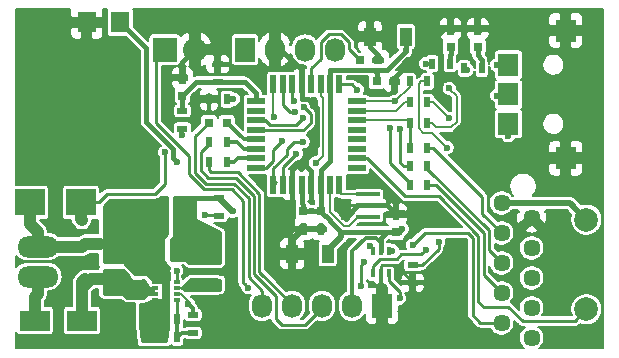
<source format=gtl>
G04 #@! TF.FileFunction,Copper,L1,Top,Signal*
%FSLAX46Y46*%
G04 Gerber Fmt 4.6, Leading zero omitted, Abs format (unit mm)*
G04 Created by KiCad (PCBNEW (2016-03-18 BZR 6629)-product) date Fr 15 Apr 2016 01:16:20 CEST*
%MOMM*%
G01*
G04 APERTURE LIST*
%ADD10C,0.100000*%
%ADD11O,3.500120X1.800860*%
%ADD12R,0.750000X0.800000*%
%ADD13R,1.600000X1.000000*%
%ADD14R,0.800000X0.750000*%
%ADD15R,1.000000X1.600000*%
%ADD16R,0.900000X0.500000*%
%ADD17R,0.500000X0.300000*%
%ADD18R,0.800000X0.880000*%
%ADD19R,0.500000X0.900000*%
%ADD20R,0.797560X0.797560*%
%ADD21R,0.550000X1.600000*%
%ADD22R,1.600000X0.550000*%
%ADD23R,1.727200X2.032000*%
%ADD24O,1.727200X2.032000*%
%ADD25C,2.000000*%
%ADD26R,0.398780X0.749300*%
%ADD27R,2.000000X0.300000*%
%ADD28R,2.499360X2.301240*%
%ADD29R,2.499360X1.800860*%
%ADD30R,1.597660X1.800860*%
%ADD31R,1.800000X1.900000*%
%ADD32R,2.032000X2.032000*%
%ADD33O,2.032000X2.032000*%
%ADD34R,2.700000X0.800000*%
%ADD35C,1.450000*%
%ADD36C,0.600000*%
%ADD37C,0.800000*%
%ADD38C,0.254000*%
%ADD39C,0.406400*%
%ADD40C,0.508000*%
%ADD41C,0.250000*%
%ADD42C,0.304800*%
%ADD43C,0.203200*%
%ADD44C,1.016000*%
%ADD45C,0.635000*%
%ADD46C,0.200000*%
G04 APERTURE END LIST*
D10*
D11*
X115250000Y-118020000D03*
X115250000Y-115480000D03*
D12*
X123700000Y-119075000D03*
X123700000Y-117575000D03*
D13*
X121800000Y-118225000D03*
X121800000Y-115225000D03*
D14*
X126950000Y-116325000D03*
X125450000Y-116325000D03*
D15*
X127900000Y-113225000D03*
X124900000Y-113225000D03*
D16*
X130600000Y-112875000D03*
X130600000Y-111375000D03*
X128400000Y-121275000D03*
X128400000Y-122775000D03*
D17*
X125200000Y-118475000D03*
X125200000Y-118975000D03*
X125200000Y-119475000D03*
X125200000Y-119975000D03*
X127000000Y-119975000D03*
X127000000Y-119475000D03*
X127000000Y-118975000D03*
X127000000Y-118475000D03*
D18*
X126100000Y-119665000D03*
X126100000Y-118785000D03*
D14*
X126950000Y-115025000D03*
X125450000Y-115025000D03*
D16*
X122000000Y-111775000D03*
X122000000Y-110275000D03*
D19*
X127050000Y-123150000D03*
X125550000Y-123150000D03*
X127050000Y-121650000D03*
X125550000Y-121650000D03*
D14*
X142550000Y-99700000D03*
X144050000Y-99700000D03*
D12*
X137750000Y-112500000D03*
X137750000Y-114000000D03*
X139250000Y-112500000D03*
X139250000Y-114000000D03*
D14*
X143950000Y-101500000D03*
X145450000Y-101500000D03*
D15*
X146400000Y-97700000D03*
X143400000Y-97700000D03*
D14*
X131250000Y-105000000D03*
X129750000Y-105000000D03*
D15*
X139800000Y-116100000D03*
X136800000Y-116100000D03*
D12*
X145600000Y-114250000D03*
X145600000Y-112750000D03*
D20*
X150200000Y-98549300D03*
X150200000Y-97050700D03*
X152500000Y-98549300D03*
X152500000Y-97050700D03*
D21*
X135200000Y-110250000D03*
X136000000Y-110250000D03*
X136800000Y-110250000D03*
X137600000Y-110250000D03*
X138400000Y-110250000D03*
X139200000Y-110250000D03*
X140000000Y-110250000D03*
X140800000Y-110250000D03*
D22*
X142250000Y-108800000D03*
X142250000Y-108000000D03*
X142250000Y-107200000D03*
X142250000Y-106400000D03*
X142250000Y-105600000D03*
X142250000Y-104800000D03*
X142250000Y-104000000D03*
X142250000Y-103200000D03*
D21*
X140800000Y-101750000D03*
X140000000Y-101750000D03*
X139200000Y-101750000D03*
X138400000Y-101750000D03*
X137600000Y-101750000D03*
X136800000Y-101750000D03*
X136000000Y-101750000D03*
X135200000Y-101750000D03*
D22*
X133750000Y-103200000D03*
X133750000Y-104000000D03*
X133750000Y-104800000D03*
X133750000Y-105600000D03*
X133750000Y-106400000D03*
X133750000Y-107200000D03*
X133750000Y-108000000D03*
X133750000Y-108800000D03*
D23*
X144400000Y-120500000D03*
D24*
X141860000Y-120500000D03*
X139320000Y-120500000D03*
X136780000Y-120500000D03*
X134240000Y-120500000D03*
D23*
X132800000Y-98800000D03*
D24*
X135340000Y-98800000D03*
X137880000Y-98800000D03*
X140420000Y-98800000D03*
D16*
X147000000Y-117050000D03*
X147000000Y-118550000D03*
D19*
X131250000Y-103000000D03*
X129750000Y-103000000D03*
X148250000Y-105000000D03*
X146750000Y-105000000D03*
X148250000Y-103250000D03*
X146750000Y-103250000D03*
X148250000Y-101500000D03*
X146750000Y-101500000D03*
X129750000Y-106600000D03*
X131250000Y-106600000D03*
X129750000Y-108300000D03*
X131250000Y-108300000D03*
X152850000Y-100400000D03*
X151350000Y-100400000D03*
X150150000Y-100000000D03*
X148650000Y-100000000D03*
X148250000Y-107100000D03*
X146750000Y-107100000D03*
X148250000Y-108700000D03*
X146750000Y-108700000D03*
X148250000Y-110300000D03*
X146750000Y-110300000D03*
D25*
X161700000Y-113200160D03*
X161700000Y-120799840D03*
D26*
X143649760Y-117749960D03*
X144300000Y-117749960D03*
X144950240Y-117749960D03*
X144950240Y-115850040D03*
X144300000Y-115850040D03*
X143649760Y-115850040D03*
D27*
X143250000Y-111050000D03*
X143250000Y-112000000D03*
X143250000Y-112950000D03*
D28*
X118898840Y-111750000D03*
X114601160Y-111750000D03*
D29*
X115001020Y-121750000D03*
X118998980Y-121750000D03*
D30*
X122239720Y-96500000D03*
X119400000Y-96500000D03*
D31*
X155100000Y-102600000D03*
X155100000Y-100100000D03*
X155100000Y-105100000D03*
X159950000Y-97200000D03*
X159950000Y-108000000D03*
D32*
X126000000Y-98800000D03*
D33*
X128540000Y-98800000D03*
D34*
X129400000Y-116500000D03*
X129400000Y-118700000D03*
D16*
X127500000Y-104000000D03*
X127500000Y-105500000D03*
X130500000Y-100050000D03*
X130500000Y-101550000D03*
D12*
X127500000Y-102700000D03*
X127500000Y-101200000D03*
D35*
X154530000Y-111785000D03*
X157070000Y-113055000D03*
X154530000Y-114325000D03*
X157070000Y-115595000D03*
X154530000Y-116865000D03*
X157070000Y-118135000D03*
X154530000Y-119405000D03*
X157070000Y-120675000D03*
X154530000Y-121945000D03*
X157070000Y-123215000D03*
D36*
X158800000Y-108000000D03*
X129300000Y-103000000D03*
X121260000Y-107170000D03*
X143800000Y-97700000D03*
X149200000Y-97200000D03*
X146200000Y-112600000D03*
X141212895Y-112939127D03*
X139250000Y-114000000D03*
X121200000Y-102100000D03*
X128000000Y-120325000D03*
X128100000Y-115925000D03*
X146102833Y-114020552D03*
X131761631Y-112503487D03*
X146400000Y-98906400D03*
X138500000Y-112500000D03*
X127500000Y-106000000D03*
X126000000Y-107500000D03*
D37*
X119250000Y-118250000D03*
X119000000Y-113250000D03*
D36*
X154100000Y-102700000D03*
X137700000Y-106600000D03*
X137135136Y-107615658D03*
X155100000Y-106100000D03*
X146750000Y-103250000D03*
X145900000Y-105500000D03*
X145061384Y-105405504D03*
X145500000Y-103200000D03*
X135966563Y-106505232D03*
X154100000Y-100100000D03*
X127006116Y-108298931D03*
X129750000Y-108300000D03*
X142908954Y-116803992D03*
X142655774Y-118797870D03*
X145267633Y-115819241D03*
X133068060Y-118955820D03*
X129400000Y-112825000D03*
X127000000Y-117525000D03*
X124400000Y-120625000D03*
X125100000Y-120625000D03*
X124900000Y-117525000D03*
X126100000Y-117925000D03*
X125500000Y-117525000D03*
X126200000Y-120750000D03*
X148115998Y-115769392D03*
X145883273Y-119869483D03*
X143344860Y-115474700D03*
X147000000Y-115369218D03*
X135225872Y-104517662D03*
X137000000Y-104100000D03*
X148100000Y-100000000D03*
X149200000Y-115100000D03*
X138784476Y-108419197D03*
X136923721Y-103173035D03*
X131800000Y-103000000D03*
X150100000Y-102100000D03*
X150060000Y-104630000D03*
X149900000Y-107100000D03*
X151600000Y-100500000D03*
X142300000Y-102200000D03*
X137763135Y-103693109D03*
X137715585Y-104569790D03*
D38*
X138400000Y-100400000D02*
X138400000Y-101750000D01*
X139226190Y-98153108D02*
X139226190Y-99573810D01*
X139226190Y-99573810D02*
X138400000Y-100400000D01*
X140914492Y-97453790D02*
X139925508Y-97453790D01*
X139925508Y-97453790D02*
X139226190Y-98153108D01*
X141613810Y-98153108D02*
X140914492Y-97453790D01*
X141613810Y-98788810D02*
X141613810Y-98153108D01*
X142525000Y-99700000D02*
X141613810Y-98788810D01*
X142550000Y-99700000D02*
X142525000Y-99700000D01*
D39*
X127500000Y-101200000D02*
X127500000Y-99840000D01*
X127500000Y-99840000D02*
X128540000Y-98800000D01*
X119400000Y-99800000D02*
X119400000Y-96500000D01*
X121200000Y-102100000D02*
X121200000Y-101600000D01*
X121200000Y-101600000D02*
X119400000Y-99800000D01*
D38*
X159950000Y-108000000D02*
X158800000Y-108000000D01*
D39*
X138879206Y-106920794D02*
X137600000Y-108200000D01*
X137600000Y-102956400D02*
X137621180Y-102977580D01*
X137600000Y-101750000D02*
X137600000Y-102956400D01*
X137621180Y-102977580D02*
X138133453Y-102977580D01*
X138879206Y-103723333D02*
X138879206Y-106920794D01*
X138133453Y-102977580D02*
X138879206Y-103723333D01*
X137600000Y-108200000D02*
X137600000Y-108233213D01*
X137600000Y-108233213D02*
X136800000Y-109033213D01*
X136800000Y-109033213D02*
X136800000Y-110250000D01*
D38*
X129750000Y-103000000D02*
X129300000Y-103000000D01*
D40*
X136800000Y-116100000D02*
X136800000Y-114950000D01*
X136800000Y-114950000D02*
X137750000Y-114000000D01*
D38*
X144300000Y-117749960D02*
X144300000Y-117121310D01*
X144300000Y-117121310D02*
X144398034Y-117023276D01*
X144398034Y-117023276D02*
X145537717Y-117023276D01*
X121260000Y-107170000D02*
X121260000Y-109735000D01*
X121260000Y-109735000D02*
X121800000Y-110275000D01*
X121800000Y-110275000D02*
X122000000Y-110275000D01*
D39*
X144050000Y-99700000D02*
X144050000Y-99250000D01*
X143400000Y-98600000D02*
X143400000Y-97700000D01*
X144050000Y-99250000D02*
X143400000Y-98600000D01*
X150200000Y-97050700D02*
X149349300Y-97050700D01*
X143800000Y-97700000D02*
X143400000Y-97700000D01*
X149349300Y-97050700D02*
X149200000Y-97200000D01*
X145450000Y-101500000D02*
X145450000Y-101250000D01*
X145450000Y-101250000D02*
X149649300Y-97050700D01*
X149649300Y-97050700D02*
X150200000Y-97050700D01*
X152500000Y-97050700D02*
X154750700Y-97050700D01*
X154900000Y-97200000D02*
X159950000Y-97200000D01*
X154750700Y-97050700D02*
X154900000Y-97200000D01*
X150200000Y-97050700D02*
X152500000Y-97050700D01*
X137600000Y-108296178D02*
X137600000Y-108200000D01*
X138400000Y-110250000D02*
X138400000Y-109096178D01*
X138400000Y-109096178D02*
X137600000Y-108296178D01*
D40*
X146200000Y-112600000D02*
X145750000Y-112600000D01*
X145750000Y-112600000D02*
X145600000Y-112750000D01*
D39*
X142400000Y-112000000D02*
X141460873Y-112939127D01*
X143250000Y-112000000D02*
X142400000Y-112000000D01*
X141460873Y-112939127D02*
X141212895Y-112939127D01*
X143400000Y-97700000D02*
X141915057Y-97700000D01*
X135340000Y-97377600D02*
X135340000Y-98800000D01*
X135797220Y-96920380D02*
X135340000Y-97377600D01*
X141135437Y-96920380D02*
X135797220Y-96920380D01*
X141915057Y-97700000D02*
X141135437Y-96920380D01*
X136800000Y-110250000D02*
X136800000Y-113831400D01*
X136800000Y-113831400D02*
X136968600Y-114000000D01*
X136968600Y-114000000D02*
X137750000Y-114000000D01*
X139250000Y-114000000D02*
X137750000Y-114000000D01*
X143250000Y-112000000D02*
X144850000Y-112000000D01*
X144850000Y-112000000D02*
X145600000Y-112750000D01*
X137600000Y-101750000D02*
X137600000Y-100543600D01*
X137600000Y-100543600D02*
X135856400Y-98800000D01*
X135856400Y-98800000D02*
X135340000Y-98800000D01*
D38*
X144300000Y-117749960D02*
X144300000Y-120400000D01*
X144300000Y-120400000D02*
X144400000Y-120500000D01*
X145537717Y-117023276D02*
X147000000Y-118485559D01*
X147000000Y-118485559D02*
X147000000Y-118550000D01*
D41*
X127900000Y-113225000D02*
X127900000Y-113600000D01*
X127900000Y-113600000D02*
X129400000Y-115100000D01*
X129400000Y-115100000D02*
X129400000Y-116500000D01*
X129400000Y-116500000D02*
X129400000Y-115900000D01*
X129375000Y-115925000D02*
X128100000Y-115925000D01*
X129400000Y-115900000D02*
X129375000Y-115925000D01*
D42*
X144300000Y-115170590D02*
X144300000Y-115850040D01*
X143004840Y-114744399D02*
X143873809Y-114744399D01*
X141860000Y-120500000D02*
X141860000Y-115889239D01*
X141860000Y-115889239D02*
X143004840Y-114744399D01*
X143873809Y-114744399D02*
X144300000Y-115170590D01*
D40*
X145600000Y-114250000D02*
X145670551Y-114320551D01*
X145670551Y-114320551D02*
X145802834Y-114320551D01*
X145802834Y-114320551D02*
X146102833Y-114020552D01*
X154530000Y-111785000D02*
X160284840Y-111785000D01*
X160284840Y-111785000D02*
X161700000Y-113200160D01*
D39*
X139200000Y-110250000D02*
X139200000Y-109043600D01*
X139200000Y-109043600D02*
X139989405Y-108254195D01*
X139989405Y-108254195D02*
X139989405Y-101760595D01*
X139989405Y-101760595D02*
X140000000Y-101750000D01*
X139980601Y-113280601D02*
X140914080Y-114285920D01*
D40*
X139800000Y-115800000D02*
X140928959Y-114671041D01*
D39*
X140914080Y-114285920D02*
X140950000Y-114250000D01*
D40*
X139800000Y-116100000D02*
X139800000Y-115800000D01*
X140928959Y-114671041D02*
X140928959Y-114300799D01*
X140928959Y-114300799D02*
X140914080Y-114285920D01*
X130600000Y-111375000D02*
X130600000Y-111375072D01*
X130600000Y-111375072D02*
X131728415Y-112503487D01*
X131728415Y-112503487D02*
X131761631Y-112503487D01*
D39*
X144300000Y-115850040D02*
X144300000Y-114800000D01*
X144300000Y-114800000D02*
X144850000Y-114250000D01*
X140950000Y-114250000D02*
X145600000Y-114250000D01*
X139980601Y-113255601D02*
X139980601Y-113280601D01*
X139250000Y-112500000D02*
X139250000Y-112525000D01*
X139250000Y-112525000D02*
X139980601Y-113255601D01*
X139250000Y-112500000D02*
X138500000Y-112500000D01*
X138500000Y-112500000D02*
X137750000Y-112500000D01*
D42*
X145600000Y-114250000D02*
X144850000Y-114250000D01*
D39*
X144806400Y-100500000D02*
X143900000Y-100500000D01*
X146400000Y-98906400D02*
X144806400Y-100500000D01*
X146400000Y-97700000D02*
X146400000Y-98906400D01*
X143900000Y-100500000D02*
X140043600Y-100500000D01*
X143950000Y-101500000D02*
X143950000Y-100718600D01*
X143950000Y-100718600D02*
X143900000Y-100668600D01*
X143900000Y-100668600D02*
X143900000Y-100500000D01*
X140043600Y-100500000D02*
X140000001Y-100543599D01*
X140000001Y-100543599D02*
X140000000Y-101750000D01*
X139250000Y-112500000D02*
X139250000Y-111650000D01*
X139200000Y-111600000D02*
X139200000Y-110250000D01*
X139250000Y-111650000D02*
X139200000Y-111600000D01*
X137750000Y-112500000D02*
X137750000Y-111950000D01*
X137750000Y-111950000D02*
X137600000Y-111800000D01*
X137600000Y-111800000D02*
X137600000Y-110250000D01*
X130600000Y-111375000D02*
X128650000Y-111375000D01*
X128650000Y-111375000D02*
X127900000Y-112125000D01*
D43*
X127900000Y-112125000D02*
X127900000Y-112925000D01*
D42*
X127900000Y-113225000D02*
X127900000Y-112125000D01*
D43*
X127350000Y-119475000D02*
X128000000Y-120125000D01*
X128000000Y-120125000D02*
X128000000Y-120325000D01*
X127000000Y-119475000D02*
X127350000Y-119475000D01*
D42*
X128400000Y-120725000D02*
X128000000Y-120325000D01*
X128400000Y-121275000D02*
X128400000Y-120725000D01*
D41*
X127500000Y-106000000D02*
X127500000Y-105500000D01*
X125200000Y-111000000D02*
X126000000Y-110200000D01*
X126000000Y-110200000D02*
X126000000Y-107500000D01*
X121148520Y-111000000D02*
X125200000Y-111000000D01*
X118898840Y-111750000D02*
X120398520Y-111750000D01*
X120398520Y-111750000D02*
X121148520Y-111000000D01*
D44*
X118898840Y-111750000D02*
X118898840Y-113148840D01*
X118998980Y-118501020D02*
X118998980Y-121750000D01*
X119250000Y-118250000D02*
X118998980Y-118501020D01*
X118898840Y-113148840D02*
X119000000Y-113250000D01*
X118998980Y-121750000D02*
X118998980Y-119001020D01*
X119775000Y-118225000D02*
X121800000Y-118225000D01*
X118998980Y-119001020D02*
X119775000Y-118225000D01*
X120300000Y-118225000D02*
X121800000Y-118225000D01*
D45*
X120300000Y-118225000D02*
X121800000Y-118225000D01*
D43*
X124100000Y-119475000D02*
X123700000Y-119075000D01*
X125200000Y-119475000D02*
X124100000Y-119475000D01*
X122650000Y-119075000D02*
X121800000Y-118225000D01*
X123700000Y-119075000D02*
X122650000Y-119075000D01*
X123800000Y-118975000D02*
X123700000Y-119075000D01*
X125200000Y-118975000D02*
X123800000Y-118975000D01*
D42*
X133750000Y-106400000D02*
X132700000Y-106400000D01*
X132700000Y-106400000D02*
X131300000Y-105000000D01*
X131300000Y-105000000D02*
X131250000Y-105000000D01*
D38*
X131859504Y-110152798D02*
X129506973Y-110152798D01*
X133101898Y-118091898D02*
X133101898Y-111395192D01*
X128580294Y-106144706D02*
X129725000Y-105000000D01*
X129725000Y-105000000D02*
X129750000Y-105000000D01*
X134240000Y-119230000D02*
X133101898Y-118091898D01*
X134240000Y-120500000D02*
X134240000Y-119230000D01*
X129506973Y-110152798D02*
X128580294Y-109226119D01*
X128580294Y-109226119D02*
X128580294Y-106144706D01*
X133101898Y-111395192D02*
X131859504Y-110152798D01*
X134240000Y-120500000D02*
X134240000Y-119640000D01*
D44*
X115250000Y-118020000D02*
X115250000Y-119500000D01*
X115001020Y-119748980D02*
X115001020Y-121750000D01*
X115250000Y-119500000D02*
X115001020Y-119748980D01*
D39*
X150150000Y-100000000D02*
X150150000Y-99250000D01*
X150200000Y-99200000D02*
X150200000Y-98549300D01*
X150150000Y-99250000D02*
X150200000Y-99200000D01*
D38*
X136973549Y-106600000D02*
X137275736Y-106600000D01*
X135200000Y-110250000D02*
X135200000Y-108865954D01*
X136314140Y-107259409D02*
X136973549Y-106600000D01*
X135200000Y-108865954D02*
X136314140Y-107751814D01*
X137275736Y-106600000D02*
X137700000Y-106600000D01*
X136314140Y-107751814D02*
X136314140Y-107259409D01*
X154100000Y-102700000D02*
X155000000Y-102700000D01*
X155000000Y-102700000D02*
X155100000Y-102600000D01*
X135200000Y-110250000D02*
X135394799Y-110055201D01*
X136000000Y-108750794D02*
X137135136Y-107615658D01*
X136000000Y-110250000D02*
X136000000Y-108750794D01*
X155100000Y-106100000D02*
X155100000Y-105100000D01*
D43*
X142400000Y-112950000D02*
X143250000Y-112950000D01*
X141608011Y-113741989D02*
X142400000Y-112950000D01*
X141160425Y-113741989D02*
X141608011Y-113741989D01*
X140488612Y-113070176D02*
X141160425Y-113741989D01*
X140488612Y-113045176D02*
X140488612Y-113070176D01*
X140000000Y-112556564D02*
X140488612Y-113045176D01*
X140000000Y-110250000D02*
X140000000Y-112556564D01*
X140800000Y-110250000D02*
X140800000Y-110900000D01*
X140800000Y-110900000D02*
X140950000Y-111050000D01*
X140950000Y-111050000D02*
X143250000Y-111050000D01*
D38*
X142250000Y-108000000D02*
X143155638Y-108000000D01*
X153000000Y-120600000D02*
X155100000Y-120600000D01*
X155100000Y-120600000D02*
X156299839Y-121799839D01*
X143155638Y-108000000D02*
X146382946Y-111227308D01*
X146382946Y-111227308D02*
X149213664Y-111227308D01*
X160700001Y-121799839D02*
X161700000Y-120799840D01*
X149213664Y-111227308D02*
X152545553Y-114559197D01*
X152545553Y-114559197D02*
X152545553Y-120145553D01*
X156299839Y-121799839D02*
X160700001Y-121799839D01*
X152545553Y-120145553D02*
X153000000Y-120600000D01*
X145940851Y-108394851D02*
X145940851Y-105540851D01*
X145940851Y-105540851D02*
X145900000Y-105500000D01*
X146750000Y-108700000D02*
X146246000Y-108700000D01*
X146246000Y-108700000D02*
X145940851Y-108394851D01*
X146750000Y-108700000D02*
X146750000Y-108500000D01*
D43*
X142250000Y-104000000D02*
X145600000Y-104000000D01*
X146350000Y-103250000D02*
X146750000Y-103250000D01*
X145600000Y-104000000D02*
X146350000Y-103250000D01*
D38*
X145061384Y-108411384D02*
X145061384Y-105405504D01*
X146750000Y-110300000D02*
X146750000Y-110100000D01*
X146750000Y-110100000D02*
X145061384Y-108411384D01*
D43*
X142250000Y-103200000D02*
X145500000Y-103200000D01*
X145500000Y-103200000D02*
X146750000Y-101950000D01*
X146750000Y-101950000D02*
X146750000Y-101500000D01*
D42*
X133750000Y-107200000D02*
X132700000Y-107200000D01*
X132100000Y-106600000D02*
X131250000Y-106600000D01*
X132700000Y-107200000D02*
X132100000Y-106600000D01*
X133750000Y-108000000D02*
X132200000Y-108000000D01*
X131900000Y-108300000D02*
X131250000Y-108300000D01*
X132200000Y-108000000D02*
X131900000Y-108300000D01*
D38*
X135666564Y-106805231D02*
X135966563Y-106505232D01*
X135200000Y-107271795D02*
X135666564Y-106805231D01*
X135200000Y-108219362D02*
X135200000Y-107271795D01*
X134619362Y-108800000D02*
X135200000Y-108219362D01*
X133750000Y-108800000D02*
X134619362Y-108800000D01*
X155100000Y-100100000D02*
X154100000Y-100100000D01*
D43*
X127000000Y-118975000D02*
X129350000Y-118975000D01*
X129350000Y-118975000D02*
X129600000Y-118725000D01*
D38*
X139320000Y-120652400D02*
X139320000Y-120500000D01*
X135900000Y-122100000D02*
X137872400Y-122100000D01*
X135433810Y-121633810D02*
X135900000Y-122100000D01*
X135433810Y-119680403D02*
X135433810Y-121633810D01*
X133559109Y-111205810D02*
X133559109Y-117805702D01*
X129037505Y-109036738D02*
X129696354Y-109695587D01*
X129750000Y-106800000D02*
X129037505Y-107512495D01*
X129696354Y-109695587D02*
X132048886Y-109695587D01*
X137872400Y-122100000D02*
X139320000Y-120652400D01*
X129750000Y-106600000D02*
X129750000Y-106800000D01*
X132048886Y-109695587D02*
X133559109Y-111205810D01*
X129037505Y-107512495D02*
X129037505Y-109036738D01*
X133559109Y-117805702D02*
X135433810Y-119680403D01*
D39*
X139320000Y-120500000D02*
X139320000Y-120780000D01*
X122239720Y-96500000D02*
X124430626Y-98690906D01*
X124430626Y-104929012D02*
X126706117Y-107204503D01*
X124430626Y-98690906D02*
X124430626Y-104929012D01*
X126706117Y-107204503D02*
X126706117Y-107998932D01*
X126706117Y-107998932D02*
X127006116Y-108298931D01*
D38*
X129750000Y-109004000D02*
X129750000Y-108300000D01*
X129946000Y-109200000D02*
X129750000Y-109004000D01*
X136780000Y-120380000D02*
X134016320Y-117616320D01*
X136780000Y-120500000D02*
X136780000Y-120380000D01*
X134016320Y-111015391D02*
X132200929Y-109200000D01*
X132200929Y-109200000D02*
X129946000Y-109200000D01*
X134016320Y-117616320D02*
X134016320Y-111015391D01*
D39*
X136780000Y-120500000D02*
X136780000Y-119720000D01*
D41*
X126000000Y-98800000D02*
X125273434Y-99526566D01*
X125273434Y-99526566D02*
X125273434Y-105024818D01*
X125273434Y-105024818D02*
X128038302Y-107789686D01*
X128038302Y-107789686D02*
X128038302Y-109330719D01*
D38*
X142655774Y-117057172D02*
X142908954Y-116803992D01*
X142655774Y-118797870D02*
X142655774Y-117057172D01*
X144950240Y-115850040D02*
X145236834Y-115850040D01*
X145236834Y-115850040D02*
X145267633Y-115819241D01*
X132768061Y-118655821D02*
X133068060Y-118955820D01*
X131670122Y-110610008D02*
X132644688Y-111584574D01*
X132644688Y-111584574D02*
X132644688Y-118532448D01*
X129317591Y-110610008D02*
X131670122Y-110610008D01*
X128038302Y-109330719D02*
X129317591Y-110610008D01*
X132644688Y-118532448D02*
X132768061Y-118655821D01*
X130550000Y-112825000D02*
X129400000Y-112825000D01*
X127000000Y-117525000D02*
X127000000Y-118475000D01*
X130550000Y-112825000D02*
X130600000Y-112875000D01*
X130600000Y-112875000D02*
X130600000Y-112825000D01*
D42*
X127425000Y-122775000D02*
X127050000Y-123150000D01*
X128400000Y-122775000D02*
X127425000Y-122775000D01*
X127050000Y-123150000D02*
X127050000Y-121650000D01*
D38*
X127000000Y-120550000D02*
X127050000Y-120600000D01*
X127050000Y-120600000D02*
X127050000Y-121650000D01*
X127000000Y-119975000D02*
X127000000Y-120550000D01*
D44*
X115250000Y-115480000D02*
X115250000Y-114250000D01*
X114601160Y-113601160D02*
X114601160Y-111750000D01*
X115250000Y-114250000D02*
X114601160Y-113601160D01*
X120500000Y-115225000D02*
X119275000Y-115225000D01*
X119020000Y-115480000D02*
X115250000Y-115480000D01*
X119275000Y-115225000D02*
X119020000Y-115480000D01*
D45*
X121800000Y-115225000D02*
X120500000Y-115225000D01*
D43*
X126100000Y-120625000D02*
X125100000Y-120625000D01*
X125200000Y-119975000D02*
X125200000Y-120325000D01*
X125200000Y-120325000D02*
X125500000Y-120625000D01*
X126100000Y-120625000D02*
X126100000Y-119665000D01*
X125500000Y-120625000D02*
X126100000Y-120625000D01*
D38*
X123700000Y-117575000D02*
X124750000Y-117575000D01*
X124750000Y-117575000D02*
X124900000Y-117725000D01*
X122000000Y-111775000D02*
X123450000Y-111775000D01*
X123450000Y-111775000D02*
X123800000Y-112125000D01*
X123800000Y-112125000D02*
X124900000Y-112125000D01*
X121800000Y-115225000D02*
X121800000Y-111975000D01*
X121800000Y-111975000D02*
X122000000Y-111775000D01*
X125790000Y-118475000D02*
X126100000Y-118785000D01*
X125200000Y-118475000D02*
X125790000Y-118475000D01*
X125790000Y-119975000D02*
X126100000Y-119665000D01*
X125200000Y-119975000D02*
X125790000Y-119975000D01*
X126100000Y-119665000D02*
X126100000Y-118785000D01*
D42*
X126100000Y-117925000D02*
X126100000Y-117725000D01*
X126100000Y-118785000D02*
X126100000Y-117925000D01*
X124900000Y-117525000D02*
X125500000Y-117525000D01*
X125900000Y-117525000D02*
X126100000Y-117725000D01*
X125500000Y-117525000D02*
X125900000Y-117525000D01*
D38*
X125550000Y-123150000D02*
X125550000Y-121650000D01*
X125550000Y-121075000D02*
X125100000Y-120625000D01*
X125550000Y-121650000D02*
X125550000Y-121075000D01*
X126075000Y-120625000D02*
X126200000Y-120750000D01*
X125100000Y-120625000D02*
X126075000Y-120625000D01*
X147815999Y-116069391D02*
X148115998Y-115769392D01*
X146048571Y-116148830D02*
X147736560Y-116148830D01*
X147736560Y-116148830D02*
X147815999Y-116069391D01*
X145631336Y-116566065D02*
X146048571Y-116148830D01*
X143649760Y-117749960D02*
X143649760Y-117121310D01*
X143649760Y-117121310D02*
X144205005Y-116566065D01*
X144205005Y-116566065D02*
X145631336Y-116566065D01*
X145883273Y-119311643D02*
X145883273Y-119869483D01*
X144950240Y-118378610D02*
X145883273Y-119311643D01*
X144950240Y-117749960D02*
X144950240Y-118378610D01*
D43*
X143644859Y-115774699D02*
X143344860Y-115474700D01*
X143649760Y-115850040D02*
X143649760Y-115779600D01*
X143649760Y-115779600D02*
X143644859Y-115774699D01*
D38*
X154530000Y-121945000D02*
X152732421Y-121945000D01*
X152088342Y-121300921D02*
X152088342Y-114748579D01*
X152732421Y-121945000D02*
X152088342Y-121300921D01*
X152088342Y-114748579D02*
X151680577Y-114340814D01*
X148028404Y-114340814D02*
X147000000Y-115369218D01*
X151680577Y-114340814D02*
X148028404Y-114340814D01*
D43*
X135200000Y-104491790D02*
X135225872Y-104517662D01*
X135200000Y-101750000D02*
X135200000Y-104491790D01*
D38*
X152900000Y-111246000D02*
X152900000Y-112695000D01*
X152900000Y-112695000D02*
X154530000Y-114325000D01*
X148250000Y-107100000D02*
X148754000Y-107100000D01*
X148754000Y-107100000D02*
X152900000Y-111246000D01*
D43*
X142250000Y-104800000D02*
X146550000Y-104800000D01*
X146550000Y-104800000D02*
X146750000Y-105000000D01*
D38*
X146750000Y-107100000D02*
X146750000Y-105000000D01*
X148250000Y-108900000D02*
X153459975Y-114109975D01*
X148250000Y-108700000D02*
X148250000Y-108900000D01*
X153459975Y-114109975D02*
X153459975Y-115794975D01*
X153459975Y-115794975D02*
X154530000Y-116865000D01*
X148932949Y-110300000D02*
X153002764Y-114369815D01*
X153002764Y-117877764D02*
X154530000Y-119405000D01*
X148250000Y-110300000D02*
X148932949Y-110300000D01*
X153002764Y-114369815D02*
X153002764Y-117877764D01*
X137000000Y-104100000D02*
X136575736Y-104100000D01*
X136575736Y-104100000D02*
X136000000Y-103524264D01*
X136000000Y-103524264D02*
X136000000Y-101750000D01*
D42*
X148650000Y-100000000D02*
X148100000Y-100000000D01*
D38*
X147000000Y-117050000D02*
X147800000Y-117050000D01*
X149200000Y-115650000D02*
X149200000Y-115100000D01*
X147800000Y-117050000D02*
X149200000Y-115650000D01*
D43*
X139387217Y-107816456D02*
X138784476Y-108419197D01*
X139200000Y-102753200D02*
X139387217Y-102940417D01*
X139200000Y-101750000D02*
X139200000Y-102753200D01*
X139387217Y-102940417D02*
X139387217Y-107816456D01*
D38*
X136800000Y-103049314D02*
X136923721Y-103173035D01*
X136800000Y-101750000D02*
X136800000Y-103049314D01*
X131250000Y-103000000D02*
X131800000Y-103000000D01*
D43*
X148250000Y-105000000D02*
X148600000Y-105000000D01*
X148600000Y-105000000D02*
X149000000Y-105400000D01*
X149000000Y-105400000D02*
X150212900Y-105400000D01*
X150212900Y-105400000D02*
X150708360Y-104904540D01*
X150708360Y-104904540D02*
X150708360Y-102709980D01*
X150708360Y-102709980D02*
X150100000Y-102101620D01*
X150100000Y-102101620D02*
X150100000Y-102100000D01*
X148680000Y-103250000D02*
X148250000Y-103250000D01*
X150060000Y-104630000D02*
X148680000Y-103250000D01*
X148250000Y-101500000D02*
X147700000Y-101500000D01*
X147700000Y-101500000D02*
X147500000Y-101700000D01*
X148669382Y-105869382D02*
X149900000Y-107100000D01*
X147500000Y-101700000D02*
X147500000Y-105472904D01*
X147500000Y-105472904D02*
X147896478Y-105869382D01*
X147896478Y-105869382D02*
X148669382Y-105869382D01*
D39*
X152850000Y-100400000D02*
X152850000Y-99650000D01*
X152500000Y-99300000D02*
X152500000Y-98549300D01*
X152850000Y-99650000D02*
X152500000Y-99300000D01*
D38*
X140800000Y-101750000D02*
X141850000Y-101750000D01*
X151600000Y-100500000D02*
X151500000Y-100400000D01*
X141850000Y-101750000D02*
X142300000Y-102200000D01*
X151500000Y-100400000D02*
X151350000Y-100400000D01*
X133750000Y-105600000D02*
X133797305Y-105647305D01*
X138345795Y-104275769D02*
X137763135Y-103693109D01*
X133797305Y-105647305D02*
X137708787Y-105647305D01*
X138345795Y-105010298D02*
X138345795Y-104275769D01*
X137708787Y-105647305D02*
X138345795Y-105010298D01*
X134904846Y-105190094D02*
X137095281Y-105190094D01*
X133750000Y-104800000D02*
X134514752Y-104800000D01*
X137095281Y-105190094D02*
X137715585Y-104569790D01*
X134514752Y-104800000D02*
X134904846Y-105190094D01*
D39*
X130500000Y-101550000D02*
X132781400Y-101550000D01*
X132781400Y-101550000D02*
X133750000Y-102518600D01*
X133750000Y-102518600D02*
X133750000Y-103200000D01*
X127500000Y-102700000D02*
X128650000Y-101550000D01*
X128650000Y-101550000D02*
X130500000Y-101550000D01*
X127500000Y-104000000D02*
X127500000Y-102700000D01*
D38*
G36*
X122944804Y-118016564D02*
X122966106Y-118123659D01*
X123050314Y-118249686D01*
X123176341Y-118333894D01*
X123325000Y-118363464D01*
X124075000Y-118363464D01*
X124132634Y-118352000D01*
X124232032Y-118352000D01*
X124594330Y-118895447D01*
X124629332Y-118930523D01*
X124675093Y-118949534D01*
X124700000Y-118952000D01*
X124753608Y-118952000D01*
X124801341Y-118983894D01*
X124950000Y-119013464D01*
X124973000Y-119013464D01*
X124973000Y-119436536D01*
X124950000Y-119436536D01*
X124801341Y-119466106D01*
X124753608Y-119498000D01*
X124600000Y-119498000D01*
X124551399Y-119507667D01*
X124523800Y-119523400D01*
X124157667Y-119798000D01*
X122842333Y-119798000D01*
X122476200Y-119523400D01*
X122431519Y-119501973D01*
X122400000Y-119498000D01*
X120852606Y-119498000D01*
X120827000Y-119472394D01*
X120827000Y-117477606D01*
X120852606Y-117452000D01*
X122442969Y-117452000D01*
X122944804Y-118016564D01*
X122944804Y-118016564D01*
G37*
X122944804Y-118016564D02*
X122966106Y-118123659D01*
X123050314Y-118249686D01*
X123176341Y-118333894D01*
X123325000Y-118363464D01*
X124075000Y-118363464D01*
X124132634Y-118352000D01*
X124232032Y-118352000D01*
X124594330Y-118895447D01*
X124629332Y-118930523D01*
X124675093Y-118949534D01*
X124700000Y-118952000D01*
X124753608Y-118952000D01*
X124801341Y-118983894D01*
X124950000Y-119013464D01*
X124973000Y-119013464D01*
X124973000Y-119436536D01*
X124950000Y-119436536D01*
X124801341Y-119466106D01*
X124753608Y-119498000D01*
X124600000Y-119498000D01*
X124551399Y-119507667D01*
X124523800Y-119523400D01*
X124157667Y-119798000D01*
X122842333Y-119798000D01*
X122476200Y-119523400D01*
X122431519Y-119501973D01*
X122400000Y-119498000D01*
X120852606Y-119498000D01*
X120827000Y-119472394D01*
X120827000Y-117477606D01*
X120852606Y-117452000D01*
X122442969Y-117452000D01*
X122944804Y-118016564D01*
G36*
X128573000Y-113125000D02*
X128582667Y-113173601D01*
X128610197Y-113214803D01*
X128642130Y-113238049D01*
X130673000Y-114277661D01*
X130673000Y-116873000D01*
X128044548Y-116873000D01*
X127735586Y-116625830D01*
X127691596Y-116603018D01*
X127656250Y-116598000D01*
X126527000Y-116598000D01*
X126527000Y-114967333D01*
X126801600Y-114601200D01*
X126823027Y-114556519D01*
X126827000Y-114525000D01*
X126827000Y-111252000D01*
X128573000Y-111252000D01*
X128573000Y-113125000D01*
X128573000Y-113125000D01*
G37*
X128573000Y-113125000D02*
X128582667Y-113173601D01*
X128610197Y-113214803D01*
X128642130Y-113238049D01*
X130673000Y-114277661D01*
X130673000Y-116873000D01*
X128044548Y-116873000D01*
X127735586Y-116625830D01*
X127691596Y-116603018D01*
X127656250Y-116598000D01*
X126527000Y-116598000D01*
X126527000Y-114967333D01*
X126801600Y-114601200D01*
X126823027Y-114556519D01*
X126827000Y-114525000D01*
X126827000Y-111252000D01*
X128573000Y-111252000D01*
X128573000Y-113125000D01*
G36*
X130673000Y-118329115D02*
X130673000Y-119120885D01*
X130287423Y-119198000D01*
X127755500Y-119198000D01*
X127691250Y-119133750D01*
X127682529Y-119127923D01*
X127589803Y-119035197D01*
X127548601Y-119007667D01*
X127500000Y-118998000D01*
X127446393Y-118998000D01*
X127411970Y-118975000D01*
X127446392Y-118952000D01*
X127500000Y-118952000D01*
X127548601Y-118942333D01*
X127589803Y-118914803D01*
X128252606Y-118252000D01*
X130287423Y-118252000D01*
X130673000Y-118329115D01*
X130673000Y-118329115D01*
G37*
X130673000Y-118329115D02*
X130673000Y-119120885D01*
X130287423Y-119198000D01*
X127755500Y-119198000D01*
X127691250Y-119133750D01*
X127682529Y-119127923D01*
X127589803Y-119035197D01*
X127548601Y-119007667D01*
X127500000Y-118998000D01*
X127446393Y-118998000D01*
X127411970Y-118975000D01*
X127446392Y-118952000D01*
X127500000Y-118952000D01*
X127548601Y-118942333D01*
X127589803Y-118914803D01*
X128252606Y-118252000D01*
X130287423Y-118252000D01*
X130673000Y-118329115D01*
G36*
X126173000Y-114382667D02*
X125898400Y-114748800D01*
X125885486Y-114770085D01*
X125876973Y-114793481D01*
X125873000Y-114825000D01*
X125873000Y-116725000D01*
X125875440Y-116749776D01*
X125882667Y-116773601D01*
X125894403Y-116795557D01*
X125910197Y-116814803D01*
X125920664Y-116824170D01*
X126127297Y-116989476D01*
X126130592Y-116994408D01*
X126148005Y-117006043D01*
X126373000Y-117186039D01*
X126373000Y-117259145D01*
X126347736Y-117318090D01*
X126319970Y-117448722D01*
X126318105Y-117582260D01*
X126342213Y-117713617D01*
X126373000Y-117791375D01*
X126373000Y-118265673D01*
X126368984Y-118306452D01*
X124995767Y-118398000D01*
X124971907Y-118398000D01*
X124708902Y-117959659D01*
X124694062Y-117939669D01*
X124675607Y-117922958D01*
X124654247Y-117910168D01*
X124630802Y-117901792D01*
X124230802Y-117801792D01*
X124200000Y-117798000D01*
X123456561Y-117798000D01*
X122594398Y-116840041D01*
X122576010Y-116823258D01*
X122554700Y-116810384D01*
X122531289Y-116801915D01*
X122500000Y-116798000D01*
X120827000Y-116798000D01*
X120827000Y-112037112D01*
X121358112Y-111506000D01*
X125200000Y-111506000D01*
X125246530Y-111501438D01*
X125293079Y-111497365D01*
X125295634Y-111496623D01*
X125298283Y-111496363D01*
X125343022Y-111482855D01*
X125387912Y-111469814D01*
X125390276Y-111468589D01*
X125392822Y-111467820D01*
X125434075Y-111445885D01*
X125475588Y-111424367D01*
X125477668Y-111422706D01*
X125480016Y-111421458D01*
X125516213Y-111391936D01*
X125552766Y-111362757D01*
X125556468Y-111359106D01*
X125556545Y-111359043D01*
X125556604Y-111358972D01*
X125557796Y-111357796D01*
X125663592Y-111252000D01*
X126173000Y-111252000D01*
X126173000Y-114382667D01*
X126173000Y-114382667D01*
G37*
X126173000Y-114382667D02*
X125898400Y-114748800D01*
X125885486Y-114770085D01*
X125876973Y-114793481D01*
X125873000Y-114825000D01*
X125873000Y-116725000D01*
X125875440Y-116749776D01*
X125882667Y-116773601D01*
X125894403Y-116795557D01*
X125910197Y-116814803D01*
X125920664Y-116824170D01*
X126127297Y-116989476D01*
X126130592Y-116994408D01*
X126148005Y-117006043D01*
X126373000Y-117186039D01*
X126373000Y-117259145D01*
X126347736Y-117318090D01*
X126319970Y-117448722D01*
X126318105Y-117582260D01*
X126342213Y-117713617D01*
X126373000Y-117791375D01*
X126373000Y-118265673D01*
X126368984Y-118306452D01*
X124995767Y-118398000D01*
X124971907Y-118398000D01*
X124708902Y-117959659D01*
X124694062Y-117939669D01*
X124675607Y-117922958D01*
X124654247Y-117910168D01*
X124630802Y-117901792D01*
X124230802Y-117801792D01*
X124200000Y-117798000D01*
X123456561Y-117798000D01*
X122594398Y-116840041D01*
X122576010Y-116823258D01*
X122554700Y-116810384D01*
X122531289Y-116801915D01*
X122500000Y-116798000D01*
X120827000Y-116798000D01*
X120827000Y-112037112D01*
X121358112Y-111506000D01*
X125200000Y-111506000D01*
X125246530Y-111501438D01*
X125293079Y-111497365D01*
X125295634Y-111496623D01*
X125298283Y-111496363D01*
X125343022Y-111482855D01*
X125387912Y-111469814D01*
X125390276Y-111468589D01*
X125392822Y-111467820D01*
X125434075Y-111445885D01*
X125475588Y-111424367D01*
X125477668Y-111422706D01*
X125480016Y-111421458D01*
X125516213Y-111391936D01*
X125552766Y-111362757D01*
X125556468Y-111359106D01*
X125556545Y-111359043D01*
X125556604Y-111358972D01*
X125557796Y-111357796D01*
X125663592Y-111252000D01*
X126173000Y-111252000D01*
X126173000Y-114382667D01*
G36*
X126273000Y-122315290D02*
X126091045Y-123498000D01*
X124111191Y-123498000D01*
X123927000Y-122116570D01*
X123927000Y-120352000D01*
X124200000Y-120352000D01*
X124224776Y-120349560D01*
X124256796Y-120338592D01*
X124829980Y-120052000D01*
X126273000Y-120052000D01*
X126273000Y-122315290D01*
X126273000Y-122315290D01*
G37*
X126273000Y-122315290D02*
X126091045Y-123498000D01*
X124111191Y-123498000D01*
X123927000Y-122116570D01*
X123927000Y-120352000D01*
X124200000Y-120352000D01*
X124224776Y-120349560D01*
X124256796Y-120338592D01*
X124829980Y-120052000D01*
X126273000Y-120052000D01*
X126273000Y-122315290D01*
D46*
G36*
X163096000Y-124096000D02*
X157695563Y-124096000D01*
X157737513Y-124069378D01*
X157890750Y-123923452D01*
X158012725Y-123750542D01*
X158098791Y-123557233D01*
X158145672Y-123350889D01*
X158149046Y-123109199D01*
X158107946Y-122901626D01*
X158027310Y-122705989D01*
X157910211Y-122529741D01*
X157761108Y-122379593D01*
X157614699Y-122280839D01*
X160700001Y-122280839D01*
X160744224Y-122276503D01*
X160788482Y-122272631D01*
X160790914Y-122271925D01*
X160793428Y-122271678D01*
X160835938Y-122258844D01*
X160878629Y-122246441D01*
X160880874Y-122245277D01*
X160883296Y-122244546D01*
X160922510Y-122223695D01*
X160961972Y-122203240D01*
X160963951Y-122201660D01*
X160966182Y-122200474D01*
X161000620Y-122172388D01*
X161035337Y-122144673D01*
X161038851Y-122141207D01*
X161038930Y-122141143D01*
X161038990Y-122141070D01*
X161040119Y-122139957D01*
X161145046Y-122035030D01*
X161279567Y-122093801D01*
X161538905Y-122150820D01*
X161804380Y-122156381D01*
X162065879Y-122110272D01*
X162313442Y-122014249D01*
X162537639Y-121871969D01*
X162729930Y-121688852D01*
X162882992Y-121471873D01*
X162990994Y-121229297D01*
X163049823Y-120970362D01*
X163054058Y-120667073D01*
X163002482Y-120406597D01*
X162901295Y-120161100D01*
X162754351Y-119939932D01*
X162567248Y-119751517D01*
X162347111Y-119603033D01*
X162102326Y-119500135D01*
X161842216Y-119446742D01*
X161576690Y-119444888D01*
X161315860Y-119494644D01*
X161069662Y-119594115D01*
X160847474Y-119739511D01*
X160657757Y-119925295D01*
X160507740Y-120144390D01*
X160403135Y-120388450D01*
X160347928Y-120648181D01*
X160344221Y-120913688D01*
X160392154Y-121174859D01*
X160449160Y-121318839D01*
X157936330Y-121318839D01*
X158012725Y-121210542D01*
X158098791Y-121017233D01*
X158145672Y-120810889D01*
X158149046Y-120569199D01*
X158107946Y-120361626D01*
X158027310Y-120165989D01*
X157910211Y-119989741D01*
X157761108Y-119839593D01*
X157585682Y-119721267D01*
X157390613Y-119639267D01*
X157183332Y-119596718D01*
X156971734Y-119595241D01*
X156763879Y-119634892D01*
X156567685Y-119714159D01*
X156390623Y-119830025D01*
X156239439Y-119978076D01*
X156119890Y-120152673D01*
X156036531Y-120347164D01*
X155992536Y-120554143D01*
X155989582Y-120765725D01*
X155999387Y-120819151D01*
X155440118Y-120259882D01*
X155405822Y-120231711D01*
X155371749Y-120203120D01*
X155369529Y-120201900D01*
X155367578Y-120200297D01*
X155328457Y-120179320D01*
X155298738Y-120162982D01*
X155350750Y-120113452D01*
X155472725Y-119940542D01*
X155558791Y-119747233D01*
X155605672Y-119540889D01*
X155609046Y-119299199D01*
X155567946Y-119091626D01*
X155487310Y-118895989D01*
X155370211Y-118719741D01*
X155221108Y-118569593D01*
X155045682Y-118451267D01*
X154850613Y-118369267D01*
X154643332Y-118326718D01*
X154431734Y-118325241D01*
X154223879Y-118364892D01*
X154185595Y-118380359D01*
X154030961Y-118225725D01*
X155989582Y-118225725D01*
X156027780Y-118433852D01*
X156105676Y-118630595D01*
X156220303Y-118808461D01*
X156367295Y-118960676D01*
X156541052Y-119081440D01*
X156734957Y-119166155D01*
X156941624Y-119211594D01*
X157153180Y-119216026D01*
X157361569Y-119179281D01*
X157558851Y-119102760D01*
X157737513Y-118989378D01*
X157890750Y-118843452D01*
X158012725Y-118670542D01*
X158098791Y-118477233D01*
X158145672Y-118270889D01*
X158149046Y-118029199D01*
X158107946Y-117821626D01*
X158027310Y-117625989D01*
X157910211Y-117449741D01*
X157761108Y-117299593D01*
X157585682Y-117181267D01*
X157390613Y-117099267D01*
X157183332Y-117056718D01*
X156971734Y-117055241D01*
X156763879Y-117094892D01*
X156567685Y-117174159D01*
X156390623Y-117290025D01*
X156239439Y-117438076D01*
X156119890Y-117612673D01*
X156036531Y-117807164D01*
X155992536Y-118014143D01*
X155989582Y-118225725D01*
X154030961Y-118225725D01*
X153483764Y-117678528D01*
X153483764Y-117141970D01*
X153487780Y-117163852D01*
X153565676Y-117360595D01*
X153680303Y-117538461D01*
X153827295Y-117690676D01*
X154001052Y-117811440D01*
X154194957Y-117896155D01*
X154401624Y-117941594D01*
X154613180Y-117946026D01*
X154821569Y-117909281D01*
X155018851Y-117832760D01*
X155197513Y-117719378D01*
X155350750Y-117573452D01*
X155472725Y-117400542D01*
X155558791Y-117207233D01*
X155605672Y-117000889D01*
X155609046Y-116759199D01*
X155567946Y-116551626D01*
X155487310Y-116355989D01*
X155370211Y-116179741D01*
X155221108Y-116029593D01*
X155045682Y-115911267D01*
X154850613Y-115829267D01*
X154643332Y-115786718D01*
X154431734Y-115785241D01*
X154223879Y-115824892D01*
X154185595Y-115840359D01*
X154030961Y-115685725D01*
X155989582Y-115685725D01*
X156027780Y-115893852D01*
X156105676Y-116090595D01*
X156220303Y-116268461D01*
X156367295Y-116420676D01*
X156541052Y-116541440D01*
X156734957Y-116626155D01*
X156941624Y-116671594D01*
X157153180Y-116676026D01*
X157361569Y-116639281D01*
X157558851Y-116562760D01*
X157737513Y-116449378D01*
X157890750Y-116303452D01*
X158012725Y-116130542D01*
X158098791Y-115937233D01*
X158145672Y-115730889D01*
X158149046Y-115489199D01*
X158107946Y-115281626D01*
X158027310Y-115085989D01*
X157910211Y-114909741D01*
X157761108Y-114759593D01*
X157585682Y-114641267D01*
X157390613Y-114559267D01*
X157183332Y-114516718D01*
X156971734Y-114515241D01*
X156763879Y-114554892D01*
X156567685Y-114634159D01*
X156390623Y-114750025D01*
X156239439Y-114898076D01*
X156119890Y-115072673D01*
X156036531Y-115267164D01*
X155992536Y-115474143D01*
X155989582Y-115685725D01*
X154030961Y-115685725D01*
X153940975Y-115595739D01*
X153940975Y-115229685D01*
X154001052Y-115271440D01*
X154194957Y-115356155D01*
X154401624Y-115401594D01*
X154613180Y-115406026D01*
X154821569Y-115369281D01*
X155018851Y-115292760D01*
X155197513Y-115179378D01*
X155350750Y-115033452D01*
X155472725Y-114860542D01*
X155558791Y-114667233D01*
X155605672Y-114460889D01*
X155609046Y-114219199D01*
X155587603Y-114110899D01*
X156526754Y-114110899D01*
X156605340Y-114311271D01*
X156859355Y-114377783D01*
X157121464Y-114393461D01*
X157381596Y-114357702D01*
X157534660Y-114311271D01*
X157613246Y-114110899D01*
X157070000Y-113567652D01*
X156526754Y-114110899D01*
X155587603Y-114110899D01*
X155567946Y-114011626D01*
X155487310Y-113815989D01*
X155370211Y-113639741D01*
X155221108Y-113489593D01*
X155045682Y-113371267D01*
X154850613Y-113289267D01*
X154643332Y-113246718D01*
X154431734Y-113245241D01*
X154223879Y-113284892D01*
X154185595Y-113300359D01*
X153381000Y-112495764D01*
X153381000Y-111875725D01*
X153449582Y-111875725D01*
X153487780Y-112083852D01*
X153565676Y-112280595D01*
X153680303Y-112458461D01*
X153827295Y-112610676D01*
X154001052Y-112731440D01*
X154194957Y-112816155D01*
X154401624Y-112861594D01*
X154613180Y-112866026D01*
X154821569Y-112829281D01*
X155018851Y-112752760D01*
X155197513Y-112639378D01*
X155350750Y-112493452D01*
X155421611Y-112393000D01*
X155838416Y-112393000D01*
X155834707Y-112396709D01*
X155967880Y-112529882D01*
X155813729Y-112590340D01*
X155747217Y-112844355D01*
X155731539Y-113106464D01*
X155767298Y-113366596D01*
X155813729Y-113519660D01*
X156014101Y-113598246D01*
X156557348Y-113055000D01*
X156511032Y-113008684D01*
X157023684Y-112496032D01*
X157070000Y-112542348D01*
X157116316Y-112496032D01*
X157628968Y-113008684D01*
X157582652Y-113055000D01*
X158125899Y-113598246D01*
X158326271Y-113519660D01*
X158392783Y-113265645D01*
X158408461Y-113003536D01*
X158372702Y-112743404D01*
X158326271Y-112590340D01*
X158172120Y-112529882D01*
X158305293Y-112396709D01*
X158301584Y-112393000D01*
X160032998Y-112393000D01*
X160410825Y-112770827D01*
X160403135Y-112788770D01*
X160347928Y-113048501D01*
X160344221Y-113314008D01*
X160392154Y-113575179D01*
X160489904Y-113822065D01*
X160633745Y-114045263D01*
X160818200Y-114236272D01*
X161036242Y-114387815D01*
X161279567Y-114494121D01*
X161538905Y-114551140D01*
X161804380Y-114556701D01*
X162065879Y-114510592D01*
X162313442Y-114414569D01*
X162537639Y-114272289D01*
X162729930Y-114089172D01*
X162882992Y-113872193D01*
X162990994Y-113629617D01*
X163049823Y-113370682D01*
X163054058Y-113067393D01*
X163002482Y-112806917D01*
X162901295Y-112561420D01*
X162754351Y-112340252D01*
X162567248Y-112151837D01*
X162347111Y-112003353D01*
X162102326Y-111900455D01*
X161842216Y-111847062D01*
X161576690Y-111845208D01*
X161315860Y-111894964D01*
X161272261Y-111912579D01*
X160714761Y-111355079D01*
X160671352Y-111319422D01*
X160628340Y-111283331D01*
X160625537Y-111281790D01*
X160623068Y-111279762D01*
X160573588Y-111253231D01*
X160524357Y-111226166D01*
X160521309Y-111225199D01*
X160518491Y-111223688D01*
X160464773Y-111207265D01*
X160411250Y-111190286D01*
X160408073Y-111189930D01*
X160405016Y-111188995D01*
X160349126Y-111183318D01*
X160293329Y-111177059D01*
X160287086Y-111177016D01*
X160286962Y-111177003D01*
X160286846Y-111177014D01*
X160284840Y-111177000D01*
X157171776Y-111177000D01*
X157207799Y-111142696D01*
X157338252Y-110957767D01*
X157430301Y-110751022D01*
X157480440Y-110530334D01*
X157484050Y-110271844D01*
X157440092Y-110049843D01*
X157353852Y-109840608D01*
X157228613Y-109652109D01*
X157069147Y-109491525D01*
X156881526Y-109364974D01*
X156672898Y-109277274D01*
X156451210Y-109231768D01*
X156224904Y-109230188D01*
X156002601Y-109272595D01*
X155792769Y-109357373D01*
X155603400Y-109481292D01*
X155441707Y-109639634D01*
X155313849Y-109826366D01*
X155224695Y-110034377D01*
X155177643Y-110255742D01*
X155174483Y-110482031D01*
X155215336Y-110704625D01*
X155298647Y-110915043D01*
X155421242Y-111105273D01*
X155490508Y-111177000D01*
X155421542Y-111177000D01*
X155370211Y-111099741D01*
X155221108Y-110949593D01*
X155045682Y-110831267D01*
X154850613Y-110749267D01*
X154643332Y-110706718D01*
X154431734Y-110705241D01*
X154223879Y-110744892D01*
X154027685Y-110824159D01*
X153850623Y-110940025D01*
X153699439Y-111088076D01*
X153579890Y-111262673D01*
X153496531Y-111457164D01*
X153452536Y-111664143D01*
X153449582Y-111875725D01*
X153381000Y-111875725D01*
X153381000Y-111246000D01*
X153376664Y-111201781D01*
X153372792Y-111157519D01*
X153372086Y-111155087D01*
X153371839Y-111152573D01*
X153358991Y-111110016D01*
X153346601Y-111067372D01*
X153345439Y-111065131D01*
X153344707Y-111062705D01*
X153323837Y-111023456D01*
X153303401Y-110984029D01*
X153301821Y-110982050D01*
X153300635Y-110979819D01*
X153272569Y-110945406D01*
X153244834Y-110910663D01*
X153241363Y-110907144D01*
X153241304Y-110907071D01*
X153241237Y-110907015D01*
X153240118Y-110905881D01*
X150894237Y-108560000D01*
X158442000Y-108560000D01*
X158442000Y-109009883D01*
X158465365Y-109127347D01*
X158511197Y-109237996D01*
X158577736Y-109337578D01*
X158662423Y-109422265D01*
X158762004Y-109488803D01*
X158872653Y-109534635D01*
X158990117Y-109558000D01*
X159390000Y-109558000D01*
X159542000Y-109406000D01*
X159542000Y-108408000D01*
X160358000Y-108408000D01*
X160358000Y-109406000D01*
X160510000Y-109558000D01*
X160909883Y-109558000D01*
X161027347Y-109534635D01*
X161137996Y-109488803D01*
X161237577Y-109422265D01*
X161322264Y-109337578D01*
X161388803Y-109237996D01*
X161434635Y-109127347D01*
X161458000Y-109009883D01*
X161458000Y-108560000D01*
X161306000Y-108408000D01*
X160358000Y-108408000D01*
X159542000Y-108408000D01*
X158594000Y-108408000D01*
X158442000Y-108560000D01*
X150894237Y-108560000D01*
X150068621Y-107734385D01*
X150076724Y-107732956D01*
X150196300Y-107686575D01*
X150304591Y-107617852D01*
X150397470Y-107529404D01*
X150471401Y-107424601D01*
X150523567Y-107307433D01*
X150551982Y-107182364D01*
X150554028Y-107035872D01*
X150544969Y-106990117D01*
X158442000Y-106990117D01*
X158442000Y-107440000D01*
X158594000Y-107592000D01*
X159542000Y-107592000D01*
X159542000Y-106594000D01*
X160358000Y-106594000D01*
X160358000Y-107592000D01*
X161306000Y-107592000D01*
X161458000Y-107440000D01*
X161458000Y-106990117D01*
X161434635Y-106872653D01*
X161388803Y-106762004D01*
X161322264Y-106662422D01*
X161237577Y-106577735D01*
X161137996Y-106511197D01*
X161027347Y-106465365D01*
X160909883Y-106442000D01*
X160510000Y-106442000D01*
X160358000Y-106594000D01*
X159542000Y-106594000D01*
X159390000Y-106442000D01*
X158990117Y-106442000D01*
X158872653Y-106465365D01*
X158762004Y-106511197D01*
X158662423Y-106577735D01*
X158577736Y-106662422D01*
X158511197Y-106762004D01*
X158465365Y-106872653D01*
X158442000Y-106990117D01*
X150544969Y-106990117D01*
X150529116Y-106910059D01*
X150480241Y-106791480D01*
X150409266Y-106684653D01*
X150318892Y-106593646D01*
X150212563Y-106521927D01*
X150094329Y-106472225D01*
X149968692Y-106446436D01*
X149890204Y-106445888D01*
X149299916Y-105855600D01*
X150212900Y-105855600D01*
X150254745Y-105851497D01*
X150296708Y-105847826D01*
X150299013Y-105847156D01*
X150301393Y-105846923D01*
X150341653Y-105834768D01*
X150382095Y-105823018D01*
X150384221Y-105821916D01*
X150386516Y-105821223D01*
X150423666Y-105801470D01*
X150461037Y-105782099D01*
X150462911Y-105780603D01*
X150465025Y-105779479D01*
X150497580Y-105752928D01*
X150530529Y-105726625D01*
X150533870Y-105723330D01*
X150533931Y-105723280D01*
X150533978Y-105723223D01*
X150535058Y-105722158D01*
X151030518Y-105226698D01*
X151057199Y-105194215D01*
X151084282Y-105161939D01*
X151085438Y-105159836D01*
X151086956Y-105157988D01*
X151106833Y-105120919D01*
X151127118Y-105084020D01*
X151127842Y-105081738D01*
X151128975Y-105079625D01*
X151141279Y-105039380D01*
X151154004Y-104999265D01*
X151154271Y-104996881D01*
X151154971Y-104994593D01*
X151159213Y-104952825D01*
X151163916Y-104910901D01*
X151163948Y-104906204D01*
X151163956Y-104906130D01*
X151163949Y-104906061D01*
X151163960Y-104904540D01*
X151163960Y-102709980D01*
X151159857Y-102668135D01*
X151156186Y-102626172D01*
X151155516Y-102623867D01*
X151155283Y-102621487D01*
X151143128Y-102581227D01*
X151131378Y-102540785D01*
X151130276Y-102538659D01*
X151129583Y-102536364D01*
X151109830Y-102499214D01*
X151090459Y-102461843D01*
X151088963Y-102459969D01*
X151087839Y-102457855D01*
X151061288Y-102425300D01*
X151034985Y-102392351D01*
X151031690Y-102389010D01*
X151031640Y-102388949D01*
X151031583Y-102388902D01*
X151030518Y-102387822D01*
X150752989Y-102110293D01*
X150754028Y-102035872D01*
X150729116Y-101910059D01*
X150680241Y-101791480D01*
X150609266Y-101684653D01*
X150518892Y-101593646D01*
X150412563Y-101521927D01*
X150294329Y-101472225D01*
X150168692Y-101446436D01*
X150040440Y-101445541D01*
X149914455Y-101469573D01*
X149795539Y-101517619D01*
X149688219Y-101587847D01*
X149596583Y-101677583D01*
X149524123Y-101783409D01*
X149473597Y-101901293D01*
X149446931Y-102026747D01*
X149445141Y-102154990D01*
X149468293Y-102281139D01*
X149515508Y-102400388D01*
X149584985Y-102508196D01*
X149674079Y-102600456D01*
X149779396Y-102673653D01*
X149896925Y-102725000D01*
X150022189Y-102752541D01*
X150108411Y-102754347D01*
X150252760Y-102898696D01*
X150252760Y-104001903D01*
X150128692Y-103976436D01*
X150050204Y-103975888D01*
X149002158Y-102927842D01*
X148969675Y-102901161D01*
X148937399Y-102874078D01*
X148935296Y-102872922D01*
X148933448Y-102871404D01*
X148896379Y-102851527D01*
X148859480Y-102831242D01*
X148857198Y-102830518D01*
X148855712Y-102829721D01*
X148855712Y-102800000D01*
X148848877Y-102730604D01*
X148828635Y-102663875D01*
X148795764Y-102602377D01*
X148751526Y-102548474D01*
X148697623Y-102504236D01*
X148636125Y-102471365D01*
X148569396Y-102451123D01*
X148500000Y-102444288D01*
X148000000Y-102444288D01*
X147955600Y-102448661D01*
X147955600Y-102301339D01*
X148000000Y-102305712D01*
X148500000Y-102305712D01*
X148569396Y-102298877D01*
X148636125Y-102278635D01*
X148697623Y-102245764D01*
X148751526Y-102201526D01*
X148795764Y-102147623D01*
X148828635Y-102086125D01*
X148848877Y-102019396D01*
X148855712Y-101950000D01*
X148855712Y-101050000D01*
X148848877Y-100980604D01*
X148828635Y-100913875D01*
X148795764Y-100852377D01*
X148757466Y-100805712D01*
X148900000Y-100805712D01*
X148969396Y-100798877D01*
X149036125Y-100778635D01*
X149097623Y-100745764D01*
X149151526Y-100701526D01*
X149195764Y-100647623D01*
X149228635Y-100586125D01*
X149248877Y-100519396D01*
X149255712Y-100450000D01*
X149255712Y-99550000D01*
X149248877Y-99480604D01*
X149228635Y-99413875D01*
X149195764Y-99352377D01*
X149151526Y-99298474D01*
X149097623Y-99254236D01*
X149036125Y-99221365D01*
X148969396Y-99201123D01*
X148900000Y-99194288D01*
X148400000Y-99194288D01*
X148330604Y-99201123D01*
X148263875Y-99221365D01*
X148202377Y-99254236D01*
X148148474Y-99298474D01*
X148109451Y-99346023D01*
X148040440Y-99345541D01*
X147914455Y-99369573D01*
X147795539Y-99417619D01*
X147688219Y-99487847D01*
X147596583Y-99577583D01*
X147524123Y-99683409D01*
X147473597Y-99801293D01*
X147446931Y-99926747D01*
X147445141Y-100054990D01*
X147468293Y-100181139D01*
X147515508Y-100300388D01*
X147584985Y-100408196D01*
X147674079Y-100500456D01*
X147779396Y-100573653D01*
X147896925Y-100625000D01*
X148022189Y-100652541D01*
X148109778Y-100654376D01*
X148142534Y-100694288D01*
X148000000Y-100694288D01*
X147930604Y-100701123D01*
X147863875Y-100721365D01*
X147802377Y-100754236D01*
X147748474Y-100798474D01*
X147704236Y-100852377D01*
X147671365Y-100913875D01*
X147651123Y-100980604D01*
X147644316Y-101049713D01*
X147616192Y-101052174D01*
X147613887Y-101052844D01*
X147611507Y-101053077D01*
X147571247Y-101065232D01*
X147530805Y-101076982D01*
X147528679Y-101078084D01*
X147526384Y-101078777D01*
X147489234Y-101098530D01*
X147451863Y-101117901D01*
X147449989Y-101119397D01*
X147447875Y-101120521D01*
X147415320Y-101147072D01*
X147382371Y-101173375D01*
X147379030Y-101176670D01*
X147378969Y-101176720D01*
X147378922Y-101176777D01*
X147377842Y-101177842D01*
X147355712Y-101199972D01*
X147355712Y-101050000D01*
X147348877Y-100980604D01*
X147328635Y-100913875D01*
X147295764Y-100852377D01*
X147251526Y-100798474D01*
X147197623Y-100754236D01*
X147136125Y-100721365D01*
X147069396Y-100701123D01*
X147000000Y-100694288D01*
X146500000Y-100694288D01*
X146430604Y-100701123D01*
X146363875Y-100721365D01*
X146325309Y-100741979D01*
X146322265Y-100737423D01*
X146237578Y-100652736D01*
X146137996Y-100586197D01*
X146027347Y-100540365D01*
X145909883Y-100517000D01*
X145577400Y-100517000D01*
X146550403Y-99543997D01*
X146576724Y-99539356D01*
X146696300Y-99492975D01*
X146804591Y-99424252D01*
X146897470Y-99335804D01*
X146971401Y-99231001D01*
X147023567Y-99113833D01*
X147051982Y-98988764D01*
X147054028Y-98842272D01*
X147049873Y-98821287D01*
X147097623Y-98795764D01*
X147151526Y-98751526D01*
X147195764Y-98697623D01*
X147228635Y-98636125D01*
X147248877Y-98569396D01*
X147255712Y-98500000D01*
X147255712Y-97402090D01*
X149193220Y-97402090D01*
X149193220Y-97509363D01*
X149216585Y-97626827D01*
X149262417Y-97737476D01*
X149328956Y-97837058D01*
X149413643Y-97921745D01*
X149493564Y-97975146D01*
X149472585Y-98014395D01*
X149452343Y-98081124D01*
X149445508Y-98150520D01*
X149445508Y-98948080D01*
X149452343Y-99017476D01*
X149472585Y-99084205D01*
X149505456Y-99145703D01*
X149549694Y-99199606D01*
X149593593Y-99235634D01*
X149592854Y-99242220D01*
X149592814Y-99247944D01*
X149592803Y-99248055D01*
X149592813Y-99248158D01*
X149592800Y-99250000D01*
X149592800Y-99373772D01*
X149571365Y-99413875D01*
X149551123Y-99480604D01*
X149544288Y-99550000D01*
X149544288Y-100450000D01*
X149551123Y-100519396D01*
X149571365Y-100586125D01*
X149604236Y-100647623D01*
X149648474Y-100701526D01*
X149702377Y-100745764D01*
X149763875Y-100778635D01*
X149830604Y-100798877D01*
X149900000Y-100805712D01*
X150400000Y-100805712D01*
X150469396Y-100798877D01*
X150536125Y-100778635D01*
X150597623Y-100745764D01*
X150651526Y-100701526D01*
X150695764Y-100647623D01*
X150728635Y-100586125D01*
X150744288Y-100534524D01*
X150744288Y-100850000D01*
X150751123Y-100919396D01*
X150771365Y-100986125D01*
X150804236Y-101047623D01*
X150848474Y-101101526D01*
X150902377Y-101145764D01*
X150963875Y-101178635D01*
X151030604Y-101198877D01*
X151100000Y-101205712D01*
X151600000Y-101205712D01*
X151669396Y-101198877D01*
X151736125Y-101178635D01*
X151797623Y-101145764D01*
X151845944Y-101106107D01*
X151896300Y-101086575D01*
X152004591Y-101017852D01*
X152097470Y-100929404D01*
X152171401Y-100824601D01*
X152223567Y-100707433D01*
X152244288Y-100616229D01*
X152244288Y-100850000D01*
X152251123Y-100919396D01*
X152271365Y-100986125D01*
X152304236Y-101047623D01*
X152348474Y-101101526D01*
X152402377Y-101145764D01*
X152463875Y-101178635D01*
X152530604Y-101198877D01*
X152600000Y-101205712D01*
X153100000Y-101205712D01*
X153169396Y-101198877D01*
X153236125Y-101178635D01*
X153297623Y-101145764D01*
X153351526Y-101101526D01*
X153395764Y-101047623D01*
X153428635Y-100986125D01*
X153448877Y-100919396D01*
X153455712Y-100850000D01*
X153455712Y-100212589D01*
X153468293Y-100281139D01*
X153515508Y-100400388D01*
X153584985Y-100508196D01*
X153674079Y-100600456D01*
X153779396Y-100673653D01*
X153844288Y-100702004D01*
X153844288Y-101050000D01*
X153851123Y-101119396D01*
X153871365Y-101186125D01*
X153904236Y-101247623D01*
X153948474Y-101301526D01*
X154002377Y-101345764D01*
X154010302Y-101350000D01*
X154002377Y-101354236D01*
X153948474Y-101398474D01*
X153904236Y-101452377D01*
X153871365Y-101513875D01*
X153851123Y-101580604D01*
X153844288Y-101650000D01*
X153844288Y-102097923D01*
X153795539Y-102117619D01*
X153688219Y-102187847D01*
X153596583Y-102277583D01*
X153524123Y-102383409D01*
X153473597Y-102501293D01*
X153446931Y-102626747D01*
X153445141Y-102754990D01*
X153468293Y-102881139D01*
X153515508Y-103000388D01*
X153584985Y-103108196D01*
X153674079Y-103200456D01*
X153779396Y-103273653D01*
X153844288Y-103302004D01*
X153844288Y-103550000D01*
X153851123Y-103619396D01*
X153871365Y-103686125D01*
X153904236Y-103747623D01*
X153948474Y-103801526D01*
X154002377Y-103845764D01*
X154010302Y-103850000D01*
X154002377Y-103854236D01*
X153948474Y-103898474D01*
X153904236Y-103952377D01*
X153871365Y-104013875D01*
X153851123Y-104080604D01*
X153844288Y-104150000D01*
X153844288Y-106050000D01*
X153851123Y-106119396D01*
X153871365Y-106186125D01*
X153904236Y-106247623D01*
X153948474Y-106301526D01*
X154002377Y-106345764D01*
X154063875Y-106378635D01*
X154130604Y-106398877D01*
X154200000Y-106405712D01*
X154518939Y-106405712D01*
X154584985Y-106508196D01*
X154674079Y-106600456D01*
X154779396Y-106673653D01*
X154896925Y-106725000D01*
X155022189Y-106752541D01*
X155150417Y-106755227D01*
X155276724Y-106732956D01*
X155396300Y-106686575D01*
X155504591Y-106617852D01*
X155597470Y-106529404D01*
X155671401Y-106424601D01*
X155679811Y-106405712D01*
X156000000Y-106405712D01*
X156069396Y-106398877D01*
X156136125Y-106378635D01*
X156197623Y-106345764D01*
X156251526Y-106301526D01*
X156295764Y-106247623D01*
X156328635Y-106186125D01*
X156348877Y-106119396D01*
X156355712Y-106050000D01*
X156355712Y-105178113D01*
X157969779Y-105178113D01*
X158002667Y-105357306D01*
X158069734Y-105526699D01*
X158168426Y-105679838D01*
X158294983Y-105810892D01*
X158444585Y-105914868D01*
X158611534Y-105987807D01*
X158789470Y-106026928D01*
X158971617Y-106030744D01*
X159151035Y-105999107D01*
X159320892Y-105933224D01*
X159474717Y-105835604D01*
X159606651Y-105709965D01*
X159711669Y-105561092D01*
X159785771Y-105394657D01*
X159826134Y-105216998D01*
X159829040Y-105008907D01*
X159793653Y-104830190D01*
X159724227Y-104661751D01*
X159623407Y-104510004D01*
X159495032Y-104380730D01*
X159343993Y-104278852D01*
X159176042Y-104208252D01*
X158997577Y-104171619D01*
X158815395Y-104170347D01*
X158636436Y-104204485D01*
X158467515Y-104272733D01*
X158315068Y-104372492D01*
X158184901Y-104499961D01*
X158081972Y-104650285D01*
X158010201Y-104817739D01*
X157972323Y-104995944D01*
X157969779Y-105178113D01*
X156355712Y-105178113D01*
X156355712Y-104150000D01*
X156348877Y-104080604D01*
X156328635Y-104013875D01*
X156295764Y-103952377D01*
X156251526Y-103898474D01*
X156197623Y-103854236D01*
X156189698Y-103850000D01*
X156197623Y-103845764D01*
X156251526Y-103801526D01*
X156295764Y-103747623D01*
X156328635Y-103686125D01*
X156348877Y-103619396D01*
X156355712Y-103550000D01*
X156355712Y-101650000D01*
X156348877Y-101580604D01*
X156328635Y-101513875D01*
X156295764Y-101452377D01*
X156251526Y-101398474D01*
X156197623Y-101354236D01*
X156189698Y-101350000D01*
X156197623Y-101345764D01*
X156251526Y-101301526D01*
X156295764Y-101247623D01*
X156328635Y-101186125D01*
X156348877Y-101119396D01*
X156355712Y-101050000D01*
X156355712Y-100178113D01*
X157969779Y-100178113D01*
X158002667Y-100357306D01*
X158069734Y-100526699D01*
X158168426Y-100679838D01*
X158294983Y-100810892D01*
X158444585Y-100914868D01*
X158611534Y-100987807D01*
X158789470Y-101026928D01*
X158971617Y-101030744D01*
X159151035Y-100999107D01*
X159320892Y-100933224D01*
X159474717Y-100835604D01*
X159606651Y-100709965D01*
X159711669Y-100561092D01*
X159785771Y-100394657D01*
X159826134Y-100216998D01*
X159829040Y-100008907D01*
X159793653Y-99830190D01*
X159724227Y-99661751D01*
X159623407Y-99510004D01*
X159495032Y-99380730D01*
X159343993Y-99278852D01*
X159176042Y-99208252D01*
X158997577Y-99171619D01*
X158815395Y-99170347D01*
X158636436Y-99204485D01*
X158467515Y-99272733D01*
X158315068Y-99372492D01*
X158184901Y-99499961D01*
X158081972Y-99650285D01*
X158010201Y-99817739D01*
X157972323Y-99995944D01*
X157969779Y-100178113D01*
X156355712Y-100178113D01*
X156355712Y-99150000D01*
X156348877Y-99080604D01*
X156328635Y-99013875D01*
X156295764Y-98952377D01*
X156251526Y-98898474D01*
X156197623Y-98854236D01*
X156136125Y-98821365D01*
X156069396Y-98801123D01*
X156000000Y-98794288D01*
X154200000Y-98794288D01*
X154130604Y-98801123D01*
X154063875Y-98821365D01*
X154002377Y-98854236D01*
X153948474Y-98898474D01*
X153904236Y-98952377D01*
X153871365Y-99013875D01*
X153851123Y-99080604D01*
X153844288Y-99150000D01*
X153844288Y-99497923D01*
X153795539Y-99517619D01*
X153688219Y-99587847D01*
X153596583Y-99677583D01*
X153524123Y-99783409D01*
X153473597Y-99901293D01*
X153455712Y-99985436D01*
X153455712Y-99950000D01*
X153448877Y-99880604D01*
X153428635Y-99813875D01*
X153407200Y-99773772D01*
X153407200Y-99650000D01*
X153402178Y-99598785D01*
X153397692Y-99547503D01*
X153396874Y-99544686D01*
X153396588Y-99541773D01*
X153381716Y-99492515D01*
X153367352Y-99443074D01*
X153366004Y-99440473D01*
X153365157Y-99437668D01*
X153340981Y-99392198D01*
X153317307Y-99346527D01*
X153315481Y-99344239D01*
X153314104Y-99341650D01*
X153281560Y-99301748D01*
X153249463Y-99261540D01*
X153245441Y-99257461D01*
X153245373Y-99257378D01*
X153245296Y-99257314D01*
X153244000Y-99256000D01*
X153167119Y-99179119D01*
X153194544Y-99145703D01*
X153227415Y-99084205D01*
X153247657Y-99017476D01*
X153254492Y-98948080D01*
X153254492Y-98150520D01*
X153247657Y-98081124D01*
X153227415Y-98014395D01*
X153206436Y-97975146D01*
X153286357Y-97921745D01*
X153371044Y-97837058D01*
X153422532Y-97760000D01*
X158442000Y-97760000D01*
X158442000Y-98209883D01*
X158465365Y-98327347D01*
X158511197Y-98437996D01*
X158577736Y-98537578D01*
X158662423Y-98622265D01*
X158762004Y-98688803D01*
X158872653Y-98734635D01*
X158990117Y-98758000D01*
X159390000Y-98758000D01*
X159542000Y-98606000D01*
X159542000Y-97608000D01*
X160358000Y-97608000D01*
X160358000Y-98606000D01*
X160510000Y-98758000D01*
X160909883Y-98758000D01*
X161027347Y-98734635D01*
X161137996Y-98688803D01*
X161237577Y-98622265D01*
X161322264Y-98537578D01*
X161388803Y-98437996D01*
X161434635Y-98327347D01*
X161458000Y-98209883D01*
X161458000Y-97760000D01*
X161306000Y-97608000D01*
X160358000Y-97608000D01*
X159542000Y-97608000D01*
X158594000Y-97608000D01*
X158442000Y-97760000D01*
X153422532Y-97760000D01*
X153437583Y-97737476D01*
X153483415Y-97626827D01*
X153506780Y-97509363D01*
X153506780Y-97402090D01*
X153354780Y-97250090D01*
X152699390Y-97250090D01*
X152699390Y-97449480D01*
X152300610Y-97449480D01*
X152300610Y-97250090D01*
X151645220Y-97250090D01*
X151493220Y-97402090D01*
X151493220Y-97509363D01*
X151516585Y-97626827D01*
X151562417Y-97737476D01*
X151628956Y-97837058D01*
X151713643Y-97921745D01*
X151793564Y-97975146D01*
X151772585Y-98014395D01*
X151752343Y-98081124D01*
X151745508Y-98150520D01*
X151745508Y-98948080D01*
X151752343Y-99017476D01*
X151772585Y-99084205D01*
X151805456Y-99145703D01*
X151849694Y-99199606D01*
X151903597Y-99243844D01*
X151942800Y-99264798D01*
X151942800Y-99300000D01*
X151947822Y-99351215D01*
X151952308Y-99402497D01*
X151953126Y-99405314D01*
X151953412Y-99408227D01*
X151968284Y-99457485D01*
X151982648Y-99506926D01*
X151983996Y-99509527D01*
X151984843Y-99512332D01*
X152009019Y-99557802D01*
X152032693Y-99603473D01*
X152034519Y-99605761D01*
X152035896Y-99608350D01*
X152068440Y-99648252D01*
X152100537Y-99688460D01*
X152104559Y-99692539D01*
X152104627Y-99692622D01*
X152104704Y-99692686D01*
X152106000Y-99694000D01*
X152260777Y-99848777D01*
X152251123Y-99880604D01*
X152244288Y-99950000D01*
X152244288Y-100386682D01*
X152229116Y-100310059D01*
X152180241Y-100191480D01*
X152109266Y-100084653D01*
X152018892Y-99993646D01*
X151955712Y-99951031D01*
X151955712Y-99950000D01*
X151948877Y-99880604D01*
X151928635Y-99813875D01*
X151895764Y-99752377D01*
X151851526Y-99698474D01*
X151797623Y-99654236D01*
X151736125Y-99621365D01*
X151669396Y-99601123D01*
X151600000Y-99594288D01*
X151100000Y-99594288D01*
X151030604Y-99601123D01*
X150963875Y-99621365D01*
X150902377Y-99654236D01*
X150848474Y-99698474D01*
X150804236Y-99752377D01*
X150771365Y-99813875D01*
X150755712Y-99865476D01*
X150755712Y-99550000D01*
X150748877Y-99480604D01*
X150728635Y-99413875D01*
X150719637Y-99397041D01*
X150729476Y-99364860D01*
X150745024Y-99315848D01*
X150745350Y-99312940D01*
X150746208Y-99310134D01*
X150750446Y-99268408D01*
X150796403Y-99243844D01*
X150850306Y-99199606D01*
X150894544Y-99145703D01*
X150927415Y-99084205D01*
X150947657Y-99017476D01*
X150954492Y-98948080D01*
X150954492Y-98150520D01*
X150947657Y-98081124D01*
X150927415Y-98014395D01*
X150906436Y-97975146D01*
X150986357Y-97921745D01*
X151071044Y-97837058D01*
X151137583Y-97737476D01*
X151183415Y-97626827D01*
X151206780Y-97509363D01*
X151206780Y-97402090D01*
X151054780Y-97250090D01*
X150399390Y-97250090D01*
X150399390Y-97449480D01*
X150000610Y-97449480D01*
X150000610Y-97250090D01*
X149345220Y-97250090D01*
X149193220Y-97402090D01*
X147255712Y-97402090D01*
X147255712Y-96900000D01*
X147248877Y-96830604D01*
X147228635Y-96763875D01*
X147195764Y-96702377D01*
X147151526Y-96648474D01*
X147097623Y-96604236D01*
X147074801Y-96592037D01*
X149193220Y-96592037D01*
X149193220Y-96699310D01*
X149345220Y-96851310D01*
X150000610Y-96851310D01*
X150000610Y-96195920D01*
X150399390Y-96195920D01*
X150399390Y-96851310D01*
X151054780Y-96851310D01*
X151206780Y-96699310D01*
X151206780Y-96592037D01*
X151493220Y-96592037D01*
X151493220Y-96699310D01*
X151645220Y-96851310D01*
X152300610Y-96851310D01*
X152300610Y-96195920D01*
X152699390Y-96195920D01*
X152699390Y-96851310D01*
X153354780Y-96851310D01*
X153506780Y-96699310D01*
X153506780Y-96592037D01*
X153483415Y-96474573D01*
X153437583Y-96363924D01*
X153371044Y-96264342D01*
X153296819Y-96190117D01*
X158442000Y-96190117D01*
X158442000Y-96640000D01*
X158594000Y-96792000D01*
X159542000Y-96792000D01*
X159542000Y-95794000D01*
X160358000Y-95794000D01*
X160358000Y-96792000D01*
X161306000Y-96792000D01*
X161458000Y-96640000D01*
X161458000Y-96190117D01*
X161434635Y-96072653D01*
X161388803Y-95962004D01*
X161322264Y-95862422D01*
X161237577Y-95777735D01*
X161137996Y-95711197D01*
X161027347Y-95665365D01*
X160909883Y-95642000D01*
X160510000Y-95642000D01*
X160358000Y-95794000D01*
X159542000Y-95794000D01*
X159390000Y-95642000D01*
X158990117Y-95642000D01*
X158872653Y-95665365D01*
X158762004Y-95711197D01*
X158662423Y-95777735D01*
X158577736Y-95862422D01*
X158511197Y-95962004D01*
X158465365Y-96072653D01*
X158442000Y-96190117D01*
X153296819Y-96190117D01*
X153286357Y-96179655D01*
X153186776Y-96113117D01*
X153076127Y-96067285D01*
X152958663Y-96043920D01*
X152851390Y-96043920D01*
X152699390Y-96195920D01*
X152300610Y-96195920D01*
X152148610Y-96043920D01*
X152041337Y-96043920D01*
X151923873Y-96067285D01*
X151813224Y-96113117D01*
X151713643Y-96179655D01*
X151628956Y-96264342D01*
X151562417Y-96363924D01*
X151516585Y-96474573D01*
X151493220Y-96592037D01*
X151206780Y-96592037D01*
X151183415Y-96474573D01*
X151137583Y-96363924D01*
X151071044Y-96264342D01*
X150986357Y-96179655D01*
X150886776Y-96113117D01*
X150776127Y-96067285D01*
X150658663Y-96043920D01*
X150551390Y-96043920D01*
X150399390Y-96195920D01*
X150000610Y-96195920D01*
X149848610Y-96043920D01*
X149741337Y-96043920D01*
X149623873Y-96067285D01*
X149513224Y-96113117D01*
X149413643Y-96179655D01*
X149328956Y-96264342D01*
X149262417Y-96363924D01*
X149216585Y-96474573D01*
X149193220Y-96592037D01*
X147074801Y-96592037D01*
X147036125Y-96571365D01*
X146969396Y-96551123D01*
X146900000Y-96544288D01*
X145900000Y-96544288D01*
X145830604Y-96551123D01*
X145763875Y-96571365D01*
X145702377Y-96604236D01*
X145648474Y-96648474D01*
X145604236Y-96702377D01*
X145571365Y-96763875D01*
X145551123Y-96830604D01*
X145544288Y-96900000D01*
X145544288Y-98500000D01*
X145551123Y-98569396D01*
X145571365Y-98636125D01*
X145604236Y-98697623D01*
X145648474Y-98751526D01*
X145702377Y-98795764D01*
X145715579Y-98802821D01*
X145058000Y-99460400D01*
X145058000Y-99265117D01*
X145034635Y-99147653D01*
X144988803Y-99037004D01*
X144922265Y-98937423D01*
X144837578Y-98852736D01*
X144737996Y-98786197D01*
X144627347Y-98740365D01*
X144509883Y-98717000D01*
X144468210Y-98717000D01*
X144484635Y-98677347D01*
X144508000Y-98559883D01*
X144508000Y-98252000D01*
X144356000Y-98100000D01*
X143650000Y-98100000D01*
X143650000Y-98128000D01*
X143150000Y-98128000D01*
X143150000Y-98100000D01*
X142444000Y-98100000D01*
X142292000Y-98252000D01*
X142292000Y-98559883D01*
X142315365Y-98677347D01*
X142361197Y-98787996D01*
X142427735Y-98887577D01*
X142509446Y-98969288D01*
X142474525Y-98969288D01*
X142094810Y-98589574D01*
X142094810Y-98153108D01*
X142090474Y-98108885D01*
X142086602Y-98064627D01*
X142085896Y-98062195D01*
X142085649Y-98059681D01*
X142072815Y-98017171D01*
X142060412Y-97974480D01*
X142059248Y-97972235D01*
X142058517Y-97969813D01*
X142037666Y-97930599D01*
X142017211Y-97891137D01*
X142015631Y-97889158D01*
X142014445Y-97886927D01*
X141986359Y-97852489D01*
X141958644Y-97817772D01*
X141955178Y-97814258D01*
X141955114Y-97814179D01*
X141955041Y-97814119D01*
X141953928Y-97812990D01*
X141254610Y-97113672D01*
X141220314Y-97085501D01*
X141186241Y-97056910D01*
X141184021Y-97055690D01*
X141182070Y-97054087D01*
X141142949Y-97033110D01*
X141103978Y-97011686D01*
X141101567Y-97010921D01*
X141099338Y-97009726D01*
X141056877Y-96996745D01*
X141014498Y-96983301D01*
X141011981Y-96983019D01*
X141009565Y-96982280D01*
X140965385Y-96977792D01*
X140921208Y-96972837D01*
X140916264Y-96972802D01*
X140916171Y-96972793D01*
X140916085Y-96972801D01*
X140914492Y-96972790D01*
X139925508Y-96972790D01*
X139881285Y-96977126D01*
X139837027Y-96980998D01*
X139834595Y-96981704D01*
X139832081Y-96981951D01*
X139789571Y-96994785D01*
X139746880Y-97007188D01*
X139744635Y-97008352D01*
X139742213Y-97009083D01*
X139702999Y-97029934D01*
X139663537Y-97050389D01*
X139661558Y-97051969D01*
X139659327Y-97053155D01*
X139624889Y-97081241D01*
X139590172Y-97108956D01*
X139586658Y-97112422D01*
X139586579Y-97112486D01*
X139586519Y-97112559D01*
X139585390Y-97113672D01*
X138886072Y-97812990D01*
X138857901Y-97847286D01*
X138829310Y-97881359D01*
X138828090Y-97883579D01*
X138827040Y-97884857D01*
X138743973Y-97783008D01*
X138560873Y-97631535D01*
X138351839Y-97518510D01*
X138124832Y-97448240D01*
X137888500Y-97423401D01*
X137651845Y-97444938D01*
X137423879Y-97512032D01*
X137213287Y-97622127D01*
X137028090Y-97771029D01*
X136875342Y-97953067D01*
X136760861Y-98161307D01*
X136689007Y-98387818D01*
X136688538Y-98391998D01*
X136623741Y-98391998D01*
X136718079Y-98170548D01*
X136598531Y-97910865D01*
X136430619Y-97679494D01*
X136220795Y-97485327D01*
X135977123Y-97335825D01*
X135964161Y-97314923D01*
X135748000Y-97392658D01*
X135748000Y-98392000D01*
X135768000Y-98392000D01*
X135768000Y-99208000D01*
X135748000Y-99208000D01*
X135748000Y-100207342D01*
X135964161Y-100285077D01*
X135977123Y-100264175D01*
X136220795Y-100114673D01*
X136430619Y-99920506D01*
X136598531Y-99689135D01*
X136718079Y-99429452D01*
X136623741Y-99208002D01*
X136689355Y-99208002D01*
X136754273Y-99423020D01*
X136865835Y-99632839D01*
X137016027Y-99816992D01*
X137199127Y-99968465D01*
X137408161Y-100081490D01*
X137635168Y-100151760D01*
X137871500Y-100176599D01*
X137982001Y-100166543D01*
X137979338Y-100171510D01*
X137957896Y-100210514D01*
X137957131Y-100212925D01*
X137955936Y-100215154D01*
X137942955Y-100257615D01*
X137929511Y-100299994D01*
X137929229Y-100302511D01*
X137928490Y-100304927D01*
X137924724Y-100342000D01*
X137889500Y-100342000D01*
X137737500Y-100494000D01*
X137737500Y-101350000D01*
X137769288Y-101350000D01*
X137769288Y-102150000D01*
X137737500Y-102150000D01*
X137737500Y-102178000D01*
X137462500Y-102178000D01*
X137462500Y-102150000D01*
X137430712Y-102150000D01*
X137430712Y-101350000D01*
X137462500Y-101350000D01*
X137462500Y-100494000D01*
X137310500Y-100342000D01*
X137265117Y-100342000D01*
X137147653Y-100365365D01*
X137037004Y-100411197D01*
X136937423Y-100477735D01*
X136852736Y-100562422D01*
X136831444Y-100594288D01*
X136525000Y-100594288D01*
X136455604Y-100601123D01*
X136400000Y-100617990D01*
X136344396Y-100601123D01*
X136275000Y-100594288D01*
X135725000Y-100594288D01*
X135655604Y-100601123D01*
X135600000Y-100617990D01*
X135544396Y-100601123D01*
X135475000Y-100594288D01*
X134925000Y-100594288D01*
X134855604Y-100601123D01*
X134788875Y-100621365D01*
X134727377Y-100654236D01*
X134673474Y-100698474D01*
X134629236Y-100752377D01*
X134596365Y-100813875D01*
X134576123Y-100880604D01*
X134569288Y-100950000D01*
X134569288Y-102550000D01*
X134571395Y-102571395D01*
X134550000Y-102569288D01*
X134307200Y-102569288D01*
X134307200Y-102518600D01*
X134302173Y-102467335D01*
X134297691Y-102416103D01*
X134296874Y-102413291D01*
X134296588Y-102410373D01*
X134281704Y-102361074D01*
X134267352Y-102311674D01*
X134266004Y-102309073D01*
X134265157Y-102306268D01*
X134240981Y-102260798D01*
X134217307Y-102215127D01*
X134215481Y-102212839D01*
X134214104Y-102210250D01*
X134181580Y-102170372D01*
X134149463Y-102130139D01*
X134145439Y-102126059D01*
X134145373Y-102125978D01*
X134145297Y-102125915D01*
X134144000Y-102124600D01*
X133175400Y-101156000D01*
X133135622Y-101123327D01*
X133096200Y-101090247D01*
X133093630Y-101088834D01*
X133091368Y-101086976D01*
X133046022Y-101062662D01*
X133000904Y-101037858D01*
X132998111Y-101036972D01*
X132995530Y-101035588D01*
X132946320Y-101020543D01*
X132897248Y-101004976D01*
X132894336Y-101004649D01*
X132891535Y-101003793D01*
X132840336Y-100998592D01*
X132789180Y-100992854D01*
X132783456Y-100992814D01*
X132783345Y-100992803D01*
X132783242Y-100992813D01*
X132781400Y-100992800D01*
X131126228Y-100992800D01*
X131086125Y-100971365D01*
X131019396Y-100951123D01*
X130950000Y-100944288D01*
X130050000Y-100944288D01*
X129980604Y-100951123D01*
X129913875Y-100971365D01*
X129873772Y-100992800D01*
X128650000Y-100992800D01*
X128598785Y-100997822D01*
X128547503Y-101002308D01*
X128544686Y-101003126D01*
X128541773Y-101003412D01*
X128492515Y-101018284D01*
X128483000Y-101021048D01*
X128483000Y-100740117D01*
X128459635Y-100622653D01*
X128413803Y-100512004D01*
X128347264Y-100412422D01*
X128262577Y-100327735D01*
X128162996Y-100261197D01*
X128084938Y-100228865D01*
X128132000Y-100214327D01*
X128132000Y-99208000D01*
X128948000Y-99208000D01*
X128948000Y-100214327D01*
X129188878Y-100288735D01*
X129417352Y-100166630D01*
X129442000Y-100147147D01*
X129442000Y-100458002D01*
X129461517Y-100458002D01*
X129465365Y-100477347D01*
X129511197Y-100587996D01*
X129577736Y-100687578D01*
X129662423Y-100772265D01*
X129762004Y-100838803D01*
X129872653Y-100884635D01*
X129990117Y-100908000D01*
X130123000Y-100908000D01*
X130275000Y-100756000D01*
X130275000Y-100175000D01*
X130725000Y-100175000D01*
X130725000Y-100756000D01*
X130877000Y-100908000D01*
X131009883Y-100908000D01*
X131127347Y-100884635D01*
X131237996Y-100838803D01*
X131337577Y-100772265D01*
X131422264Y-100687578D01*
X131488803Y-100587996D01*
X131534635Y-100477347D01*
X131558000Y-100359883D01*
X131558000Y-100327000D01*
X131406000Y-100175000D01*
X130725000Y-100175000D01*
X130275000Y-100175000D01*
X130072000Y-100175000D01*
X130072000Y-99925000D01*
X130275000Y-99925000D01*
X130275000Y-99344000D01*
X130725000Y-99344000D01*
X130725000Y-99925000D01*
X131406000Y-99925000D01*
X131558000Y-99773000D01*
X131558000Y-99740117D01*
X131534635Y-99622653D01*
X131488803Y-99512004D01*
X131422264Y-99412422D01*
X131337577Y-99327735D01*
X131237996Y-99261197D01*
X131127347Y-99215365D01*
X131009883Y-99192000D01*
X130877000Y-99192000D01*
X130725000Y-99344000D01*
X130275000Y-99344000D01*
X130123000Y-99192000D01*
X129990117Y-99192000D01*
X129909679Y-99208000D01*
X128948000Y-99208000D01*
X128132000Y-99208000D01*
X128112000Y-99208000D01*
X128112000Y-98392000D01*
X128132000Y-98392000D01*
X128132000Y-97385673D01*
X128948000Y-97385673D01*
X128948000Y-98392000D01*
X129959928Y-98392000D01*
X130028750Y-98151119D01*
X129873554Y-97873146D01*
X129797617Y-97784000D01*
X131580688Y-97784000D01*
X131580688Y-99816000D01*
X131587523Y-99885396D01*
X131607765Y-99952125D01*
X131640636Y-100013623D01*
X131684874Y-100067526D01*
X131738777Y-100111764D01*
X131800275Y-100144635D01*
X131867004Y-100164877D01*
X131936400Y-100171712D01*
X133663600Y-100171712D01*
X133732996Y-100164877D01*
X133799725Y-100144635D01*
X133861223Y-100111764D01*
X133915126Y-100067526D01*
X133959364Y-100013623D01*
X133992235Y-99952125D01*
X134012477Y-99885396D01*
X134019312Y-99816000D01*
X134019312Y-99554117D01*
X134081469Y-99689135D01*
X134249381Y-99920506D01*
X134459205Y-100114673D01*
X134702877Y-100264175D01*
X134715839Y-100285077D01*
X134932000Y-100207342D01*
X134932000Y-99208000D01*
X134912000Y-99208000D01*
X134912000Y-98392000D01*
X134932000Y-98392000D01*
X134932000Y-97392658D01*
X134715839Y-97314923D01*
X134702877Y-97335825D01*
X134459205Y-97485327D01*
X134249381Y-97679494D01*
X134081469Y-97910865D01*
X134019312Y-98045883D01*
X134019312Y-97784000D01*
X134012477Y-97714604D01*
X133992235Y-97647875D01*
X133959364Y-97586377D01*
X133915126Y-97532474D01*
X133861223Y-97488236D01*
X133799725Y-97455365D01*
X133732996Y-97435123D01*
X133663600Y-97428288D01*
X131936400Y-97428288D01*
X131867004Y-97435123D01*
X131800275Y-97455365D01*
X131738777Y-97488236D01*
X131684874Y-97532474D01*
X131640636Y-97586377D01*
X131607765Y-97647875D01*
X131587523Y-97714604D01*
X131580688Y-97784000D01*
X129797617Y-97784000D01*
X129667110Y-97630792D01*
X129417352Y-97433370D01*
X129188878Y-97311265D01*
X128948000Y-97385673D01*
X128132000Y-97385673D01*
X127891122Y-97311265D01*
X127662648Y-97433370D01*
X127412890Y-97630792D01*
X127358737Y-97694364D01*
X127344635Y-97647875D01*
X127311764Y-97586377D01*
X127267526Y-97532474D01*
X127213623Y-97488236D01*
X127152125Y-97455365D01*
X127085396Y-97435123D01*
X127016000Y-97428288D01*
X124984000Y-97428288D01*
X124914604Y-97435123D01*
X124847875Y-97455365D01*
X124786377Y-97488236D01*
X124732474Y-97532474D01*
X124688236Y-97586377D01*
X124655365Y-97647875D01*
X124635123Y-97714604D01*
X124628288Y-97784000D01*
X124628288Y-98100568D01*
X123394262Y-96866542D01*
X123394262Y-96840117D01*
X142292000Y-96840117D01*
X142292000Y-97148000D01*
X142444000Y-97300000D01*
X143150000Y-97300000D01*
X143150000Y-96444000D01*
X143650000Y-96444000D01*
X143650000Y-97300000D01*
X144356000Y-97300000D01*
X144508000Y-97148000D01*
X144508000Y-96840117D01*
X144484635Y-96722653D01*
X144438803Y-96612004D01*
X144372265Y-96512423D01*
X144287578Y-96427736D01*
X144187996Y-96361197D01*
X144077347Y-96315365D01*
X143959883Y-96292000D01*
X143802000Y-96292000D01*
X143650000Y-96444000D01*
X143150000Y-96444000D01*
X142998000Y-96292000D01*
X142840117Y-96292000D01*
X142722653Y-96315365D01*
X142612004Y-96361197D01*
X142512422Y-96427736D01*
X142427735Y-96512423D01*
X142361197Y-96612004D01*
X142315365Y-96722653D01*
X142292000Y-96840117D01*
X123394262Y-96840117D01*
X123394262Y-95599570D01*
X123387427Y-95530174D01*
X123367185Y-95463445D01*
X123335411Y-95404000D01*
X163096000Y-95404000D01*
X163096000Y-124096000D01*
X163096000Y-124096000D01*
G37*
X163096000Y-124096000D02*
X157695563Y-124096000D01*
X157737513Y-124069378D01*
X157890750Y-123923452D01*
X158012725Y-123750542D01*
X158098791Y-123557233D01*
X158145672Y-123350889D01*
X158149046Y-123109199D01*
X158107946Y-122901626D01*
X158027310Y-122705989D01*
X157910211Y-122529741D01*
X157761108Y-122379593D01*
X157614699Y-122280839D01*
X160700001Y-122280839D01*
X160744224Y-122276503D01*
X160788482Y-122272631D01*
X160790914Y-122271925D01*
X160793428Y-122271678D01*
X160835938Y-122258844D01*
X160878629Y-122246441D01*
X160880874Y-122245277D01*
X160883296Y-122244546D01*
X160922510Y-122223695D01*
X160961972Y-122203240D01*
X160963951Y-122201660D01*
X160966182Y-122200474D01*
X161000620Y-122172388D01*
X161035337Y-122144673D01*
X161038851Y-122141207D01*
X161038930Y-122141143D01*
X161038990Y-122141070D01*
X161040119Y-122139957D01*
X161145046Y-122035030D01*
X161279567Y-122093801D01*
X161538905Y-122150820D01*
X161804380Y-122156381D01*
X162065879Y-122110272D01*
X162313442Y-122014249D01*
X162537639Y-121871969D01*
X162729930Y-121688852D01*
X162882992Y-121471873D01*
X162990994Y-121229297D01*
X163049823Y-120970362D01*
X163054058Y-120667073D01*
X163002482Y-120406597D01*
X162901295Y-120161100D01*
X162754351Y-119939932D01*
X162567248Y-119751517D01*
X162347111Y-119603033D01*
X162102326Y-119500135D01*
X161842216Y-119446742D01*
X161576690Y-119444888D01*
X161315860Y-119494644D01*
X161069662Y-119594115D01*
X160847474Y-119739511D01*
X160657757Y-119925295D01*
X160507740Y-120144390D01*
X160403135Y-120388450D01*
X160347928Y-120648181D01*
X160344221Y-120913688D01*
X160392154Y-121174859D01*
X160449160Y-121318839D01*
X157936330Y-121318839D01*
X158012725Y-121210542D01*
X158098791Y-121017233D01*
X158145672Y-120810889D01*
X158149046Y-120569199D01*
X158107946Y-120361626D01*
X158027310Y-120165989D01*
X157910211Y-119989741D01*
X157761108Y-119839593D01*
X157585682Y-119721267D01*
X157390613Y-119639267D01*
X157183332Y-119596718D01*
X156971734Y-119595241D01*
X156763879Y-119634892D01*
X156567685Y-119714159D01*
X156390623Y-119830025D01*
X156239439Y-119978076D01*
X156119890Y-120152673D01*
X156036531Y-120347164D01*
X155992536Y-120554143D01*
X155989582Y-120765725D01*
X155999387Y-120819151D01*
X155440118Y-120259882D01*
X155405822Y-120231711D01*
X155371749Y-120203120D01*
X155369529Y-120201900D01*
X155367578Y-120200297D01*
X155328457Y-120179320D01*
X155298738Y-120162982D01*
X155350750Y-120113452D01*
X155472725Y-119940542D01*
X155558791Y-119747233D01*
X155605672Y-119540889D01*
X155609046Y-119299199D01*
X155567946Y-119091626D01*
X155487310Y-118895989D01*
X155370211Y-118719741D01*
X155221108Y-118569593D01*
X155045682Y-118451267D01*
X154850613Y-118369267D01*
X154643332Y-118326718D01*
X154431734Y-118325241D01*
X154223879Y-118364892D01*
X154185595Y-118380359D01*
X154030961Y-118225725D01*
X155989582Y-118225725D01*
X156027780Y-118433852D01*
X156105676Y-118630595D01*
X156220303Y-118808461D01*
X156367295Y-118960676D01*
X156541052Y-119081440D01*
X156734957Y-119166155D01*
X156941624Y-119211594D01*
X157153180Y-119216026D01*
X157361569Y-119179281D01*
X157558851Y-119102760D01*
X157737513Y-118989378D01*
X157890750Y-118843452D01*
X158012725Y-118670542D01*
X158098791Y-118477233D01*
X158145672Y-118270889D01*
X158149046Y-118029199D01*
X158107946Y-117821626D01*
X158027310Y-117625989D01*
X157910211Y-117449741D01*
X157761108Y-117299593D01*
X157585682Y-117181267D01*
X157390613Y-117099267D01*
X157183332Y-117056718D01*
X156971734Y-117055241D01*
X156763879Y-117094892D01*
X156567685Y-117174159D01*
X156390623Y-117290025D01*
X156239439Y-117438076D01*
X156119890Y-117612673D01*
X156036531Y-117807164D01*
X155992536Y-118014143D01*
X155989582Y-118225725D01*
X154030961Y-118225725D01*
X153483764Y-117678528D01*
X153483764Y-117141970D01*
X153487780Y-117163852D01*
X153565676Y-117360595D01*
X153680303Y-117538461D01*
X153827295Y-117690676D01*
X154001052Y-117811440D01*
X154194957Y-117896155D01*
X154401624Y-117941594D01*
X154613180Y-117946026D01*
X154821569Y-117909281D01*
X155018851Y-117832760D01*
X155197513Y-117719378D01*
X155350750Y-117573452D01*
X155472725Y-117400542D01*
X155558791Y-117207233D01*
X155605672Y-117000889D01*
X155609046Y-116759199D01*
X155567946Y-116551626D01*
X155487310Y-116355989D01*
X155370211Y-116179741D01*
X155221108Y-116029593D01*
X155045682Y-115911267D01*
X154850613Y-115829267D01*
X154643332Y-115786718D01*
X154431734Y-115785241D01*
X154223879Y-115824892D01*
X154185595Y-115840359D01*
X154030961Y-115685725D01*
X155989582Y-115685725D01*
X156027780Y-115893852D01*
X156105676Y-116090595D01*
X156220303Y-116268461D01*
X156367295Y-116420676D01*
X156541052Y-116541440D01*
X156734957Y-116626155D01*
X156941624Y-116671594D01*
X157153180Y-116676026D01*
X157361569Y-116639281D01*
X157558851Y-116562760D01*
X157737513Y-116449378D01*
X157890750Y-116303452D01*
X158012725Y-116130542D01*
X158098791Y-115937233D01*
X158145672Y-115730889D01*
X158149046Y-115489199D01*
X158107946Y-115281626D01*
X158027310Y-115085989D01*
X157910211Y-114909741D01*
X157761108Y-114759593D01*
X157585682Y-114641267D01*
X157390613Y-114559267D01*
X157183332Y-114516718D01*
X156971734Y-114515241D01*
X156763879Y-114554892D01*
X156567685Y-114634159D01*
X156390623Y-114750025D01*
X156239439Y-114898076D01*
X156119890Y-115072673D01*
X156036531Y-115267164D01*
X155992536Y-115474143D01*
X155989582Y-115685725D01*
X154030961Y-115685725D01*
X153940975Y-115595739D01*
X153940975Y-115229685D01*
X154001052Y-115271440D01*
X154194957Y-115356155D01*
X154401624Y-115401594D01*
X154613180Y-115406026D01*
X154821569Y-115369281D01*
X155018851Y-115292760D01*
X155197513Y-115179378D01*
X155350750Y-115033452D01*
X155472725Y-114860542D01*
X155558791Y-114667233D01*
X155605672Y-114460889D01*
X155609046Y-114219199D01*
X155587603Y-114110899D01*
X156526754Y-114110899D01*
X156605340Y-114311271D01*
X156859355Y-114377783D01*
X157121464Y-114393461D01*
X157381596Y-114357702D01*
X157534660Y-114311271D01*
X157613246Y-114110899D01*
X157070000Y-113567652D01*
X156526754Y-114110899D01*
X155587603Y-114110899D01*
X155567946Y-114011626D01*
X155487310Y-113815989D01*
X155370211Y-113639741D01*
X155221108Y-113489593D01*
X155045682Y-113371267D01*
X154850613Y-113289267D01*
X154643332Y-113246718D01*
X154431734Y-113245241D01*
X154223879Y-113284892D01*
X154185595Y-113300359D01*
X153381000Y-112495764D01*
X153381000Y-111875725D01*
X153449582Y-111875725D01*
X153487780Y-112083852D01*
X153565676Y-112280595D01*
X153680303Y-112458461D01*
X153827295Y-112610676D01*
X154001052Y-112731440D01*
X154194957Y-112816155D01*
X154401624Y-112861594D01*
X154613180Y-112866026D01*
X154821569Y-112829281D01*
X155018851Y-112752760D01*
X155197513Y-112639378D01*
X155350750Y-112493452D01*
X155421611Y-112393000D01*
X155838416Y-112393000D01*
X155834707Y-112396709D01*
X155967880Y-112529882D01*
X155813729Y-112590340D01*
X155747217Y-112844355D01*
X155731539Y-113106464D01*
X155767298Y-113366596D01*
X155813729Y-113519660D01*
X156014101Y-113598246D01*
X156557348Y-113055000D01*
X156511032Y-113008684D01*
X157023684Y-112496032D01*
X157070000Y-112542348D01*
X157116316Y-112496032D01*
X157628968Y-113008684D01*
X157582652Y-113055000D01*
X158125899Y-113598246D01*
X158326271Y-113519660D01*
X158392783Y-113265645D01*
X158408461Y-113003536D01*
X158372702Y-112743404D01*
X158326271Y-112590340D01*
X158172120Y-112529882D01*
X158305293Y-112396709D01*
X158301584Y-112393000D01*
X160032998Y-112393000D01*
X160410825Y-112770827D01*
X160403135Y-112788770D01*
X160347928Y-113048501D01*
X160344221Y-113314008D01*
X160392154Y-113575179D01*
X160489904Y-113822065D01*
X160633745Y-114045263D01*
X160818200Y-114236272D01*
X161036242Y-114387815D01*
X161279567Y-114494121D01*
X161538905Y-114551140D01*
X161804380Y-114556701D01*
X162065879Y-114510592D01*
X162313442Y-114414569D01*
X162537639Y-114272289D01*
X162729930Y-114089172D01*
X162882992Y-113872193D01*
X162990994Y-113629617D01*
X163049823Y-113370682D01*
X163054058Y-113067393D01*
X163002482Y-112806917D01*
X162901295Y-112561420D01*
X162754351Y-112340252D01*
X162567248Y-112151837D01*
X162347111Y-112003353D01*
X162102326Y-111900455D01*
X161842216Y-111847062D01*
X161576690Y-111845208D01*
X161315860Y-111894964D01*
X161272261Y-111912579D01*
X160714761Y-111355079D01*
X160671352Y-111319422D01*
X160628340Y-111283331D01*
X160625537Y-111281790D01*
X160623068Y-111279762D01*
X160573588Y-111253231D01*
X160524357Y-111226166D01*
X160521309Y-111225199D01*
X160518491Y-111223688D01*
X160464773Y-111207265D01*
X160411250Y-111190286D01*
X160408073Y-111189930D01*
X160405016Y-111188995D01*
X160349126Y-111183318D01*
X160293329Y-111177059D01*
X160287086Y-111177016D01*
X160286962Y-111177003D01*
X160286846Y-111177014D01*
X160284840Y-111177000D01*
X157171776Y-111177000D01*
X157207799Y-111142696D01*
X157338252Y-110957767D01*
X157430301Y-110751022D01*
X157480440Y-110530334D01*
X157484050Y-110271844D01*
X157440092Y-110049843D01*
X157353852Y-109840608D01*
X157228613Y-109652109D01*
X157069147Y-109491525D01*
X156881526Y-109364974D01*
X156672898Y-109277274D01*
X156451210Y-109231768D01*
X156224904Y-109230188D01*
X156002601Y-109272595D01*
X155792769Y-109357373D01*
X155603400Y-109481292D01*
X155441707Y-109639634D01*
X155313849Y-109826366D01*
X155224695Y-110034377D01*
X155177643Y-110255742D01*
X155174483Y-110482031D01*
X155215336Y-110704625D01*
X155298647Y-110915043D01*
X155421242Y-111105273D01*
X155490508Y-111177000D01*
X155421542Y-111177000D01*
X155370211Y-111099741D01*
X155221108Y-110949593D01*
X155045682Y-110831267D01*
X154850613Y-110749267D01*
X154643332Y-110706718D01*
X154431734Y-110705241D01*
X154223879Y-110744892D01*
X154027685Y-110824159D01*
X153850623Y-110940025D01*
X153699439Y-111088076D01*
X153579890Y-111262673D01*
X153496531Y-111457164D01*
X153452536Y-111664143D01*
X153449582Y-111875725D01*
X153381000Y-111875725D01*
X153381000Y-111246000D01*
X153376664Y-111201781D01*
X153372792Y-111157519D01*
X153372086Y-111155087D01*
X153371839Y-111152573D01*
X153358991Y-111110016D01*
X153346601Y-111067372D01*
X153345439Y-111065131D01*
X153344707Y-111062705D01*
X153323837Y-111023456D01*
X153303401Y-110984029D01*
X153301821Y-110982050D01*
X153300635Y-110979819D01*
X153272569Y-110945406D01*
X153244834Y-110910663D01*
X153241363Y-110907144D01*
X153241304Y-110907071D01*
X153241237Y-110907015D01*
X153240118Y-110905881D01*
X150894237Y-108560000D01*
X158442000Y-108560000D01*
X158442000Y-109009883D01*
X158465365Y-109127347D01*
X158511197Y-109237996D01*
X158577736Y-109337578D01*
X158662423Y-109422265D01*
X158762004Y-109488803D01*
X158872653Y-109534635D01*
X158990117Y-109558000D01*
X159390000Y-109558000D01*
X159542000Y-109406000D01*
X159542000Y-108408000D01*
X160358000Y-108408000D01*
X160358000Y-109406000D01*
X160510000Y-109558000D01*
X160909883Y-109558000D01*
X161027347Y-109534635D01*
X161137996Y-109488803D01*
X161237577Y-109422265D01*
X161322264Y-109337578D01*
X161388803Y-109237996D01*
X161434635Y-109127347D01*
X161458000Y-109009883D01*
X161458000Y-108560000D01*
X161306000Y-108408000D01*
X160358000Y-108408000D01*
X159542000Y-108408000D01*
X158594000Y-108408000D01*
X158442000Y-108560000D01*
X150894237Y-108560000D01*
X150068621Y-107734385D01*
X150076724Y-107732956D01*
X150196300Y-107686575D01*
X150304591Y-107617852D01*
X150397470Y-107529404D01*
X150471401Y-107424601D01*
X150523567Y-107307433D01*
X150551982Y-107182364D01*
X150554028Y-107035872D01*
X150544969Y-106990117D01*
X158442000Y-106990117D01*
X158442000Y-107440000D01*
X158594000Y-107592000D01*
X159542000Y-107592000D01*
X159542000Y-106594000D01*
X160358000Y-106594000D01*
X160358000Y-107592000D01*
X161306000Y-107592000D01*
X161458000Y-107440000D01*
X161458000Y-106990117D01*
X161434635Y-106872653D01*
X161388803Y-106762004D01*
X161322264Y-106662422D01*
X161237577Y-106577735D01*
X161137996Y-106511197D01*
X161027347Y-106465365D01*
X160909883Y-106442000D01*
X160510000Y-106442000D01*
X160358000Y-106594000D01*
X159542000Y-106594000D01*
X159390000Y-106442000D01*
X158990117Y-106442000D01*
X158872653Y-106465365D01*
X158762004Y-106511197D01*
X158662423Y-106577735D01*
X158577736Y-106662422D01*
X158511197Y-106762004D01*
X158465365Y-106872653D01*
X158442000Y-106990117D01*
X150544969Y-106990117D01*
X150529116Y-106910059D01*
X150480241Y-106791480D01*
X150409266Y-106684653D01*
X150318892Y-106593646D01*
X150212563Y-106521927D01*
X150094329Y-106472225D01*
X149968692Y-106446436D01*
X149890204Y-106445888D01*
X149299916Y-105855600D01*
X150212900Y-105855600D01*
X150254745Y-105851497D01*
X150296708Y-105847826D01*
X150299013Y-105847156D01*
X150301393Y-105846923D01*
X150341653Y-105834768D01*
X150382095Y-105823018D01*
X150384221Y-105821916D01*
X150386516Y-105821223D01*
X150423666Y-105801470D01*
X150461037Y-105782099D01*
X150462911Y-105780603D01*
X150465025Y-105779479D01*
X150497580Y-105752928D01*
X150530529Y-105726625D01*
X150533870Y-105723330D01*
X150533931Y-105723280D01*
X150533978Y-105723223D01*
X150535058Y-105722158D01*
X151030518Y-105226698D01*
X151057199Y-105194215D01*
X151084282Y-105161939D01*
X151085438Y-105159836D01*
X151086956Y-105157988D01*
X151106833Y-105120919D01*
X151127118Y-105084020D01*
X151127842Y-105081738D01*
X151128975Y-105079625D01*
X151141279Y-105039380D01*
X151154004Y-104999265D01*
X151154271Y-104996881D01*
X151154971Y-104994593D01*
X151159213Y-104952825D01*
X151163916Y-104910901D01*
X151163948Y-104906204D01*
X151163956Y-104906130D01*
X151163949Y-104906061D01*
X151163960Y-104904540D01*
X151163960Y-102709980D01*
X151159857Y-102668135D01*
X151156186Y-102626172D01*
X151155516Y-102623867D01*
X151155283Y-102621487D01*
X151143128Y-102581227D01*
X151131378Y-102540785D01*
X151130276Y-102538659D01*
X151129583Y-102536364D01*
X151109830Y-102499214D01*
X151090459Y-102461843D01*
X151088963Y-102459969D01*
X151087839Y-102457855D01*
X151061288Y-102425300D01*
X151034985Y-102392351D01*
X151031690Y-102389010D01*
X151031640Y-102388949D01*
X151031583Y-102388902D01*
X151030518Y-102387822D01*
X150752989Y-102110293D01*
X150754028Y-102035872D01*
X150729116Y-101910059D01*
X150680241Y-101791480D01*
X150609266Y-101684653D01*
X150518892Y-101593646D01*
X150412563Y-101521927D01*
X150294329Y-101472225D01*
X150168692Y-101446436D01*
X150040440Y-101445541D01*
X149914455Y-101469573D01*
X149795539Y-101517619D01*
X149688219Y-101587847D01*
X149596583Y-101677583D01*
X149524123Y-101783409D01*
X149473597Y-101901293D01*
X149446931Y-102026747D01*
X149445141Y-102154990D01*
X149468293Y-102281139D01*
X149515508Y-102400388D01*
X149584985Y-102508196D01*
X149674079Y-102600456D01*
X149779396Y-102673653D01*
X149896925Y-102725000D01*
X150022189Y-102752541D01*
X150108411Y-102754347D01*
X150252760Y-102898696D01*
X150252760Y-104001903D01*
X150128692Y-103976436D01*
X150050204Y-103975888D01*
X149002158Y-102927842D01*
X148969675Y-102901161D01*
X148937399Y-102874078D01*
X148935296Y-102872922D01*
X148933448Y-102871404D01*
X148896379Y-102851527D01*
X148859480Y-102831242D01*
X148857198Y-102830518D01*
X148855712Y-102829721D01*
X148855712Y-102800000D01*
X148848877Y-102730604D01*
X148828635Y-102663875D01*
X148795764Y-102602377D01*
X148751526Y-102548474D01*
X148697623Y-102504236D01*
X148636125Y-102471365D01*
X148569396Y-102451123D01*
X148500000Y-102444288D01*
X148000000Y-102444288D01*
X147955600Y-102448661D01*
X147955600Y-102301339D01*
X148000000Y-102305712D01*
X148500000Y-102305712D01*
X148569396Y-102298877D01*
X148636125Y-102278635D01*
X148697623Y-102245764D01*
X148751526Y-102201526D01*
X148795764Y-102147623D01*
X148828635Y-102086125D01*
X148848877Y-102019396D01*
X148855712Y-101950000D01*
X148855712Y-101050000D01*
X148848877Y-100980604D01*
X148828635Y-100913875D01*
X148795764Y-100852377D01*
X148757466Y-100805712D01*
X148900000Y-100805712D01*
X148969396Y-100798877D01*
X149036125Y-100778635D01*
X149097623Y-100745764D01*
X149151526Y-100701526D01*
X149195764Y-100647623D01*
X149228635Y-100586125D01*
X149248877Y-100519396D01*
X149255712Y-100450000D01*
X149255712Y-99550000D01*
X149248877Y-99480604D01*
X149228635Y-99413875D01*
X149195764Y-99352377D01*
X149151526Y-99298474D01*
X149097623Y-99254236D01*
X149036125Y-99221365D01*
X148969396Y-99201123D01*
X148900000Y-99194288D01*
X148400000Y-99194288D01*
X148330604Y-99201123D01*
X148263875Y-99221365D01*
X148202377Y-99254236D01*
X148148474Y-99298474D01*
X148109451Y-99346023D01*
X148040440Y-99345541D01*
X147914455Y-99369573D01*
X147795539Y-99417619D01*
X147688219Y-99487847D01*
X147596583Y-99577583D01*
X147524123Y-99683409D01*
X147473597Y-99801293D01*
X147446931Y-99926747D01*
X147445141Y-100054990D01*
X147468293Y-100181139D01*
X147515508Y-100300388D01*
X147584985Y-100408196D01*
X147674079Y-100500456D01*
X147779396Y-100573653D01*
X147896925Y-100625000D01*
X148022189Y-100652541D01*
X148109778Y-100654376D01*
X148142534Y-100694288D01*
X148000000Y-100694288D01*
X147930604Y-100701123D01*
X147863875Y-100721365D01*
X147802377Y-100754236D01*
X147748474Y-100798474D01*
X147704236Y-100852377D01*
X147671365Y-100913875D01*
X147651123Y-100980604D01*
X147644316Y-101049713D01*
X147616192Y-101052174D01*
X147613887Y-101052844D01*
X147611507Y-101053077D01*
X147571247Y-101065232D01*
X147530805Y-101076982D01*
X147528679Y-101078084D01*
X147526384Y-101078777D01*
X147489234Y-101098530D01*
X147451863Y-101117901D01*
X147449989Y-101119397D01*
X147447875Y-101120521D01*
X147415320Y-101147072D01*
X147382371Y-101173375D01*
X147379030Y-101176670D01*
X147378969Y-101176720D01*
X147378922Y-101176777D01*
X147377842Y-101177842D01*
X147355712Y-101199972D01*
X147355712Y-101050000D01*
X147348877Y-100980604D01*
X147328635Y-100913875D01*
X147295764Y-100852377D01*
X147251526Y-100798474D01*
X147197623Y-100754236D01*
X147136125Y-100721365D01*
X147069396Y-100701123D01*
X147000000Y-100694288D01*
X146500000Y-100694288D01*
X146430604Y-100701123D01*
X146363875Y-100721365D01*
X146325309Y-100741979D01*
X146322265Y-100737423D01*
X146237578Y-100652736D01*
X146137996Y-100586197D01*
X146027347Y-100540365D01*
X145909883Y-100517000D01*
X145577400Y-100517000D01*
X146550403Y-99543997D01*
X146576724Y-99539356D01*
X146696300Y-99492975D01*
X146804591Y-99424252D01*
X146897470Y-99335804D01*
X146971401Y-99231001D01*
X147023567Y-99113833D01*
X147051982Y-98988764D01*
X147054028Y-98842272D01*
X147049873Y-98821287D01*
X147097623Y-98795764D01*
X147151526Y-98751526D01*
X147195764Y-98697623D01*
X147228635Y-98636125D01*
X147248877Y-98569396D01*
X147255712Y-98500000D01*
X147255712Y-97402090D01*
X149193220Y-97402090D01*
X149193220Y-97509363D01*
X149216585Y-97626827D01*
X149262417Y-97737476D01*
X149328956Y-97837058D01*
X149413643Y-97921745D01*
X149493564Y-97975146D01*
X149472585Y-98014395D01*
X149452343Y-98081124D01*
X149445508Y-98150520D01*
X149445508Y-98948080D01*
X149452343Y-99017476D01*
X149472585Y-99084205D01*
X149505456Y-99145703D01*
X149549694Y-99199606D01*
X149593593Y-99235634D01*
X149592854Y-99242220D01*
X149592814Y-99247944D01*
X149592803Y-99248055D01*
X149592813Y-99248158D01*
X149592800Y-99250000D01*
X149592800Y-99373772D01*
X149571365Y-99413875D01*
X149551123Y-99480604D01*
X149544288Y-99550000D01*
X149544288Y-100450000D01*
X149551123Y-100519396D01*
X149571365Y-100586125D01*
X149604236Y-100647623D01*
X149648474Y-100701526D01*
X149702377Y-100745764D01*
X149763875Y-100778635D01*
X149830604Y-100798877D01*
X149900000Y-100805712D01*
X150400000Y-100805712D01*
X150469396Y-100798877D01*
X150536125Y-100778635D01*
X150597623Y-100745764D01*
X150651526Y-100701526D01*
X150695764Y-100647623D01*
X150728635Y-100586125D01*
X150744288Y-100534524D01*
X150744288Y-100850000D01*
X150751123Y-100919396D01*
X150771365Y-100986125D01*
X150804236Y-101047623D01*
X150848474Y-101101526D01*
X150902377Y-101145764D01*
X150963875Y-101178635D01*
X151030604Y-101198877D01*
X151100000Y-101205712D01*
X151600000Y-101205712D01*
X151669396Y-101198877D01*
X151736125Y-101178635D01*
X151797623Y-101145764D01*
X151845944Y-101106107D01*
X151896300Y-101086575D01*
X152004591Y-101017852D01*
X152097470Y-100929404D01*
X152171401Y-100824601D01*
X152223567Y-100707433D01*
X152244288Y-100616229D01*
X152244288Y-100850000D01*
X152251123Y-100919396D01*
X152271365Y-100986125D01*
X152304236Y-101047623D01*
X152348474Y-101101526D01*
X152402377Y-101145764D01*
X152463875Y-101178635D01*
X152530604Y-101198877D01*
X152600000Y-101205712D01*
X153100000Y-101205712D01*
X153169396Y-101198877D01*
X153236125Y-101178635D01*
X153297623Y-101145764D01*
X153351526Y-101101526D01*
X153395764Y-101047623D01*
X153428635Y-100986125D01*
X153448877Y-100919396D01*
X153455712Y-100850000D01*
X153455712Y-100212589D01*
X153468293Y-100281139D01*
X153515508Y-100400388D01*
X153584985Y-100508196D01*
X153674079Y-100600456D01*
X153779396Y-100673653D01*
X153844288Y-100702004D01*
X153844288Y-101050000D01*
X153851123Y-101119396D01*
X153871365Y-101186125D01*
X153904236Y-101247623D01*
X153948474Y-101301526D01*
X154002377Y-101345764D01*
X154010302Y-101350000D01*
X154002377Y-101354236D01*
X153948474Y-101398474D01*
X153904236Y-101452377D01*
X153871365Y-101513875D01*
X153851123Y-101580604D01*
X153844288Y-101650000D01*
X153844288Y-102097923D01*
X153795539Y-102117619D01*
X153688219Y-102187847D01*
X153596583Y-102277583D01*
X153524123Y-102383409D01*
X153473597Y-102501293D01*
X153446931Y-102626747D01*
X153445141Y-102754990D01*
X153468293Y-102881139D01*
X153515508Y-103000388D01*
X153584985Y-103108196D01*
X153674079Y-103200456D01*
X153779396Y-103273653D01*
X153844288Y-103302004D01*
X153844288Y-103550000D01*
X153851123Y-103619396D01*
X153871365Y-103686125D01*
X153904236Y-103747623D01*
X153948474Y-103801526D01*
X154002377Y-103845764D01*
X154010302Y-103850000D01*
X154002377Y-103854236D01*
X153948474Y-103898474D01*
X153904236Y-103952377D01*
X153871365Y-104013875D01*
X153851123Y-104080604D01*
X153844288Y-104150000D01*
X153844288Y-106050000D01*
X153851123Y-106119396D01*
X153871365Y-106186125D01*
X153904236Y-106247623D01*
X153948474Y-106301526D01*
X154002377Y-106345764D01*
X154063875Y-106378635D01*
X154130604Y-106398877D01*
X154200000Y-106405712D01*
X154518939Y-106405712D01*
X154584985Y-106508196D01*
X154674079Y-106600456D01*
X154779396Y-106673653D01*
X154896925Y-106725000D01*
X155022189Y-106752541D01*
X155150417Y-106755227D01*
X155276724Y-106732956D01*
X155396300Y-106686575D01*
X155504591Y-106617852D01*
X155597470Y-106529404D01*
X155671401Y-106424601D01*
X155679811Y-106405712D01*
X156000000Y-106405712D01*
X156069396Y-106398877D01*
X156136125Y-106378635D01*
X156197623Y-106345764D01*
X156251526Y-106301526D01*
X156295764Y-106247623D01*
X156328635Y-106186125D01*
X156348877Y-106119396D01*
X156355712Y-106050000D01*
X156355712Y-105178113D01*
X157969779Y-105178113D01*
X158002667Y-105357306D01*
X158069734Y-105526699D01*
X158168426Y-105679838D01*
X158294983Y-105810892D01*
X158444585Y-105914868D01*
X158611534Y-105987807D01*
X158789470Y-106026928D01*
X158971617Y-106030744D01*
X159151035Y-105999107D01*
X159320892Y-105933224D01*
X159474717Y-105835604D01*
X159606651Y-105709965D01*
X159711669Y-105561092D01*
X159785771Y-105394657D01*
X159826134Y-105216998D01*
X159829040Y-105008907D01*
X159793653Y-104830190D01*
X159724227Y-104661751D01*
X159623407Y-104510004D01*
X159495032Y-104380730D01*
X159343993Y-104278852D01*
X159176042Y-104208252D01*
X158997577Y-104171619D01*
X158815395Y-104170347D01*
X158636436Y-104204485D01*
X158467515Y-104272733D01*
X158315068Y-104372492D01*
X158184901Y-104499961D01*
X158081972Y-104650285D01*
X158010201Y-104817739D01*
X157972323Y-104995944D01*
X157969779Y-105178113D01*
X156355712Y-105178113D01*
X156355712Y-104150000D01*
X156348877Y-104080604D01*
X156328635Y-104013875D01*
X156295764Y-103952377D01*
X156251526Y-103898474D01*
X156197623Y-103854236D01*
X156189698Y-103850000D01*
X156197623Y-103845764D01*
X156251526Y-103801526D01*
X156295764Y-103747623D01*
X156328635Y-103686125D01*
X156348877Y-103619396D01*
X156355712Y-103550000D01*
X156355712Y-101650000D01*
X156348877Y-101580604D01*
X156328635Y-101513875D01*
X156295764Y-101452377D01*
X156251526Y-101398474D01*
X156197623Y-101354236D01*
X156189698Y-101350000D01*
X156197623Y-101345764D01*
X156251526Y-101301526D01*
X156295764Y-101247623D01*
X156328635Y-101186125D01*
X156348877Y-101119396D01*
X156355712Y-101050000D01*
X156355712Y-100178113D01*
X157969779Y-100178113D01*
X158002667Y-100357306D01*
X158069734Y-100526699D01*
X158168426Y-100679838D01*
X158294983Y-100810892D01*
X158444585Y-100914868D01*
X158611534Y-100987807D01*
X158789470Y-101026928D01*
X158971617Y-101030744D01*
X159151035Y-100999107D01*
X159320892Y-100933224D01*
X159474717Y-100835604D01*
X159606651Y-100709965D01*
X159711669Y-100561092D01*
X159785771Y-100394657D01*
X159826134Y-100216998D01*
X159829040Y-100008907D01*
X159793653Y-99830190D01*
X159724227Y-99661751D01*
X159623407Y-99510004D01*
X159495032Y-99380730D01*
X159343993Y-99278852D01*
X159176042Y-99208252D01*
X158997577Y-99171619D01*
X158815395Y-99170347D01*
X158636436Y-99204485D01*
X158467515Y-99272733D01*
X158315068Y-99372492D01*
X158184901Y-99499961D01*
X158081972Y-99650285D01*
X158010201Y-99817739D01*
X157972323Y-99995944D01*
X157969779Y-100178113D01*
X156355712Y-100178113D01*
X156355712Y-99150000D01*
X156348877Y-99080604D01*
X156328635Y-99013875D01*
X156295764Y-98952377D01*
X156251526Y-98898474D01*
X156197623Y-98854236D01*
X156136125Y-98821365D01*
X156069396Y-98801123D01*
X156000000Y-98794288D01*
X154200000Y-98794288D01*
X154130604Y-98801123D01*
X154063875Y-98821365D01*
X154002377Y-98854236D01*
X153948474Y-98898474D01*
X153904236Y-98952377D01*
X153871365Y-99013875D01*
X153851123Y-99080604D01*
X153844288Y-99150000D01*
X153844288Y-99497923D01*
X153795539Y-99517619D01*
X153688219Y-99587847D01*
X153596583Y-99677583D01*
X153524123Y-99783409D01*
X153473597Y-99901293D01*
X153455712Y-99985436D01*
X153455712Y-99950000D01*
X153448877Y-99880604D01*
X153428635Y-99813875D01*
X153407200Y-99773772D01*
X153407200Y-99650000D01*
X153402178Y-99598785D01*
X153397692Y-99547503D01*
X153396874Y-99544686D01*
X153396588Y-99541773D01*
X153381716Y-99492515D01*
X153367352Y-99443074D01*
X153366004Y-99440473D01*
X153365157Y-99437668D01*
X153340981Y-99392198D01*
X153317307Y-99346527D01*
X153315481Y-99344239D01*
X153314104Y-99341650D01*
X153281560Y-99301748D01*
X153249463Y-99261540D01*
X153245441Y-99257461D01*
X153245373Y-99257378D01*
X153245296Y-99257314D01*
X153244000Y-99256000D01*
X153167119Y-99179119D01*
X153194544Y-99145703D01*
X153227415Y-99084205D01*
X153247657Y-99017476D01*
X153254492Y-98948080D01*
X153254492Y-98150520D01*
X153247657Y-98081124D01*
X153227415Y-98014395D01*
X153206436Y-97975146D01*
X153286357Y-97921745D01*
X153371044Y-97837058D01*
X153422532Y-97760000D01*
X158442000Y-97760000D01*
X158442000Y-98209883D01*
X158465365Y-98327347D01*
X158511197Y-98437996D01*
X158577736Y-98537578D01*
X158662423Y-98622265D01*
X158762004Y-98688803D01*
X158872653Y-98734635D01*
X158990117Y-98758000D01*
X159390000Y-98758000D01*
X159542000Y-98606000D01*
X159542000Y-97608000D01*
X160358000Y-97608000D01*
X160358000Y-98606000D01*
X160510000Y-98758000D01*
X160909883Y-98758000D01*
X161027347Y-98734635D01*
X161137996Y-98688803D01*
X161237577Y-98622265D01*
X161322264Y-98537578D01*
X161388803Y-98437996D01*
X161434635Y-98327347D01*
X161458000Y-98209883D01*
X161458000Y-97760000D01*
X161306000Y-97608000D01*
X160358000Y-97608000D01*
X159542000Y-97608000D01*
X158594000Y-97608000D01*
X158442000Y-97760000D01*
X153422532Y-97760000D01*
X153437583Y-97737476D01*
X153483415Y-97626827D01*
X153506780Y-97509363D01*
X153506780Y-97402090D01*
X153354780Y-97250090D01*
X152699390Y-97250090D01*
X152699390Y-97449480D01*
X152300610Y-97449480D01*
X152300610Y-97250090D01*
X151645220Y-97250090D01*
X151493220Y-97402090D01*
X151493220Y-97509363D01*
X151516585Y-97626827D01*
X151562417Y-97737476D01*
X151628956Y-97837058D01*
X151713643Y-97921745D01*
X151793564Y-97975146D01*
X151772585Y-98014395D01*
X151752343Y-98081124D01*
X151745508Y-98150520D01*
X151745508Y-98948080D01*
X151752343Y-99017476D01*
X151772585Y-99084205D01*
X151805456Y-99145703D01*
X151849694Y-99199606D01*
X151903597Y-99243844D01*
X151942800Y-99264798D01*
X151942800Y-99300000D01*
X151947822Y-99351215D01*
X151952308Y-99402497D01*
X151953126Y-99405314D01*
X151953412Y-99408227D01*
X151968284Y-99457485D01*
X151982648Y-99506926D01*
X151983996Y-99509527D01*
X151984843Y-99512332D01*
X152009019Y-99557802D01*
X152032693Y-99603473D01*
X152034519Y-99605761D01*
X152035896Y-99608350D01*
X152068440Y-99648252D01*
X152100537Y-99688460D01*
X152104559Y-99692539D01*
X152104627Y-99692622D01*
X152104704Y-99692686D01*
X152106000Y-99694000D01*
X152260777Y-99848777D01*
X152251123Y-99880604D01*
X152244288Y-99950000D01*
X152244288Y-100386682D01*
X152229116Y-100310059D01*
X152180241Y-100191480D01*
X152109266Y-100084653D01*
X152018892Y-99993646D01*
X151955712Y-99951031D01*
X151955712Y-99950000D01*
X151948877Y-99880604D01*
X151928635Y-99813875D01*
X151895764Y-99752377D01*
X151851526Y-99698474D01*
X151797623Y-99654236D01*
X151736125Y-99621365D01*
X151669396Y-99601123D01*
X151600000Y-99594288D01*
X151100000Y-99594288D01*
X151030604Y-99601123D01*
X150963875Y-99621365D01*
X150902377Y-99654236D01*
X150848474Y-99698474D01*
X150804236Y-99752377D01*
X150771365Y-99813875D01*
X150755712Y-99865476D01*
X150755712Y-99550000D01*
X150748877Y-99480604D01*
X150728635Y-99413875D01*
X150719637Y-99397041D01*
X150729476Y-99364860D01*
X150745024Y-99315848D01*
X150745350Y-99312940D01*
X150746208Y-99310134D01*
X150750446Y-99268408D01*
X150796403Y-99243844D01*
X150850306Y-99199606D01*
X150894544Y-99145703D01*
X150927415Y-99084205D01*
X150947657Y-99017476D01*
X150954492Y-98948080D01*
X150954492Y-98150520D01*
X150947657Y-98081124D01*
X150927415Y-98014395D01*
X150906436Y-97975146D01*
X150986357Y-97921745D01*
X151071044Y-97837058D01*
X151137583Y-97737476D01*
X151183415Y-97626827D01*
X151206780Y-97509363D01*
X151206780Y-97402090D01*
X151054780Y-97250090D01*
X150399390Y-97250090D01*
X150399390Y-97449480D01*
X150000610Y-97449480D01*
X150000610Y-97250090D01*
X149345220Y-97250090D01*
X149193220Y-97402090D01*
X147255712Y-97402090D01*
X147255712Y-96900000D01*
X147248877Y-96830604D01*
X147228635Y-96763875D01*
X147195764Y-96702377D01*
X147151526Y-96648474D01*
X147097623Y-96604236D01*
X147074801Y-96592037D01*
X149193220Y-96592037D01*
X149193220Y-96699310D01*
X149345220Y-96851310D01*
X150000610Y-96851310D01*
X150000610Y-96195920D01*
X150399390Y-96195920D01*
X150399390Y-96851310D01*
X151054780Y-96851310D01*
X151206780Y-96699310D01*
X151206780Y-96592037D01*
X151493220Y-96592037D01*
X151493220Y-96699310D01*
X151645220Y-96851310D01*
X152300610Y-96851310D01*
X152300610Y-96195920D01*
X152699390Y-96195920D01*
X152699390Y-96851310D01*
X153354780Y-96851310D01*
X153506780Y-96699310D01*
X153506780Y-96592037D01*
X153483415Y-96474573D01*
X153437583Y-96363924D01*
X153371044Y-96264342D01*
X153296819Y-96190117D01*
X158442000Y-96190117D01*
X158442000Y-96640000D01*
X158594000Y-96792000D01*
X159542000Y-96792000D01*
X159542000Y-95794000D01*
X160358000Y-95794000D01*
X160358000Y-96792000D01*
X161306000Y-96792000D01*
X161458000Y-96640000D01*
X161458000Y-96190117D01*
X161434635Y-96072653D01*
X161388803Y-95962004D01*
X161322264Y-95862422D01*
X161237577Y-95777735D01*
X161137996Y-95711197D01*
X161027347Y-95665365D01*
X160909883Y-95642000D01*
X160510000Y-95642000D01*
X160358000Y-95794000D01*
X159542000Y-95794000D01*
X159390000Y-95642000D01*
X158990117Y-95642000D01*
X158872653Y-95665365D01*
X158762004Y-95711197D01*
X158662423Y-95777735D01*
X158577736Y-95862422D01*
X158511197Y-95962004D01*
X158465365Y-96072653D01*
X158442000Y-96190117D01*
X153296819Y-96190117D01*
X153286357Y-96179655D01*
X153186776Y-96113117D01*
X153076127Y-96067285D01*
X152958663Y-96043920D01*
X152851390Y-96043920D01*
X152699390Y-96195920D01*
X152300610Y-96195920D01*
X152148610Y-96043920D01*
X152041337Y-96043920D01*
X151923873Y-96067285D01*
X151813224Y-96113117D01*
X151713643Y-96179655D01*
X151628956Y-96264342D01*
X151562417Y-96363924D01*
X151516585Y-96474573D01*
X151493220Y-96592037D01*
X151206780Y-96592037D01*
X151183415Y-96474573D01*
X151137583Y-96363924D01*
X151071044Y-96264342D01*
X150986357Y-96179655D01*
X150886776Y-96113117D01*
X150776127Y-96067285D01*
X150658663Y-96043920D01*
X150551390Y-96043920D01*
X150399390Y-96195920D01*
X150000610Y-96195920D01*
X149848610Y-96043920D01*
X149741337Y-96043920D01*
X149623873Y-96067285D01*
X149513224Y-96113117D01*
X149413643Y-96179655D01*
X149328956Y-96264342D01*
X149262417Y-96363924D01*
X149216585Y-96474573D01*
X149193220Y-96592037D01*
X147074801Y-96592037D01*
X147036125Y-96571365D01*
X146969396Y-96551123D01*
X146900000Y-96544288D01*
X145900000Y-96544288D01*
X145830604Y-96551123D01*
X145763875Y-96571365D01*
X145702377Y-96604236D01*
X145648474Y-96648474D01*
X145604236Y-96702377D01*
X145571365Y-96763875D01*
X145551123Y-96830604D01*
X145544288Y-96900000D01*
X145544288Y-98500000D01*
X145551123Y-98569396D01*
X145571365Y-98636125D01*
X145604236Y-98697623D01*
X145648474Y-98751526D01*
X145702377Y-98795764D01*
X145715579Y-98802821D01*
X145058000Y-99460400D01*
X145058000Y-99265117D01*
X145034635Y-99147653D01*
X144988803Y-99037004D01*
X144922265Y-98937423D01*
X144837578Y-98852736D01*
X144737996Y-98786197D01*
X144627347Y-98740365D01*
X144509883Y-98717000D01*
X144468210Y-98717000D01*
X144484635Y-98677347D01*
X144508000Y-98559883D01*
X144508000Y-98252000D01*
X144356000Y-98100000D01*
X143650000Y-98100000D01*
X143650000Y-98128000D01*
X143150000Y-98128000D01*
X143150000Y-98100000D01*
X142444000Y-98100000D01*
X142292000Y-98252000D01*
X142292000Y-98559883D01*
X142315365Y-98677347D01*
X142361197Y-98787996D01*
X142427735Y-98887577D01*
X142509446Y-98969288D01*
X142474525Y-98969288D01*
X142094810Y-98589574D01*
X142094810Y-98153108D01*
X142090474Y-98108885D01*
X142086602Y-98064627D01*
X142085896Y-98062195D01*
X142085649Y-98059681D01*
X142072815Y-98017171D01*
X142060412Y-97974480D01*
X142059248Y-97972235D01*
X142058517Y-97969813D01*
X142037666Y-97930599D01*
X142017211Y-97891137D01*
X142015631Y-97889158D01*
X142014445Y-97886927D01*
X141986359Y-97852489D01*
X141958644Y-97817772D01*
X141955178Y-97814258D01*
X141955114Y-97814179D01*
X141955041Y-97814119D01*
X141953928Y-97812990D01*
X141254610Y-97113672D01*
X141220314Y-97085501D01*
X141186241Y-97056910D01*
X141184021Y-97055690D01*
X141182070Y-97054087D01*
X141142949Y-97033110D01*
X141103978Y-97011686D01*
X141101567Y-97010921D01*
X141099338Y-97009726D01*
X141056877Y-96996745D01*
X141014498Y-96983301D01*
X141011981Y-96983019D01*
X141009565Y-96982280D01*
X140965385Y-96977792D01*
X140921208Y-96972837D01*
X140916264Y-96972802D01*
X140916171Y-96972793D01*
X140916085Y-96972801D01*
X140914492Y-96972790D01*
X139925508Y-96972790D01*
X139881285Y-96977126D01*
X139837027Y-96980998D01*
X139834595Y-96981704D01*
X139832081Y-96981951D01*
X139789571Y-96994785D01*
X139746880Y-97007188D01*
X139744635Y-97008352D01*
X139742213Y-97009083D01*
X139702999Y-97029934D01*
X139663537Y-97050389D01*
X139661558Y-97051969D01*
X139659327Y-97053155D01*
X139624889Y-97081241D01*
X139590172Y-97108956D01*
X139586658Y-97112422D01*
X139586579Y-97112486D01*
X139586519Y-97112559D01*
X139585390Y-97113672D01*
X138886072Y-97812990D01*
X138857901Y-97847286D01*
X138829310Y-97881359D01*
X138828090Y-97883579D01*
X138827040Y-97884857D01*
X138743973Y-97783008D01*
X138560873Y-97631535D01*
X138351839Y-97518510D01*
X138124832Y-97448240D01*
X137888500Y-97423401D01*
X137651845Y-97444938D01*
X137423879Y-97512032D01*
X137213287Y-97622127D01*
X137028090Y-97771029D01*
X136875342Y-97953067D01*
X136760861Y-98161307D01*
X136689007Y-98387818D01*
X136688538Y-98391998D01*
X136623741Y-98391998D01*
X136718079Y-98170548D01*
X136598531Y-97910865D01*
X136430619Y-97679494D01*
X136220795Y-97485327D01*
X135977123Y-97335825D01*
X135964161Y-97314923D01*
X135748000Y-97392658D01*
X135748000Y-98392000D01*
X135768000Y-98392000D01*
X135768000Y-99208000D01*
X135748000Y-99208000D01*
X135748000Y-100207342D01*
X135964161Y-100285077D01*
X135977123Y-100264175D01*
X136220795Y-100114673D01*
X136430619Y-99920506D01*
X136598531Y-99689135D01*
X136718079Y-99429452D01*
X136623741Y-99208002D01*
X136689355Y-99208002D01*
X136754273Y-99423020D01*
X136865835Y-99632839D01*
X137016027Y-99816992D01*
X137199127Y-99968465D01*
X137408161Y-100081490D01*
X137635168Y-100151760D01*
X137871500Y-100176599D01*
X137982001Y-100166543D01*
X137979338Y-100171510D01*
X137957896Y-100210514D01*
X137957131Y-100212925D01*
X137955936Y-100215154D01*
X137942955Y-100257615D01*
X137929511Y-100299994D01*
X137929229Y-100302511D01*
X137928490Y-100304927D01*
X137924724Y-100342000D01*
X137889500Y-100342000D01*
X137737500Y-100494000D01*
X137737500Y-101350000D01*
X137769288Y-101350000D01*
X137769288Y-102150000D01*
X137737500Y-102150000D01*
X137737500Y-102178000D01*
X137462500Y-102178000D01*
X137462500Y-102150000D01*
X137430712Y-102150000D01*
X137430712Y-101350000D01*
X137462500Y-101350000D01*
X137462500Y-100494000D01*
X137310500Y-100342000D01*
X137265117Y-100342000D01*
X137147653Y-100365365D01*
X137037004Y-100411197D01*
X136937423Y-100477735D01*
X136852736Y-100562422D01*
X136831444Y-100594288D01*
X136525000Y-100594288D01*
X136455604Y-100601123D01*
X136400000Y-100617990D01*
X136344396Y-100601123D01*
X136275000Y-100594288D01*
X135725000Y-100594288D01*
X135655604Y-100601123D01*
X135600000Y-100617990D01*
X135544396Y-100601123D01*
X135475000Y-100594288D01*
X134925000Y-100594288D01*
X134855604Y-100601123D01*
X134788875Y-100621365D01*
X134727377Y-100654236D01*
X134673474Y-100698474D01*
X134629236Y-100752377D01*
X134596365Y-100813875D01*
X134576123Y-100880604D01*
X134569288Y-100950000D01*
X134569288Y-102550000D01*
X134571395Y-102571395D01*
X134550000Y-102569288D01*
X134307200Y-102569288D01*
X134307200Y-102518600D01*
X134302173Y-102467335D01*
X134297691Y-102416103D01*
X134296874Y-102413291D01*
X134296588Y-102410373D01*
X134281704Y-102361074D01*
X134267352Y-102311674D01*
X134266004Y-102309073D01*
X134265157Y-102306268D01*
X134240981Y-102260798D01*
X134217307Y-102215127D01*
X134215481Y-102212839D01*
X134214104Y-102210250D01*
X134181580Y-102170372D01*
X134149463Y-102130139D01*
X134145439Y-102126059D01*
X134145373Y-102125978D01*
X134145297Y-102125915D01*
X134144000Y-102124600D01*
X133175400Y-101156000D01*
X133135622Y-101123327D01*
X133096200Y-101090247D01*
X133093630Y-101088834D01*
X133091368Y-101086976D01*
X133046022Y-101062662D01*
X133000904Y-101037858D01*
X132998111Y-101036972D01*
X132995530Y-101035588D01*
X132946320Y-101020543D01*
X132897248Y-101004976D01*
X132894336Y-101004649D01*
X132891535Y-101003793D01*
X132840336Y-100998592D01*
X132789180Y-100992854D01*
X132783456Y-100992814D01*
X132783345Y-100992803D01*
X132783242Y-100992813D01*
X132781400Y-100992800D01*
X131126228Y-100992800D01*
X131086125Y-100971365D01*
X131019396Y-100951123D01*
X130950000Y-100944288D01*
X130050000Y-100944288D01*
X129980604Y-100951123D01*
X129913875Y-100971365D01*
X129873772Y-100992800D01*
X128650000Y-100992800D01*
X128598785Y-100997822D01*
X128547503Y-101002308D01*
X128544686Y-101003126D01*
X128541773Y-101003412D01*
X128492515Y-101018284D01*
X128483000Y-101021048D01*
X128483000Y-100740117D01*
X128459635Y-100622653D01*
X128413803Y-100512004D01*
X128347264Y-100412422D01*
X128262577Y-100327735D01*
X128162996Y-100261197D01*
X128084938Y-100228865D01*
X128132000Y-100214327D01*
X128132000Y-99208000D01*
X128948000Y-99208000D01*
X128948000Y-100214327D01*
X129188878Y-100288735D01*
X129417352Y-100166630D01*
X129442000Y-100147147D01*
X129442000Y-100458002D01*
X129461517Y-100458002D01*
X129465365Y-100477347D01*
X129511197Y-100587996D01*
X129577736Y-100687578D01*
X129662423Y-100772265D01*
X129762004Y-100838803D01*
X129872653Y-100884635D01*
X129990117Y-100908000D01*
X130123000Y-100908000D01*
X130275000Y-100756000D01*
X130275000Y-100175000D01*
X130725000Y-100175000D01*
X130725000Y-100756000D01*
X130877000Y-100908000D01*
X131009883Y-100908000D01*
X131127347Y-100884635D01*
X131237996Y-100838803D01*
X131337577Y-100772265D01*
X131422264Y-100687578D01*
X131488803Y-100587996D01*
X131534635Y-100477347D01*
X131558000Y-100359883D01*
X131558000Y-100327000D01*
X131406000Y-100175000D01*
X130725000Y-100175000D01*
X130275000Y-100175000D01*
X130072000Y-100175000D01*
X130072000Y-99925000D01*
X130275000Y-99925000D01*
X130275000Y-99344000D01*
X130725000Y-99344000D01*
X130725000Y-99925000D01*
X131406000Y-99925000D01*
X131558000Y-99773000D01*
X131558000Y-99740117D01*
X131534635Y-99622653D01*
X131488803Y-99512004D01*
X131422264Y-99412422D01*
X131337577Y-99327735D01*
X131237996Y-99261197D01*
X131127347Y-99215365D01*
X131009883Y-99192000D01*
X130877000Y-99192000D01*
X130725000Y-99344000D01*
X130275000Y-99344000D01*
X130123000Y-99192000D01*
X129990117Y-99192000D01*
X129909679Y-99208000D01*
X128948000Y-99208000D01*
X128132000Y-99208000D01*
X128112000Y-99208000D01*
X128112000Y-98392000D01*
X128132000Y-98392000D01*
X128132000Y-97385673D01*
X128948000Y-97385673D01*
X128948000Y-98392000D01*
X129959928Y-98392000D01*
X130028750Y-98151119D01*
X129873554Y-97873146D01*
X129797617Y-97784000D01*
X131580688Y-97784000D01*
X131580688Y-99816000D01*
X131587523Y-99885396D01*
X131607765Y-99952125D01*
X131640636Y-100013623D01*
X131684874Y-100067526D01*
X131738777Y-100111764D01*
X131800275Y-100144635D01*
X131867004Y-100164877D01*
X131936400Y-100171712D01*
X133663600Y-100171712D01*
X133732996Y-100164877D01*
X133799725Y-100144635D01*
X133861223Y-100111764D01*
X133915126Y-100067526D01*
X133959364Y-100013623D01*
X133992235Y-99952125D01*
X134012477Y-99885396D01*
X134019312Y-99816000D01*
X134019312Y-99554117D01*
X134081469Y-99689135D01*
X134249381Y-99920506D01*
X134459205Y-100114673D01*
X134702877Y-100264175D01*
X134715839Y-100285077D01*
X134932000Y-100207342D01*
X134932000Y-99208000D01*
X134912000Y-99208000D01*
X134912000Y-98392000D01*
X134932000Y-98392000D01*
X134932000Y-97392658D01*
X134715839Y-97314923D01*
X134702877Y-97335825D01*
X134459205Y-97485327D01*
X134249381Y-97679494D01*
X134081469Y-97910865D01*
X134019312Y-98045883D01*
X134019312Y-97784000D01*
X134012477Y-97714604D01*
X133992235Y-97647875D01*
X133959364Y-97586377D01*
X133915126Y-97532474D01*
X133861223Y-97488236D01*
X133799725Y-97455365D01*
X133732996Y-97435123D01*
X133663600Y-97428288D01*
X131936400Y-97428288D01*
X131867004Y-97435123D01*
X131800275Y-97455365D01*
X131738777Y-97488236D01*
X131684874Y-97532474D01*
X131640636Y-97586377D01*
X131607765Y-97647875D01*
X131587523Y-97714604D01*
X131580688Y-97784000D01*
X129797617Y-97784000D01*
X129667110Y-97630792D01*
X129417352Y-97433370D01*
X129188878Y-97311265D01*
X128948000Y-97385673D01*
X128132000Y-97385673D01*
X127891122Y-97311265D01*
X127662648Y-97433370D01*
X127412890Y-97630792D01*
X127358737Y-97694364D01*
X127344635Y-97647875D01*
X127311764Y-97586377D01*
X127267526Y-97532474D01*
X127213623Y-97488236D01*
X127152125Y-97455365D01*
X127085396Y-97435123D01*
X127016000Y-97428288D01*
X124984000Y-97428288D01*
X124914604Y-97435123D01*
X124847875Y-97455365D01*
X124786377Y-97488236D01*
X124732474Y-97532474D01*
X124688236Y-97586377D01*
X124655365Y-97647875D01*
X124635123Y-97714604D01*
X124628288Y-97784000D01*
X124628288Y-98100568D01*
X123394262Y-96866542D01*
X123394262Y-96840117D01*
X142292000Y-96840117D01*
X142292000Y-97148000D01*
X142444000Y-97300000D01*
X143150000Y-97300000D01*
X143150000Y-96444000D01*
X143650000Y-96444000D01*
X143650000Y-97300000D01*
X144356000Y-97300000D01*
X144508000Y-97148000D01*
X144508000Y-96840117D01*
X144484635Y-96722653D01*
X144438803Y-96612004D01*
X144372265Y-96512423D01*
X144287578Y-96427736D01*
X144187996Y-96361197D01*
X144077347Y-96315365D01*
X143959883Y-96292000D01*
X143802000Y-96292000D01*
X143650000Y-96444000D01*
X143150000Y-96444000D01*
X142998000Y-96292000D01*
X142840117Y-96292000D01*
X142722653Y-96315365D01*
X142612004Y-96361197D01*
X142512422Y-96427736D01*
X142427735Y-96512423D01*
X142361197Y-96612004D01*
X142315365Y-96722653D01*
X142292000Y-96840117D01*
X123394262Y-96840117D01*
X123394262Y-95599570D01*
X123387427Y-95530174D01*
X123367185Y-95463445D01*
X123335411Y-95404000D01*
X163096000Y-95404000D01*
X163096000Y-124096000D01*
G36*
X138776982Y-102922395D02*
X138778084Y-102924521D01*
X138778777Y-102926816D01*
X138798530Y-102963966D01*
X138817901Y-103001337D01*
X138819397Y-103003211D01*
X138820521Y-103005325D01*
X138847072Y-103037880D01*
X138873375Y-103070829D01*
X138876670Y-103074170D01*
X138876720Y-103074231D01*
X138876777Y-103074278D01*
X138877842Y-103075358D01*
X138931617Y-103129133D01*
X138931617Y-107627741D01*
X138794136Y-107765221D01*
X138724916Y-107764738D01*
X138598931Y-107788770D01*
X138480015Y-107836816D01*
X138372695Y-107907044D01*
X138281059Y-107996780D01*
X138208599Y-108102606D01*
X138158073Y-108220490D01*
X138131407Y-108345944D01*
X138129617Y-108474187D01*
X138152769Y-108600336D01*
X138199984Y-108719585D01*
X138269461Y-108827393D01*
X138283567Y-108842000D01*
X137991998Y-108842000D01*
X137991998Y-108856544D01*
X137947653Y-108865365D01*
X137837004Y-108911197D01*
X137737423Y-108977735D01*
X137652736Y-109062422D01*
X137631444Y-109094288D01*
X137568556Y-109094288D01*
X137547264Y-109062422D01*
X137462577Y-108977735D01*
X137362996Y-108911197D01*
X137252347Y-108865365D01*
X137134883Y-108842000D01*
X137089500Y-108842000D01*
X136937500Y-108994000D01*
X136937500Y-109850000D01*
X136969288Y-109850000D01*
X136969288Y-110650000D01*
X136937500Y-110650000D01*
X136937500Y-111506000D01*
X137042800Y-111611300D01*
X137042800Y-111800000D01*
X137047822Y-111851215D01*
X137052308Y-111902497D01*
X137053126Y-111905314D01*
X137053412Y-111908227D01*
X137061605Y-111935363D01*
X137046365Y-111963875D01*
X137026123Y-112030604D01*
X137019288Y-112100000D01*
X137019288Y-112900000D01*
X137026123Y-112969396D01*
X137046365Y-113036125D01*
X137066934Y-113074607D01*
X136987423Y-113127735D01*
X136902736Y-113212422D01*
X136836197Y-113312004D01*
X136790365Y-113422653D01*
X136767000Y-113540117D01*
X136767000Y-113648000D01*
X136919000Y-113800000D01*
X137562500Y-113800000D01*
X137562500Y-113600000D01*
X137937500Y-113600000D01*
X137937500Y-113800000D01*
X139062500Y-113800000D01*
X139062500Y-113600000D01*
X139437500Y-113600000D01*
X139437500Y-113800000D01*
X139625000Y-113800000D01*
X139625000Y-114200000D01*
X139437500Y-114200000D01*
X139437500Y-114400000D01*
X139062500Y-114400000D01*
X139062500Y-114200000D01*
X137937500Y-114200000D01*
X137937500Y-114400000D01*
X137562500Y-114400000D01*
X137562500Y-114200000D01*
X136919000Y-114200000D01*
X136767000Y-114352000D01*
X136767000Y-114459883D01*
X136790365Y-114577347D01*
X136836197Y-114687996D01*
X136902736Y-114787578D01*
X136987423Y-114872265D01*
X137050000Y-114914078D01*
X137050000Y-115700000D01*
X137756000Y-115700000D01*
X137908000Y-115548000D01*
X137908000Y-115240117D01*
X137884635Y-115122653D01*
X137838803Y-115012004D01*
X137836128Y-115008000D01*
X138184883Y-115008000D01*
X138302347Y-114984635D01*
X138412996Y-114938803D01*
X138500000Y-114880669D01*
X138587004Y-114938803D01*
X138697653Y-114984635D01*
X138815117Y-115008000D01*
X139097791Y-115008000D01*
X139048474Y-115048474D01*
X139004236Y-115102377D01*
X138971365Y-115163875D01*
X138951123Y-115230604D01*
X138944288Y-115300000D01*
X138944288Y-116900000D01*
X138951123Y-116969396D01*
X138971365Y-117036125D01*
X139004236Y-117097623D01*
X139048474Y-117151526D01*
X139102377Y-117195764D01*
X139163875Y-117228635D01*
X139230604Y-117248877D01*
X139300000Y-117255712D01*
X140300000Y-117255712D01*
X140369396Y-117248877D01*
X140436125Y-117228635D01*
X140497623Y-117195764D01*
X140551526Y-117151526D01*
X140595764Y-117097623D01*
X140628635Y-117036125D01*
X140648877Y-116969396D01*
X140655712Y-116900000D01*
X140655712Y-115804130D01*
X141358880Y-115100962D01*
X141394537Y-115057553D01*
X141430628Y-115014541D01*
X141432169Y-115011738D01*
X141434197Y-115009269D01*
X141460738Y-114959771D01*
X141487793Y-114910558D01*
X141488759Y-114907513D01*
X141490271Y-114904693D01*
X141506699Y-114850960D01*
X141520580Y-114807200D01*
X142225881Y-114807200D01*
X141501921Y-115531160D01*
X141472191Y-115567353D01*
X141442163Y-115603140D01*
X141440884Y-115605467D01*
X141439189Y-115607530D01*
X141417043Y-115648833D01*
X141394550Y-115689747D01*
X141393746Y-115692283D01*
X141392486Y-115694632D01*
X141378805Y-115739380D01*
X141364666Y-115783953D01*
X141364369Y-115786600D01*
X141363591Y-115789145D01*
X141358866Y-115835658D01*
X141353649Y-115882169D01*
X141353613Y-115887373D01*
X141353603Y-115887471D01*
X141353612Y-115887562D01*
X141353600Y-115889239D01*
X141353600Y-119238317D01*
X141193287Y-119322127D01*
X141008090Y-119471029D01*
X140855342Y-119653067D01*
X140740861Y-119861307D01*
X140669007Y-120087818D01*
X140642519Y-120323971D01*
X140642400Y-120340971D01*
X140642400Y-120659029D01*
X140665589Y-120895529D01*
X140734273Y-121123020D01*
X140845835Y-121332839D01*
X140996027Y-121516992D01*
X141179127Y-121668465D01*
X141388161Y-121781490D01*
X141615168Y-121851760D01*
X141851500Y-121876599D01*
X142088155Y-121855062D01*
X142316121Y-121787968D01*
X142526713Y-121677873D01*
X142711910Y-121528971D01*
X142864658Y-121346933D01*
X142928400Y-121230987D01*
X142928400Y-121575883D01*
X142951765Y-121693347D01*
X142997597Y-121803996D01*
X143064136Y-121903578D01*
X143148823Y-121988265D01*
X143248404Y-122054803D01*
X143359053Y-122100635D01*
X143476517Y-122124000D01*
X143840000Y-122124000D01*
X143992000Y-121972000D01*
X143992000Y-120908000D01*
X143972000Y-120908000D01*
X143972000Y-120092000D01*
X143992000Y-120092000D01*
X143992000Y-119028000D01*
X143840000Y-118876000D01*
X143476517Y-118876000D01*
X143359053Y-118899365D01*
X143297629Y-118924807D01*
X143307756Y-118880234D01*
X143309802Y-118733742D01*
X143284890Y-118607929D01*
X143236015Y-118489350D01*
X143165040Y-118382523D01*
X143136774Y-118354059D01*
X143136774Y-118288871D01*
X143154606Y-118322233D01*
X143198844Y-118376136D01*
X143252747Y-118420374D01*
X143314245Y-118453245D01*
X143380974Y-118473487D01*
X143450370Y-118480322D01*
X143607053Y-118480322D01*
X143628345Y-118512187D01*
X143713032Y-118596874D01*
X143812614Y-118663413D01*
X143923263Y-118709245D01*
X144040727Y-118732610D01*
X144048305Y-118732610D01*
X144200305Y-118580610D01*
X144200305Y-118170877D01*
X144204862Y-118124610D01*
X144204862Y-117375310D01*
X144395138Y-117375310D01*
X144395138Y-118124610D01*
X144399695Y-118170877D01*
X144399695Y-118580610D01*
X144551695Y-118732610D01*
X144559273Y-118732610D01*
X144613264Y-118721870D01*
X144863697Y-118972303D01*
X144808000Y-119028000D01*
X144808000Y-120092000D01*
X144828000Y-120092000D01*
X144828000Y-120908000D01*
X144808000Y-120908000D01*
X144808000Y-121972000D01*
X144960000Y-122124000D01*
X145323483Y-122124000D01*
X145440947Y-122100635D01*
X145551596Y-122054803D01*
X145651177Y-121988265D01*
X145735864Y-121903578D01*
X145802403Y-121803996D01*
X145848235Y-121693347D01*
X145871600Y-121575883D01*
X145871600Y-121060000D01*
X145719602Y-120908002D01*
X145871600Y-120908002D01*
X145871600Y-120523409D01*
X145933690Y-120524710D01*
X146059997Y-120502439D01*
X146179573Y-120456058D01*
X146287864Y-120387335D01*
X146380743Y-120298887D01*
X146454674Y-120194084D01*
X146506840Y-120076916D01*
X146535255Y-119951847D01*
X146537301Y-119805355D01*
X146512389Y-119679542D01*
X146463514Y-119560963D01*
X146392539Y-119454136D01*
X146364273Y-119425672D01*
X146364273Y-119381164D01*
X146372653Y-119384635D01*
X146490117Y-119408000D01*
X146623000Y-119408000D01*
X146775000Y-119256000D01*
X146775000Y-118675000D01*
X147225000Y-118675000D01*
X147225000Y-119256000D01*
X147377000Y-119408000D01*
X147509883Y-119408000D01*
X147627347Y-119384635D01*
X147737996Y-119338803D01*
X147837577Y-119272265D01*
X147922264Y-119187578D01*
X147988803Y-119087996D01*
X148034635Y-118977347D01*
X148058000Y-118859883D01*
X148058000Y-118827000D01*
X147906000Y-118675000D01*
X147225000Y-118675000D01*
X146775000Y-118675000D01*
X146094000Y-118675000D01*
X146010433Y-118758567D01*
X145491983Y-118240117D01*
X145942000Y-118240117D01*
X145942000Y-118273000D01*
X146094000Y-118425000D01*
X146775000Y-118425000D01*
X146775000Y-117844000D01*
X147225000Y-117844000D01*
X147225000Y-118425000D01*
X147906000Y-118425000D01*
X148058000Y-118273000D01*
X148058000Y-118240117D01*
X148034635Y-118122653D01*
X147988803Y-118012004D01*
X147922264Y-117912422D01*
X147837577Y-117827735D01*
X147737996Y-117761197D01*
X147627347Y-117715365D01*
X147509883Y-117692000D01*
X147377000Y-117692000D01*
X147225000Y-117844000D01*
X146775000Y-117844000D01*
X146623000Y-117692000D01*
X146490117Y-117692000D01*
X146372653Y-117715365D01*
X146262004Y-117761197D01*
X146162423Y-117827735D01*
X146077736Y-117912422D01*
X146011197Y-118012004D01*
X145965365Y-118122653D01*
X145942000Y-118240117D01*
X145491983Y-118240117D01*
X145486257Y-118234391D01*
X145498507Y-118194006D01*
X145505342Y-118124610D01*
X145505342Y-117375310D01*
X145498507Y-117305914D01*
X145478265Y-117239185D01*
X145445394Y-117177687D01*
X145401156Y-117123784D01*
X145347253Y-117079546D01*
X145286485Y-117047065D01*
X145631336Y-117047065D01*
X145675559Y-117042729D01*
X145719817Y-117038857D01*
X145722249Y-117038151D01*
X145724763Y-117037904D01*
X145767273Y-117025070D01*
X145809964Y-117012667D01*
X145812209Y-117011503D01*
X145814631Y-117010772D01*
X145853845Y-116989921D01*
X145893307Y-116969466D01*
X145895286Y-116967886D01*
X145897517Y-116966700D01*
X145931955Y-116938614D01*
X145966672Y-116910899D01*
X145970186Y-116907433D01*
X145970265Y-116907369D01*
X145970325Y-116907296D01*
X145971454Y-116906183D01*
X146230094Y-116647543D01*
X146221365Y-116663875D01*
X146201123Y-116730604D01*
X146194288Y-116800000D01*
X146194288Y-117300000D01*
X146201123Y-117369396D01*
X146221365Y-117436125D01*
X146254236Y-117497623D01*
X146298474Y-117551526D01*
X146352377Y-117595764D01*
X146413875Y-117628635D01*
X146480604Y-117648877D01*
X146550000Y-117655712D01*
X147450000Y-117655712D01*
X147519396Y-117648877D01*
X147586125Y-117628635D01*
X147647623Y-117595764D01*
X147701526Y-117551526D01*
X147718372Y-117531000D01*
X147800000Y-117531000D01*
X147844223Y-117526664D01*
X147888481Y-117522792D01*
X147890913Y-117522086D01*
X147893427Y-117521839D01*
X147935937Y-117509005D01*
X147978628Y-117496602D01*
X147980873Y-117495438D01*
X147983295Y-117494707D01*
X148022509Y-117473856D01*
X148061971Y-117453401D01*
X148063950Y-117451821D01*
X148066181Y-117450635D01*
X148100619Y-117422549D01*
X148135336Y-117394834D01*
X148138850Y-117391368D01*
X148138929Y-117391304D01*
X148138989Y-117391231D01*
X148140118Y-117390118D01*
X149540118Y-115990118D01*
X149568313Y-115955793D01*
X149596880Y-115921749D01*
X149598100Y-115919529D01*
X149599703Y-115917578D01*
X149620680Y-115878457D01*
X149642104Y-115839486D01*
X149642869Y-115837075D01*
X149644064Y-115834846D01*
X149657063Y-115792329D01*
X149670489Y-115750006D01*
X149670771Y-115747489D01*
X149671510Y-115745073D01*
X149675998Y-115700893D01*
X149680953Y-115656716D01*
X149680988Y-115651772D01*
X149680997Y-115651679D01*
X149680989Y-115651593D01*
X149681000Y-115650000D01*
X149681000Y-115545088D01*
X149697470Y-115529404D01*
X149771401Y-115424601D01*
X149823567Y-115307433D01*
X149851982Y-115182364D01*
X149854028Y-115035872D01*
X149829116Y-114910059D01*
X149792744Y-114821814D01*
X151481341Y-114821814D01*
X151607342Y-114947816D01*
X151607342Y-121300921D01*
X151611678Y-121345144D01*
X151615550Y-121389402D01*
X151616256Y-121391834D01*
X151616503Y-121394348D01*
X151629337Y-121436858D01*
X151641740Y-121479549D01*
X151642904Y-121481794D01*
X151643635Y-121484216D01*
X151664486Y-121523430D01*
X151684941Y-121562892D01*
X151686521Y-121564871D01*
X151687707Y-121567102D01*
X151715793Y-121601540D01*
X151743508Y-121636257D01*
X151746974Y-121639771D01*
X151747038Y-121639850D01*
X151747111Y-121639910D01*
X151748224Y-121641039D01*
X152392302Y-122285118D01*
X152426623Y-122313309D01*
X152460672Y-122341880D01*
X152462892Y-122343100D01*
X152464843Y-122344703D01*
X152503964Y-122365680D01*
X152542935Y-122387104D01*
X152545346Y-122387869D01*
X152547575Y-122389064D01*
X152590049Y-122402049D01*
X152632415Y-122415489D01*
X152634930Y-122415771D01*
X152637347Y-122416510D01*
X152681537Y-122420999D01*
X152725705Y-122425953D01*
X152730648Y-122425988D01*
X152730741Y-122425997D01*
X152730827Y-122425989D01*
X152732421Y-122426000D01*
X153559897Y-122426000D01*
X153565676Y-122440595D01*
X153680303Y-122618461D01*
X153827295Y-122770676D01*
X154001052Y-122891440D01*
X154194957Y-122976155D01*
X154401624Y-123021594D01*
X154613180Y-123026026D01*
X154821569Y-122989281D01*
X155018851Y-122912760D01*
X155197513Y-122799378D01*
X155350750Y-122653452D01*
X155472725Y-122480542D01*
X155558791Y-122287233D01*
X155605672Y-122080889D01*
X155609046Y-121839199D01*
X155596722Y-121776959D01*
X155959721Y-122139958D01*
X155994051Y-122168157D01*
X156028090Y-122196719D01*
X156030309Y-122197939D01*
X156032262Y-122199543D01*
X156071435Y-122220548D01*
X156110353Y-122241943D01*
X156112760Y-122242706D01*
X156114993Y-122243904D01*
X156157500Y-122256899D01*
X156199833Y-122270328D01*
X156202350Y-122270610D01*
X156204766Y-122271349D01*
X156248990Y-122275842D01*
X156293123Y-122280792D01*
X156298057Y-122280827D01*
X156298160Y-122280837D01*
X156298256Y-122280828D01*
X156299839Y-122280839D01*
X156526914Y-122280839D01*
X156390623Y-122370025D01*
X156239439Y-122518076D01*
X156119890Y-122692673D01*
X156036531Y-122887164D01*
X155992536Y-123094143D01*
X155989582Y-123305725D01*
X156027780Y-123513852D01*
X156105676Y-123710595D01*
X156220303Y-123888461D01*
X156367295Y-124040676D01*
X156446896Y-124096000D01*
X113404000Y-124096000D01*
X113404000Y-122724893D01*
X113422705Y-122786555D01*
X113455576Y-122848053D01*
X113499814Y-122901956D01*
X113553717Y-122946194D01*
X113615215Y-122979065D01*
X113681944Y-122999307D01*
X113751340Y-123006142D01*
X116250700Y-123006142D01*
X116320096Y-122999307D01*
X116386825Y-122979065D01*
X116448323Y-122946194D01*
X116502226Y-122901956D01*
X116546464Y-122848053D01*
X116579335Y-122786555D01*
X116599577Y-122719826D01*
X116606412Y-122650430D01*
X116606412Y-120849570D01*
X116599577Y-120780174D01*
X116579335Y-120713445D01*
X116546464Y-120651947D01*
X116502226Y-120598044D01*
X116448323Y-120553806D01*
X116386825Y-120520935D01*
X116320096Y-120500693D01*
X116250700Y-120493858D01*
X115863020Y-120493858D01*
X115863020Y-120105272D01*
X115910044Y-120048024D01*
X115961248Y-119987002D01*
X115963434Y-119983026D01*
X115966308Y-119979527D01*
X116003918Y-119909385D01*
X116042295Y-119839578D01*
X116043665Y-119835258D01*
X116045808Y-119831262D01*
X116069095Y-119755093D01*
X116093163Y-119679220D01*
X116093668Y-119674717D01*
X116094994Y-119670380D01*
X116103044Y-119591132D01*
X116111916Y-119512035D01*
X116111978Y-119503178D01*
X116111995Y-119503009D01*
X116111980Y-119502851D01*
X116112000Y-119500000D01*
X116112000Y-119274215D01*
X116353464Y-119250540D01*
X116587837Y-119179778D01*
X116804002Y-119064841D01*
X116993725Y-118910107D01*
X117149781Y-118721468D01*
X117266224Y-118506111D01*
X117338620Y-118272238D01*
X117364210Y-118028758D01*
X117342022Y-117784943D01*
X117272898Y-117550082D01*
X117159473Y-117333120D01*
X117006067Y-117142321D01*
X116818523Y-116984953D01*
X116603984Y-116867009D01*
X116370622Y-116792982D01*
X116127326Y-116765692D01*
X116109811Y-116765570D01*
X114390189Y-116765570D01*
X114146536Y-116789460D01*
X113912163Y-116860222D01*
X113695998Y-116975159D01*
X113506275Y-117129893D01*
X113404000Y-117253522D01*
X113404000Y-116245825D01*
X113493933Y-116357679D01*
X113681477Y-116515047D01*
X113896016Y-116632991D01*
X114129378Y-116707018D01*
X114372674Y-116734308D01*
X114390189Y-116734430D01*
X116109811Y-116734430D01*
X116353464Y-116710540D01*
X116587837Y-116639778D01*
X116804002Y-116524841D01*
X116993725Y-116370107D01*
X117016977Y-116342000D01*
X119020000Y-116342000D01*
X119099179Y-116334236D01*
X119178566Y-116327291D01*
X119182924Y-116326025D01*
X119187430Y-116325583D01*
X119263619Y-116302581D01*
X119340119Y-116280355D01*
X119344142Y-116278270D01*
X119348483Y-116276959D01*
X119418804Y-116239569D01*
X119489479Y-116202934D01*
X119493021Y-116200106D01*
X119497024Y-116197978D01*
X119558724Y-116147657D01*
X119620957Y-116097977D01*
X119627264Y-116091757D01*
X119627395Y-116091650D01*
X119627495Y-116091529D01*
X119629526Y-116089526D01*
X119632052Y-116087000D01*
X120346000Y-116087000D01*
X120346000Y-116925000D01*
X120372947Y-117060470D01*
X120449473Y-117175000D01*
X120372947Y-117289530D01*
X120358333Y-117363000D01*
X119775000Y-117363000D01*
X119695821Y-117370764D01*
X119616434Y-117377709D01*
X119612076Y-117378975D01*
X119607570Y-117379417D01*
X119531381Y-117402419D01*
X119470553Y-117420092D01*
X119426276Y-117406216D01*
X119259026Y-117388047D01*
X119091434Y-117402709D01*
X118929881Y-117449645D01*
X118780521Y-117527066D01*
X118649043Y-117632023D01*
X118640474Y-117640474D01*
X118389454Y-117891494D01*
X118338936Y-117952996D01*
X118287732Y-118014018D01*
X118285546Y-118017994D01*
X118282672Y-118021493D01*
X118245052Y-118091653D01*
X118206685Y-118161442D01*
X118205315Y-118165760D01*
X118203172Y-118169757D01*
X118179880Y-118245941D01*
X118155817Y-118321800D01*
X118155312Y-118326303D01*
X118153986Y-118330640D01*
X118145936Y-118409888D01*
X118137064Y-118488985D01*
X118137002Y-118497842D01*
X118136985Y-118498011D01*
X118137000Y-118498169D01*
X118136980Y-118501020D01*
X118136980Y-120493858D01*
X117749300Y-120493858D01*
X117679904Y-120500693D01*
X117613175Y-120520935D01*
X117551677Y-120553806D01*
X117497774Y-120598044D01*
X117453536Y-120651947D01*
X117420665Y-120713445D01*
X117400423Y-120780174D01*
X117393588Y-120849570D01*
X117393588Y-122650430D01*
X117400423Y-122719826D01*
X117420665Y-122786555D01*
X117453536Y-122848053D01*
X117497774Y-122901956D01*
X117551677Y-122946194D01*
X117613175Y-122979065D01*
X117679904Y-122999307D01*
X117749300Y-123006142D01*
X120248660Y-123006142D01*
X120318056Y-122999307D01*
X120384785Y-122979065D01*
X120446283Y-122946194D01*
X120500186Y-122901956D01*
X120544424Y-122848053D01*
X120577295Y-122786555D01*
X120597537Y-122719826D01*
X120604372Y-122650430D01*
X120604372Y-120849570D01*
X120597537Y-120780174D01*
X120577295Y-120713445D01*
X120544424Y-120651947D01*
X120500186Y-120598044D01*
X120446283Y-120553806D01*
X120384785Y-120520935D01*
X120318056Y-120500693D01*
X120248660Y-120493858D01*
X119860980Y-120493858D01*
X119860980Y-119358072D01*
X120132052Y-119087000D01*
X120346000Y-119087000D01*
X120346000Y-119525000D01*
X120372947Y-119660470D01*
X120449684Y-119775316D01*
X120549684Y-119875316D01*
X120664530Y-119952053D01*
X120800000Y-119979000D01*
X122282000Y-119979000D01*
X122587600Y-120208200D01*
X122664530Y-120252053D01*
X122800000Y-120279000D01*
X123446000Y-120279000D01*
X123446000Y-122125000D01*
X123449105Y-122171786D01*
X123649105Y-123671786D01*
X123672947Y-123760470D01*
X123749684Y-123875316D01*
X123864530Y-123952053D01*
X124000000Y-123979000D01*
X126200000Y-123979000D01*
X126284164Y-123968849D01*
X126409343Y-123910467D01*
X126502651Y-123808625D01*
X126505912Y-123799665D01*
X126548474Y-123851526D01*
X126602377Y-123895764D01*
X126663875Y-123928635D01*
X126730604Y-123948877D01*
X126800000Y-123955712D01*
X127300000Y-123955712D01*
X127369396Y-123948877D01*
X127436125Y-123928635D01*
X127497623Y-123895764D01*
X127551526Y-123851526D01*
X127595764Y-123797623D01*
X127628635Y-123736125D01*
X127648877Y-123669396D01*
X127655712Y-123600000D01*
X127655712Y-123281400D01*
X127704413Y-123281400D01*
X127752377Y-123320764D01*
X127813875Y-123353635D01*
X127880604Y-123373877D01*
X127950000Y-123380712D01*
X128850000Y-123380712D01*
X128919396Y-123373877D01*
X128986125Y-123353635D01*
X129047623Y-123320764D01*
X129101526Y-123276526D01*
X129145764Y-123222623D01*
X129178635Y-123161125D01*
X129198877Y-123094396D01*
X129205712Y-123025000D01*
X129205712Y-122525000D01*
X129198877Y-122455604D01*
X129178635Y-122388875D01*
X129145764Y-122327377D01*
X129101526Y-122273474D01*
X129047623Y-122229236D01*
X128986125Y-122196365D01*
X128919396Y-122176123D01*
X128850000Y-122169288D01*
X127950000Y-122169288D01*
X127880604Y-122176123D01*
X127813875Y-122196365D01*
X127752377Y-122229236D01*
X127704413Y-122268600D01*
X127611277Y-122268600D01*
X127628635Y-122236125D01*
X127648877Y-122169396D01*
X127655712Y-122100000D01*
X127655712Y-121724421D01*
X127698474Y-121776526D01*
X127752377Y-121820764D01*
X127813875Y-121853635D01*
X127880604Y-121873877D01*
X127950000Y-121880712D01*
X128850000Y-121880712D01*
X128919396Y-121873877D01*
X128986125Y-121853635D01*
X129047623Y-121820764D01*
X129101526Y-121776526D01*
X129145764Y-121722623D01*
X129178635Y-121661125D01*
X129198877Y-121594396D01*
X129205712Y-121525000D01*
X129205712Y-121025000D01*
X129198877Y-120955604D01*
X129178635Y-120888875D01*
X129145764Y-120827377D01*
X129101526Y-120773474D01*
X129047623Y-120729236D01*
X128986125Y-120696365D01*
X128919396Y-120676123D01*
X128901477Y-120674358D01*
X128897758Y-120631847D01*
X128897016Y-120629294D01*
X128896756Y-120626640D01*
X128883227Y-120581829D01*
X128870185Y-120536939D01*
X128868960Y-120534575D01*
X128868190Y-120532026D01*
X128846234Y-120490733D01*
X128824702Y-120449194D01*
X128823040Y-120447112D01*
X128821791Y-120444763D01*
X128792227Y-120408513D01*
X128763043Y-120371955D01*
X128759391Y-120368252D01*
X128759327Y-120368173D01*
X128759254Y-120368113D01*
X128758079Y-120366921D01*
X128654000Y-120262842D01*
X128654028Y-120260872D01*
X128629116Y-120135059D01*
X128580241Y-120016480D01*
X128509266Y-119909653D01*
X128418892Y-119818646D01*
X128312563Y-119746927D01*
X128232650Y-119713334D01*
X128198316Y-119679000D01*
X130300000Y-119679000D01*
X130369425Y-119672126D01*
X130869425Y-119572126D01*
X131050316Y-119475316D01*
X131127053Y-119360470D01*
X131154000Y-119225000D01*
X131154000Y-118225000D01*
X131094546Y-118028636D01*
X130996980Y-117930866D01*
X130869425Y-117877874D01*
X130369425Y-117777874D01*
X130300000Y-117771000D01*
X128200000Y-117771000D01*
X128064530Y-117797947D01*
X127949684Y-117874684D01*
X127591868Y-118232500D01*
X127578635Y-118188875D01*
X127545764Y-118127377D01*
X127501526Y-118073474D01*
X127481000Y-118056628D01*
X127481000Y-117970088D01*
X127497470Y-117954404D01*
X127571401Y-117849601D01*
X127623567Y-117732433D01*
X127651982Y-117607364D01*
X127654028Y-117460872D01*
X127629116Y-117335059D01*
X127580241Y-117216480D01*
X127509266Y-117109653D01*
X127478826Y-117079000D01*
X127532073Y-117079000D01*
X127778858Y-117276428D01*
X127864530Y-117327053D01*
X128000000Y-117354000D01*
X130800000Y-117354000D01*
X130935470Y-117327053D01*
X131050316Y-117250316D01*
X131127053Y-117135470D01*
X131154000Y-117000000D01*
X131154000Y-114200000D01*
X131136880Y-114091244D01*
X131069617Y-113970604D01*
X130961308Y-113884888D01*
X130171755Y-113480712D01*
X131050000Y-113480712D01*
X131119396Y-113473877D01*
X131186125Y-113453635D01*
X131247623Y-113420764D01*
X131301526Y-113376526D01*
X131345764Y-113322623D01*
X131378635Y-113261125D01*
X131398877Y-113194396D01*
X131405712Y-113125000D01*
X131405712Y-113052596D01*
X131441027Y-113077140D01*
X131558556Y-113128487D01*
X131683820Y-113156028D01*
X131812048Y-113158714D01*
X131938355Y-113136443D01*
X132057931Y-113090062D01*
X132163688Y-113022947D01*
X132163688Y-118532448D01*
X132168024Y-118576671D01*
X132171896Y-118620929D01*
X132172602Y-118623361D01*
X132172849Y-118625875D01*
X132185683Y-118668385D01*
X132198086Y-118711076D01*
X132199250Y-118713321D01*
X132199981Y-118715743D01*
X132220832Y-118754957D01*
X132241287Y-118794419D01*
X132242867Y-118796398D01*
X132244053Y-118798629D01*
X132272139Y-118833067D01*
X132299854Y-118867784D01*
X132303320Y-118871298D01*
X132303384Y-118871377D01*
X132303457Y-118871437D01*
X132304570Y-118872566D01*
X132413609Y-118981606D01*
X132413201Y-119010810D01*
X132436353Y-119136959D01*
X132483568Y-119256208D01*
X132553045Y-119364016D01*
X132642139Y-119456276D01*
X132747456Y-119529473D01*
X132864985Y-119580820D01*
X132990249Y-119608361D01*
X133118477Y-119611047D01*
X133244784Y-119588776D01*
X133310763Y-119563184D01*
X133235342Y-119653067D01*
X133120861Y-119861307D01*
X133049007Y-120087818D01*
X133022519Y-120323971D01*
X133022400Y-120340971D01*
X133022400Y-120659029D01*
X133045589Y-120895529D01*
X133114273Y-121123020D01*
X133225835Y-121332839D01*
X133376027Y-121516992D01*
X133559127Y-121668465D01*
X133768161Y-121781490D01*
X133995168Y-121851760D01*
X134231500Y-121876599D01*
X134468155Y-121855062D01*
X134696121Y-121787968D01*
X134906713Y-121677873D01*
X134953446Y-121640299D01*
X134957146Y-121678033D01*
X134961018Y-121722291D01*
X134961724Y-121724723D01*
X134961971Y-121727237D01*
X134974805Y-121769747D01*
X134987208Y-121812438D01*
X134988372Y-121814683D01*
X134989103Y-121817105D01*
X135009954Y-121856319D01*
X135030409Y-121895781D01*
X135031989Y-121897760D01*
X135033175Y-121899991D01*
X135061261Y-121934429D01*
X135088976Y-121969146D01*
X135092442Y-121972660D01*
X135092506Y-121972739D01*
X135092579Y-121972799D01*
X135093692Y-121973928D01*
X135559881Y-122440118D01*
X135594202Y-122468309D01*
X135628251Y-122496880D01*
X135630471Y-122498100D01*
X135632422Y-122499703D01*
X135671543Y-122520680D01*
X135710514Y-122542104D01*
X135712925Y-122542869D01*
X135715154Y-122544064D01*
X135757615Y-122557045D01*
X135799994Y-122570489D01*
X135802511Y-122570771D01*
X135804927Y-122571510D01*
X135849111Y-122575998D01*
X135893284Y-122580953D01*
X135898227Y-122580988D01*
X135898320Y-122580997D01*
X135898406Y-122580989D01*
X135900000Y-122581000D01*
X137872400Y-122581000D01*
X137916623Y-122576664D01*
X137960881Y-122572792D01*
X137963313Y-122572086D01*
X137965827Y-122571839D01*
X138008337Y-122559005D01*
X138051028Y-122546602D01*
X138053273Y-122545438D01*
X138055695Y-122544707D01*
X138094909Y-122523856D01*
X138134371Y-122503401D01*
X138136350Y-122501821D01*
X138138581Y-122500635D01*
X138173019Y-122472549D01*
X138207736Y-122444834D01*
X138211250Y-122441368D01*
X138211329Y-122441304D01*
X138211389Y-122441231D01*
X138212518Y-122440118D01*
X138865713Y-121786923D01*
X139075168Y-121851760D01*
X139311500Y-121876599D01*
X139548155Y-121855062D01*
X139776121Y-121787968D01*
X139986713Y-121677873D01*
X140171910Y-121528971D01*
X140324658Y-121346933D01*
X140439139Y-121138693D01*
X140510993Y-120912182D01*
X140537481Y-120676029D01*
X140537600Y-120659029D01*
X140537600Y-120340971D01*
X140514411Y-120104471D01*
X140445727Y-119876980D01*
X140334165Y-119667161D01*
X140183973Y-119483008D01*
X140000873Y-119331535D01*
X139791839Y-119218510D01*
X139564832Y-119148240D01*
X139328500Y-119123401D01*
X139091845Y-119144938D01*
X138863879Y-119212032D01*
X138653287Y-119322127D01*
X138468090Y-119471029D01*
X138315342Y-119653067D01*
X138200861Y-119861307D01*
X138129007Y-120087818D01*
X138102519Y-120323971D01*
X138102400Y-120340971D01*
X138102400Y-120659029D01*
X138125589Y-120895529D01*
X138188445Y-121103718D01*
X137673164Y-121619000D01*
X137519936Y-121619000D01*
X137631910Y-121528971D01*
X137784658Y-121346933D01*
X137899139Y-121138693D01*
X137970993Y-120912182D01*
X137997481Y-120676029D01*
X137997600Y-120659029D01*
X137997600Y-120340971D01*
X137974411Y-120104471D01*
X137905727Y-119876980D01*
X137794165Y-119667161D01*
X137643973Y-119483008D01*
X137460873Y-119331535D01*
X137251839Y-119218510D01*
X137024832Y-119148240D01*
X136788500Y-119123401D01*
X136551845Y-119144938D01*
X136323879Y-119212032D01*
X136303121Y-119222884D01*
X134497320Y-117417084D01*
X134497320Y-116652000D01*
X135692000Y-116652000D01*
X135692000Y-116959883D01*
X135715365Y-117077347D01*
X135761197Y-117187996D01*
X135827735Y-117287577D01*
X135912422Y-117372264D01*
X136012004Y-117438803D01*
X136122653Y-117484635D01*
X136240117Y-117508000D01*
X136398000Y-117508000D01*
X136550000Y-117356000D01*
X136550000Y-116500000D01*
X137050000Y-116500000D01*
X137050000Y-117356000D01*
X137202000Y-117508000D01*
X137359883Y-117508000D01*
X137477347Y-117484635D01*
X137587996Y-117438803D01*
X137687578Y-117372264D01*
X137772265Y-117287577D01*
X137838803Y-117187996D01*
X137884635Y-117077347D01*
X137908000Y-116959883D01*
X137908000Y-116652000D01*
X137756000Y-116500000D01*
X137050000Y-116500000D01*
X136550000Y-116500000D01*
X135844000Y-116500000D01*
X135692000Y-116652000D01*
X134497320Y-116652000D01*
X134497320Y-115240117D01*
X135692000Y-115240117D01*
X135692000Y-115548000D01*
X135844000Y-115700000D01*
X136550000Y-115700000D01*
X136550000Y-114844000D01*
X136398000Y-114692000D01*
X136240117Y-114692000D01*
X136122653Y-114715365D01*
X136012004Y-114761197D01*
X135912422Y-114827736D01*
X135827735Y-114912423D01*
X135761197Y-115012004D01*
X135715365Y-115122653D01*
X135692000Y-115240117D01*
X134497320Y-115240117D01*
X134497320Y-111015391D01*
X134492988Y-110971213D01*
X134489112Y-110926910D01*
X134488406Y-110924478D01*
X134488159Y-110921964D01*
X134475325Y-110879454D01*
X134462922Y-110836763D01*
X134461758Y-110834518D01*
X134461027Y-110832096D01*
X134440176Y-110792882D01*
X134419721Y-110753420D01*
X134418141Y-110751441D01*
X134416955Y-110749210D01*
X134388869Y-110714772D01*
X134361154Y-110680055D01*
X134357685Y-110676536D01*
X134357624Y-110676462D01*
X134357555Y-110676405D01*
X134356439Y-110675273D01*
X133111877Y-109430712D01*
X134550000Y-109430712D01*
X134571395Y-109428605D01*
X134569288Y-109450000D01*
X134569288Y-111050000D01*
X134576123Y-111119396D01*
X134596365Y-111186125D01*
X134629236Y-111247623D01*
X134673474Y-111301526D01*
X134727377Y-111345764D01*
X134788875Y-111378635D01*
X134855604Y-111398877D01*
X134925000Y-111405712D01*
X135475000Y-111405712D01*
X135544396Y-111398877D01*
X135600000Y-111382010D01*
X135655604Y-111398877D01*
X135725000Y-111405712D01*
X136031444Y-111405712D01*
X136052736Y-111437578D01*
X136137423Y-111522265D01*
X136237004Y-111588803D01*
X136347653Y-111634635D01*
X136465117Y-111658000D01*
X136510500Y-111658000D01*
X136662500Y-111506000D01*
X136662500Y-110650000D01*
X136630712Y-110650000D01*
X136630712Y-109850000D01*
X136662500Y-109850000D01*
X136662500Y-108994000D01*
X136549765Y-108881265D01*
X137160667Y-108270364D01*
X137185553Y-108270885D01*
X137311860Y-108248614D01*
X137431436Y-108202233D01*
X137539727Y-108133510D01*
X137632606Y-108045062D01*
X137706537Y-107940259D01*
X137758703Y-107823091D01*
X137787118Y-107698022D01*
X137789164Y-107551530D01*
X137764252Y-107425717D01*
X137715377Y-107307138D01*
X137679906Y-107253750D01*
X137750417Y-107255227D01*
X137876724Y-107232956D01*
X137996300Y-107186575D01*
X138104591Y-107117852D01*
X138197470Y-107029404D01*
X138271401Y-106924601D01*
X138323567Y-106807433D01*
X138351982Y-106682364D01*
X138354028Y-106535872D01*
X138329116Y-106410059D01*
X138280241Y-106291480D01*
X138209266Y-106184653D01*
X138118892Y-106093646D01*
X138012563Y-106021927D01*
X138008802Y-106020346D01*
X138009406Y-106019854D01*
X138044123Y-105992139D01*
X138047642Y-105988670D01*
X138047716Y-105988609D01*
X138047773Y-105988540D01*
X138048905Y-105987424D01*
X138685913Y-105350416D01*
X138714084Y-105316120D01*
X138742675Y-105282047D01*
X138743895Y-105279827D01*
X138745498Y-105277876D01*
X138766494Y-105238720D01*
X138787899Y-105199784D01*
X138788662Y-105197377D01*
X138789860Y-105195144D01*
X138802855Y-105152637D01*
X138816284Y-105110304D01*
X138816566Y-105107787D01*
X138817305Y-105105371D01*
X138821798Y-105061142D01*
X138826748Y-105017014D01*
X138826783Y-105012081D01*
X138826793Y-105011978D01*
X138826784Y-105011882D01*
X138826795Y-105010298D01*
X138826795Y-104275769D01*
X138822463Y-104231591D01*
X138818587Y-104187288D01*
X138817881Y-104184856D01*
X138817634Y-104182342D01*
X138804800Y-104139832D01*
X138792397Y-104097141D01*
X138791233Y-104094896D01*
X138790502Y-104092474D01*
X138769651Y-104053260D01*
X138749196Y-104013798D01*
X138747616Y-104011819D01*
X138746430Y-104009588D01*
X138718344Y-103975150D01*
X138690629Y-103940433D01*
X138687160Y-103936914D01*
X138687099Y-103936840D01*
X138687030Y-103936783D01*
X138685914Y-103935651D01*
X138416641Y-103666378D01*
X138417163Y-103628981D01*
X138392251Y-103503168D01*
X138343376Y-103384589D01*
X138272401Y-103277762D01*
X138182027Y-103186755D01*
X138084816Y-103121186D01*
X138162996Y-103088803D01*
X138262577Y-103022265D01*
X138347264Y-102937578D01*
X138368556Y-102905712D01*
X138675000Y-102905712D01*
X138744396Y-102898877D01*
X138768063Y-102891698D01*
X138776982Y-102922395D01*
X138776982Y-102922395D01*
G37*
X138776982Y-102922395D02*
X138778084Y-102924521D01*
X138778777Y-102926816D01*
X138798530Y-102963966D01*
X138817901Y-103001337D01*
X138819397Y-103003211D01*
X138820521Y-103005325D01*
X138847072Y-103037880D01*
X138873375Y-103070829D01*
X138876670Y-103074170D01*
X138876720Y-103074231D01*
X138876777Y-103074278D01*
X138877842Y-103075358D01*
X138931617Y-103129133D01*
X138931617Y-107627741D01*
X138794136Y-107765221D01*
X138724916Y-107764738D01*
X138598931Y-107788770D01*
X138480015Y-107836816D01*
X138372695Y-107907044D01*
X138281059Y-107996780D01*
X138208599Y-108102606D01*
X138158073Y-108220490D01*
X138131407Y-108345944D01*
X138129617Y-108474187D01*
X138152769Y-108600336D01*
X138199984Y-108719585D01*
X138269461Y-108827393D01*
X138283567Y-108842000D01*
X137991998Y-108842000D01*
X137991998Y-108856544D01*
X137947653Y-108865365D01*
X137837004Y-108911197D01*
X137737423Y-108977735D01*
X137652736Y-109062422D01*
X137631444Y-109094288D01*
X137568556Y-109094288D01*
X137547264Y-109062422D01*
X137462577Y-108977735D01*
X137362996Y-108911197D01*
X137252347Y-108865365D01*
X137134883Y-108842000D01*
X137089500Y-108842000D01*
X136937500Y-108994000D01*
X136937500Y-109850000D01*
X136969288Y-109850000D01*
X136969288Y-110650000D01*
X136937500Y-110650000D01*
X136937500Y-111506000D01*
X137042800Y-111611300D01*
X137042800Y-111800000D01*
X137047822Y-111851215D01*
X137052308Y-111902497D01*
X137053126Y-111905314D01*
X137053412Y-111908227D01*
X137061605Y-111935363D01*
X137046365Y-111963875D01*
X137026123Y-112030604D01*
X137019288Y-112100000D01*
X137019288Y-112900000D01*
X137026123Y-112969396D01*
X137046365Y-113036125D01*
X137066934Y-113074607D01*
X136987423Y-113127735D01*
X136902736Y-113212422D01*
X136836197Y-113312004D01*
X136790365Y-113422653D01*
X136767000Y-113540117D01*
X136767000Y-113648000D01*
X136919000Y-113800000D01*
X137562500Y-113800000D01*
X137562500Y-113600000D01*
X137937500Y-113600000D01*
X137937500Y-113800000D01*
X139062500Y-113800000D01*
X139062500Y-113600000D01*
X139437500Y-113600000D01*
X139437500Y-113800000D01*
X139625000Y-113800000D01*
X139625000Y-114200000D01*
X139437500Y-114200000D01*
X139437500Y-114400000D01*
X139062500Y-114400000D01*
X139062500Y-114200000D01*
X137937500Y-114200000D01*
X137937500Y-114400000D01*
X137562500Y-114400000D01*
X137562500Y-114200000D01*
X136919000Y-114200000D01*
X136767000Y-114352000D01*
X136767000Y-114459883D01*
X136790365Y-114577347D01*
X136836197Y-114687996D01*
X136902736Y-114787578D01*
X136987423Y-114872265D01*
X137050000Y-114914078D01*
X137050000Y-115700000D01*
X137756000Y-115700000D01*
X137908000Y-115548000D01*
X137908000Y-115240117D01*
X137884635Y-115122653D01*
X137838803Y-115012004D01*
X137836128Y-115008000D01*
X138184883Y-115008000D01*
X138302347Y-114984635D01*
X138412996Y-114938803D01*
X138500000Y-114880669D01*
X138587004Y-114938803D01*
X138697653Y-114984635D01*
X138815117Y-115008000D01*
X139097791Y-115008000D01*
X139048474Y-115048474D01*
X139004236Y-115102377D01*
X138971365Y-115163875D01*
X138951123Y-115230604D01*
X138944288Y-115300000D01*
X138944288Y-116900000D01*
X138951123Y-116969396D01*
X138971365Y-117036125D01*
X139004236Y-117097623D01*
X139048474Y-117151526D01*
X139102377Y-117195764D01*
X139163875Y-117228635D01*
X139230604Y-117248877D01*
X139300000Y-117255712D01*
X140300000Y-117255712D01*
X140369396Y-117248877D01*
X140436125Y-117228635D01*
X140497623Y-117195764D01*
X140551526Y-117151526D01*
X140595764Y-117097623D01*
X140628635Y-117036125D01*
X140648877Y-116969396D01*
X140655712Y-116900000D01*
X140655712Y-115804130D01*
X141358880Y-115100962D01*
X141394537Y-115057553D01*
X141430628Y-115014541D01*
X141432169Y-115011738D01*
X141434197Y-115009269D01*
X141460738Y-114959771D01*
X141487793Y-114910558D01*
X141488759Y-114907513D01*
X141490271Y-114904693D01*
X141506699Y-114850960D01*
X141520580Y-114807200D01*
X142225881Y-114807200D01*
X141501921Y-115531160D01*
X141472191Y-115567353D01*
X141442163Y-115603140D01*
X141440884Y-115605467D01*
X141439189Y-115607530D01*
X141417043Y-115648833D01*
X141394550Y-115689747D01*
X141393746Y-115692283D01*
X141392486Y-115694632D01*
X141378805Y-115739380D01*
X141364666Y-115783953D01*
X141364369Y-115786600D01*
X141363591Y-115789145D01*
X141358866Y-115835658D01*
X141353649Y-115882169D01*
X141353613Y-115887373D01*
X141353603Y-115887471D01*
X141353612Y-115887562D01*
X141353600Y-115889239D01*
X141353600Y-119238317D01*
X141193287Y-119322127D01*
X141008090Y-119471029D01*
X140855342Y-119653067D01*
X140740861Y-119861307D01*
X140669007Y-120087818D01*
X140642519Y-120323971D01*
X140642400Y-120340971D01*
X140642400Y-120659029D01*
X140665589Y-120895529D01*
X140734273Y-121123020D01*
X140845835Y-121332839D01*
X140996027Y-121516992D01*
X141179127Y-121668465D01*
X141388161Y-121781490D01*
X141615168Y-121851760D01*
X141851500Y-121876599D01*
X142088155Y-121855062D01*
X142316121Y-121787968D01*
X142526713Y-121677873D01*
X142711910Y-121528971D01*
X142864658Y-121346933D01*
X142928400Y-121230987D01*
X142928400Y-121575883D01*
X142951765Y-121693347D01*
X142997597Y-121803996D01*
X143064136Y-121903578D01*
X143148823Y-121988265D01*
X143248404Y-122054803D01*
X143359053Y-122100635D01*
X143476517Y-122124000D01*
X143840000Y-122124000D01*
X143992000Y-121972000D01*
X143992000Y-120908000D01*
X143972000Y-120908000D01*
X143972000Y-120092000D01*
X143992000Y-120092000D01*
X143992000Y-119028000D01*
X143840000Y-118876000D01*
X143476517Y-118876000D01*
X143359053Y-118899365D01*
X143297629Y-118924807D01*
X143307756Y-118880234D01*
X143309802Y-118733742D01*
X143284890Y-118607929D01*
X143236015Y-118489350D01*
X143165040Y-118382523D01*
X143136774Y-118354059D01*
X143136774Y-118288871D01*
X143154606Y-118322233D01*
X143198844Y-118376136D01*
X143252747Y-118420374D01*
X143314245Y-118453245D01*
X143380974Y-118473487D01*
X143450370Y-118480322D01*
X143607053Y-118480322D01*
X143628345Y-118512187D01*
X143713032Y-118596874D01*
X143812614Y-118663413D01*
X143923263Y-118709245D01*
X144040727Y-118732610D01*
X144048305Y-118732610D01*
X144200305Y-118580610D01*
X144200305Y-118170877D01*
X144204862Y-118124610D01*
X144204862Y-117375310D01*
X144395138Y-117375310D01*
X144395138Y-118124610D01*
X144399695Y-118170877D01*
X144399695Y-118580610D01*
X144551695Y-118732610D01*
X144559273Y-118732610D01*
X144613264Y-118721870D01*
X144863697Y-118972303D01*
X144808000Y-119028000D01*
X144808000Y-120092000D01*
X144828000Y-120092000D01*
X144828000Y-120908000D01*
X144808000Y-120908000D01*
X144808000Y-121972000D01*
X144960000Y-122124000D01*
X145323483Y-122124000D01*
X145440947Y-122100635D01*
X145551596Y-122054803D01*
X145651177Y-121988265D01*
X145735864Y-121903578D01*
X145802403Y-121803996D01*
X145848235Y-121693347D01*
X145871600Y-121575883D01*
X145871600Y-121060000D01*
X145719602Y-120908002D01*
X145871600Y-120908002D01*
X145871600Y-120523409D01*
X145933690Y-120524710D01*
X146059997Y-120502439D01*
X146179573Y-120456058D01*
X146287864Y-120387335D01*
X146380743Y-120298887D01*
X146454674Y-120194084D01*
X146506840Y-120076916D01*
X146535255Y-119951847D01*
X146537301Y-119805355D01*
X146512389Y-119679542D01*
X146463514Y-119560963D01*
X146392539Y-119454136D01*
X146364273Y-119425672D01*
X146364273Y-119381164D01*
X146372653Y-119384635D01*
X146490117Y-119408000D01*
X146623000Y-119408000D01*
X146775000Y-119256000D01*
X146775000Y-118675000D01*
X147225000Y-118675000D01*
X147225000Y-119256000D01*
X147377000Y-119408000D01*
X147509883Y-119408000D01*
X147627347Y-119384635D01*
X147737996Y-119338803D01*
X147837577Y-119272265D01*
X147922264Y-119187578D01*
X147988803Y-119087996D01*
X148034635Y-118977347D01*
X148058000Y-118859883D01*
X148058000Y-118827000D01*
X147906000Y-118675000D01*
X147225000Y-118675000D01*
X146775000Y-118675000D01*
X146094000Y-118675000D01*
X146010433Y-118758567D01*
X145491983Y-118240117D01*
X145942000Y-118240117D01*
X145942000Y-118273000D01*
X146094000Y-118425000D01*
X146775000Y-118425000D01*
X146775000Y-117844000D01*
X147225000Y-117844000D01*
X147225000Y-118425000D01*
X147906000Y-118425000D01*
X148058000Y-118273000D01*
X148058000Y-118240117D01*
X148034635Y-118122653D01*
X147988803Y-118012004D01*
X147922264Y-117912422D01*
X147837577Y-117827735D01*
X147737996Y-117761197D01*
X147627347Y-117715365D01*
X147509883Y-117692000D01*
X147377000Y-117692000D01*
X147225000Y-117844000D01*
X146775000Y-117844000D01*
X146623000Y-117692000D01*
X146490117Y-117692000D01*
X146372653Y-117715365D01*
X146262004Y-117761197D01*
X146162423Y-117827735D01*
X146077736Y-117912422D01*
X146011197Y-118012004D01*
X145965365Y-118122653D01*
X145942000Y-118240117D01*
X145491983Y-118240117D01*
X145486257Y-118234391D01*
X145498507Y-118194006D01*
X145505342Y-118124610D01*
X145505342Y-117375310D01*
X145498507Y-117305914D01*
X145478265Y-117239185D01*
X145445394Y-117177687D01*
X145401156Y-117123784D01*
X145347253Y-117079546D01*
X145286485Y-117047065D01*
X145631336Y-117047065D01*
X145675559Y-117042729D01*
X145719817Y-117038857D01*
X145722249Y-117038151D01*
X145724763Y-117037904D01*
X145767273Y-117025070D01*
X145809964Y-117012667D01*
X145812209Y-117011503D01*
X145814631Y-117010772D01*
X145853845Y-116989921D01*
X145893307Y-116969466D01*
X145895286Y-116967886D01*
X145897517Y-116966700D01*
X145931955Y-116938614D01*
X145966672Y-116910899D01*
X145970186Y-116907433D01*
X145970265Y-116907369D01*
X145970325Y-116907296D01*
X145971454Y-116906183D01*
X146230094Y-116647543D01*
X146221365Y-116663875D01*
X146201123Y-116730604D01*
X146194288Y-116800000D01*
X146194288Y-117300000D01*
X146201123Y-117369396D01*
X146221365Y-117436125D01*
X146254236Y-117497623D01*
X146298474Y-117551526D01*
X146352377Y-117595764D01*
X146413875Y-117628635D01*
X146480604Y-117648877D01*
X146550000Y-117655712D01*
X147450000Y-117655712D01*
X147519396Y-117648877D01*
X147586125Y-117628635D01*
X147647623Y-117595764D01*
X147701526Y-117551526D01*
X147718372Y-117531000D01*
X147800000Y-117531000D01*
X147844223Y-117526664D01*
X147888481Y-117522792D01*
X147890913Y-117522086D01*
X147893427Y-117521839D01*
X147935937Y-117509005D01*
X147978628Y-117496602D01*
X147980873Y-117495438D01*
X147983295Y-117494707D01*
X148022509Y-117473856D01*
X148061971Y-117453401D01*
X148063950Y-117451821D01*
X148066181Y-117450635D01*
X148100619Y-117422549D01*
X148135336Y-117394834D01*
X148138850Y-117391368D01*
X148138929Y-117391304D01*
X148138989Y-117391231D01*
X148140118Y-117390118D01*
X149540118Y-115990118D01*
X149568313Y-115955793D01*
X149596880Y-115921749D01*
X149598100Y-115919529D01*
X149599703Y-115917578D01*
X149620680Y-115878457D01*
X149642104Y-115839486D01*
X149642869Y-115837075D01*
X149644064Y-115834846D01*
X149657063Y-115792329D01*
X149670489Y-115750006D01*
X149670771Y-115747489D01*
X149671510Y-115745073D01*
X149675998Y-115700893D01*
X149680953Y-115656716D01*
X149680988Y-115651772D01*
X149680997Y-115651679D01*
X149680989Y-115651593D01*
X149681000Y-115650000D01*
X149681000Y-115545088D01*
X149697470Y-115529404D01*
X149771401Y-115424601D01*
X149823567Y-115307433D01*
X149851982Y-115182364D01*
X149854028Y-115035872D01*
X149829116Y-114910059D01*
X149792744Y-114821814D01*
X151481341Y-114821814D01*
X151607342Y-114947816D01*
X151607342Y-121300921D01*
X151611678Y-121345144D01*
X151615550Y-121389402D01*
X151616256Y-121391834D01*
X151616503Y-121394348D01*
X151629337Y-121436858D01*
X151641740Y-121479549D01*
X151642904Y-121481794D01*
X151643635Y-121484216D01*
X151664486Y-121523430D01*
X151684941Y-121562892D01*
X151686521Y-121564871D01*
X151687707Y-121567102D01*
X151715793Y-121601540D01*
X151743508Y-121636257D01*
X151746974Y-121639771D01*
X151747038Y-121639850D01*
X151747111Y-121639910D01*
X151748224Y-121641039D01*
X152392302Y-122285118D01*
X152426623Y-122313309D01*
X152460672Y-122341880D01*
X152462892Y-122343100D01*
X152464843Y-122344703D01*
X152503964Y-122365680D01*
X152542935Y-122387104D01*
X152545346Y-122387869D01*
X152547575Y-122389064D01*
X152590049Y-122402049D01*
X152632415Y-122415489D01*
X152634930Y-122415771D01*
X152637347Y-122416510D01*
X152681537Y-122420999D01*
X152725705Y-122425953D01*
X152730648Y-122425988D01*
X152730741Y-122425997D01*
X152730827Y-122425989D01*
X152732421Y-122426000D01*
X153559897Y-122426000D01*
X153565676Y-122440595D01*
X153680303Y-122618461D01*
X153827295Y-122770676D01*
X154001052Y-122891440D01*
X154194957Y-122976155D01*
X154401624Y-123021594D01*
X154613180Y-123026026D01*
X154821569Y-122989281D01*
X155018851Y-122912760D01*
X155197513Y-122799378D01*
X155350750Y-122653452D01*
X155472725Y-122480542D01*
X155558791Y-122287233D01*
X155605672Y-122080889D01*
X155609046Y-121839199D01*
X155596722Y-121776959D01*
X155959721Y-122139958D01*
X155994051Y-122168157D01*
X156028090Y-122196719D01*
X156030309Y-122197939D01*
X156032262Y-122199543D01*
X156071435Y-122220548D01*
X156110353Y-122241943D01*
X156112760Y-122242706D01*
X156114993Y-122243904D01*
X156157500Y-122256899D01*
X156199833Y-122270328D01*
X156202350Y-122270610D01*
X156204766Y-122271349D01*
X156248990Y-122275842D01*
X156293123Y-122280792D01*
X156298057Y-122280827D01*
X156298160Y-122280837D01*
X156298256Y-122280828D01*
X156299839Y-122280839D01*
X156526914Y-122280839D01*
X156390623Y-122370025D01*
X156239439Y-122518076D01*
X156119890Y-122692673D01*
X156036531Y-122887164D01*
X155992536Y-123094143D01*
X155989582Y-123305725D01*
X156027780Y-123513852D01*
X156105676Y-123710595D01*
X156220303Y-123888461D01*
X156367295Y-124040676D01*
X156446896Y-124096000D01*
X113404000Y-124096000D01*
X113404000Y-122724893D01*
X113422705Y-122786555D01*
X113455576Y-122848053D01*
X113499814Y-122901956D01*
X113553717Y-122946194D01*
X113615215Y-122979065D01*
X113681944Y-122999307D01*
X113751340Y-123006142D01*
X116250700Y-123006142D01*
X116320096Y-122999307D01*
X116386825Y-122979065D01*
X116448323Y-122946194D01*
X116502226Y-122901956D01*
X116546464Y-122848053D01*
X116579335Y-122786555D01*
X116599577Y-122719826D01*
X116606412Y-122650430D01*
X116606412Y-120849570D01*
X116599577Y-120780174D01*
X116579335Y-120713445D01*
X116546464Y-120651947D01*
X116502226Y-120598044D01*
X116448323Y-120553806D01*
X116386825Y-120520935D01*
X116320096Y-120500693D01*
X116250700Y-120493858D01*
X115863020Y-120493858D01*
X115863020Y-120105272D01*
X115910044Y-120048024D01*
X115961248Y-119987002D01*
X115963434Y-119983026D01*
X115966308Y-119979527D01*
X116003918Y-119909385D01*
X116042295Y-119839578D01*
X116043665Y-119835258D01*
X116045808Y-119831262D01*
X116069095Y-119755093D01*
X116093163Y-119679220D01*
X116093668Y-119674717D01*
X116094994Y-119670380D01*
X116103044Y-119591132D01*
X116111916Y-119512035D01*
X116111978Y-119503178D01*
X116111995Y-119503009D01*
X116111980Y-119502851D01*
X116112000Y-119500000D01*
X116112000Y-119274215D01*
X116353464Y-119250540D01*
X116587837Y-119179778D01*
X116804002Y-119064841D01*
X116993725Y-118910107D01*
X117149781Y-118721468D01*
X117266224Y-118506111D01*
X117338620Y-118272238D01*
X117364210Y-118028758D01*
X117342022Y-117784943D01*
X117272898Y-117550082D01*
X117159473Y-117333120D01*
X117006067Y-117142321D01*
X116818523Y-116984953D01*
X116603984Y-116867009D01*
X116370622Y-116792982D01*
X116127326Y-116765692D01*
X116109811Y-116765570D01*
X114390189Y-116765570D01*
X114146536Y-116789460D01*
X113912163Y-116860222D01*
X113695998Y-116975159D01*
X113506275Y-117129893D01*
X113404000Y-117253522D01*
X113404000Y-116245825D01*
X113493933Y-116357679D01*
X113681477Y-116515047D01*
X113896016Y-116632991D01*
X114129378Y-116707018D01*
X114372674Y-116734308D01*
X114390189Y-116734430D01*
X116109811Y-116734430D01*
X116353464Y-116710540D01*
X116587837Y-116639778D01*
X116804002Y-116524841D01*
X116993725Y-116370107D01*
X117016977Y-116342000D01*
X119020000Y-116342000D01*
X119099179Y-116334236D01*
X119178566Y-116327291D01*
X119182924Y-116326025D01*
X119187430Y-116325583D01*
X119263619Y-116302581D01*
X119340119Y-116280355D01*
X119344142Y-116278270D01*
X119348483Y-116276959D01*
X119418804Y-116239569D01*
X119489479Y-116202934D01*
X119493021Y-116200106D01*
X119497024Y-116197978D01*
X119558724Y-116147657D01*
X119620957Y-116097977D01*
X119627264Y-116091757D01*
X119627395Y-116091650D01*
X119627495Y-116091529D01*
X119629526Y-116089526D01*
X119632052Y-116087000D01*
X120346000Y-116087000D01*
X120346000Y-116925000D01*
X120372947Y-117060470D01*
X120449473Y-117175000D01*
X120372947Y-117289530D01*
X120358333Y-117363000D01*
X119775000Y-117363000D01*
X119695821Y-117370764D01*
X119616434Y-117377709D01*
X119612076Y-117378975D01*
X119607570Y-117379417D01*
X119531381Y-117402419D01*
X119470553Y-117420092D01*
X119426276Y-117406216D01*
X119259026Y-117388047D01*
X119091434Y-117402709D01*
X118929881Y-117449645D01*
X118780521Y-117527066D01*
X118649043Y-117632023D01*
X118640474Y-117640474D01*
X118389454Y-117891494D01*
X118338936Y-117952996D01*
X118287732Y-118014018D01*
X118285546Y-118017994D01*
X118282672Y-118021493D01*
X118245052Y-118091653D01*
X118206685Y-118161442D01*
X118205315Y-118165760D01*
X118203172Y-118169757D01*
X118179880Y-118245941D01*
X118155817Y-118321800D01*
X118155312Y-118326303D01*
X118153986Y-118330640D01*
X118145936Y-118409888D01*
X118137064Y-118488985D01*
X118137002Y-118497842D01*
X118136985Y-118498011D01*
X118137000Y-118498169D01*
X118136980Y-118501020D01*
X118136980Y-120493858D01*
X117749300Y-120493858D01*
X117679904Y-120500693D01*
X117613175Y-120520935D01*
X117551677Y-120553806D01*
X117497774Y-120598044D01*
X117453536Y-120651947D01*
X117420665Y-120713445D01*
X117400423Y-120780174D01*
X117393588Y-120849570D01*
X117393588Y-122650430D01*
X117400423Y-122719826D01*
X117420665Y-122786555D01*
X117453536Y-122848053D01*
X117497774Y-122901956D01*
X117551677Y-122946194D01*
X117613175Y-122979065D01*
X117679904Y-122999307D01*
X117749300Y-123006142D01*
X120248660Y-123006142D01*
X120318056Y-122999307D01*
X120384785Y-122979065D01*
X120446283Y-122946194D01*
X120500186Y-122901956D01*
X120544424Y-122848053D01*
X120577295Y-122786555D01*
X120597537Y-122719826D01*
X120604372Y-122650430D01*
X120604372Y-120849570D01*
X120597537Y-120780174D01*
X120577295Y-120713445D01*
X120544424Y-120651947D01*
X120500186Y-120598044D01*
X120446283Y-120553806D01*
X120384785Y-120520935D01*
X120318056Y-120500693D01*
X120248660Y-120493858D01*
X119860980Y-120493858D01*
X119860980Y-119358072D01*
X120132052Y-119087000D01*
X120346000Y-119087000D01*
X120346000Y-119525000D01*
X120372947Y-119660470D01*
X120449684Y-119775316D01*
X120549684Y-119875316D01*
X120664530Y-119952053D01*
X120800000Y-119979000D01*
X122282000Y-119979000D01*
X122587600Y-120208200D01*
X122664530Y-120252053D01*
X122800000Y-120279000D01*
X123446000Y-120279000D01*
X123446000Y-122125000D01*
X123449105Y-122171786D01*
X123649105Y-123671786D01*
X123672947Y-123760470D01*
X123749684Y-123875316D01*
X123864530Y-123952053D01*
X124000000Y-123979000D01*
X126200000Y-123979000D01*
X126284164Y-123968849D01*
X126409343Y-123910467D01*
X126502651Y-123808625D01*
X126505912Y-123799665D01*
X126548474Y-123851526D01*
X126602377Y-123895764D01*
X126663875Y-123928635D01*
X126730604Y-123948877D01*
X126800000Y-123955712D01*
X127300000Y-123955712D01*
X127369396Y-123948877D01*
X127436125Y-123928635D01*
X127497623Y-123895764D01*
X127551526Y-123851526D01*
X127595764Y-123797623D01*
X127628635Y-123736125D01*
X127648877Y-123669396D01*
X127655712Y-123600000D01*
X127655712Y-123281400D01*
X127704413Y-123281400D01*
X127752377Y-123320764D01*
X127813875Y-123353635D01*
X127880604Y-123373877D01*
X127950000Y-123380712D01*
X128850000Y-123380712D01*
X128919396Y-123373877D01*
X128986125Y-123353635D01*
X129047623Y-123320764D01*
X129101526Y-123276526D01*
X129145764Y-123222623D01*
X129178635Y-123161125D01*
X129198877Y-123094396D01*
X129205712Y-123025000D01*
X129205712Y-122525000D01*
X129198877Y-122455604D01*
X129178635Y-122388875D01*
X129145764Y-122327377D01*
X129101526Y-122273474D01*
X129047623Y-122229236D01*
X128986125Y-122196365D01*
X128919396Y-122176123D01*
X128850000Y-122169288D01*
X127950000Y-122169288D01*
X127880604Y-122176123D01*
X127813875Y-122196365D01*
X127752377Y-122229236D01*
X127704413Y-122268600D01*
X127611277Y-122268600D01*
X127628635Y-122236125D01*
X127648877Y-122169396D01*
X127655712Y-122100000D01*
X127655712Y-121724421D01*
X127698474Y-121776526D01*
X127752377Y-121820764D01*
X127813875Y-121853635D01*
X127880604Y-121873877D01*
X127950000Y-121880712D01*
X128850000Y-121880712D01*
X128919396Y-121873877D01*
X128986125Y-121853635D01*
X129047623Y-121820764D01*
X129101526Y-121776526D01*
X129145764Y-121722623D01*
X129178635Y-121661125D01*
X129198877Y-121594396D01*
X129205712Y-121525000D01*
X129205712Y-121025000D01*
X129198877Y-120955604D01*
X129178635Y-120888875D01*
X129145764Y-120827377D01*
X129101526Y-120773474D01*
X129047623Y-120729236D01*
X128986125Y-120696365D01*
X128919396Y-120676123D01*
X128901477Y-120674358D01*
X128897758Y-120631847D01*
X128897016Y-120629294D01*
X128896756Y-120626640D01*
X128883227Y-120581829D01*
X128870185Y-120536939D01*
X128868960Y-120534575D01*
X128868190Y-120532026D01*
X128846234Y-120490733D01*
X128824702Y-120449194D01*
X128823040Y-120447112D01*
X128821791Y-120444763D01*
X128792227Y-120408513D01*
X128763043Y-120371955D01*
X128759391Y-120368252D01*
X128759327Y-120368173D01*
X128759254Y-120368113D01*
X128758079Y-120366921D01*
X128654000Y-120262842D01*
X128654028Y-120260872D01*
X128629116Y-120135059D01*
X128580241Y-120016480D01*
X128509266Y-119909653D01*
X128418892Y-119818646D01*
X128312563Y-119746927D01*
X128232650Y-119713334D01*
X128198316Y-119679000D01*
X130300000Y-119679000D01*
X130369425Y-119672126D01*
X130869425Y-119572126D01*
X131050316Y-119475316D01*
X131127053Y-119360470D01*
X131154000Y-119225000D01*
X131154000Y-118225000D01*
X131094546Y-118028636D01*
X130996980Y-117930866D01*
X130869425Y-117877874D01*
X130369425Y-117777874D01*
X130300000Y-117771000D01*
X128200000Y-117771000D01*
X128064530Y-117797947D01*
X127949684Y-117874684D01*
X127591868Y-118232500D01*
X127578635Y-118188875D01*
X127545764Y-118127377D01*
X127501526Y-118073474D01*
X127481000Y-118056628D01*
X127481000Y-117970088D01*
X127497470Y-117954404D01*
X127571401Y-117849601D01*
X127623567Y-117732433D01*
X127651982Y-117607364D01*
X127654028Y-117460872D01*
X127629116Y-117335059D01*
X127580241Y-117216480D01*
X127509266Y-117109653D01*
X127478826Y-117079000D01*
X127532073Y-117079000D01*
X127778858Y-117276428D01*
X127864530Y-117327053D01*
X128000000Y-117354000D01*
X130800000Y-117354000D01*
X130935470Y-117327053D01*
X131050316Y-117250316D01*
X131127053Y-117135470D01*
X131154000Y-117000000D01*
X131154000Y-114200000D01*
X131136880Y-114091244D01*
X131069617Y-113970604D01*
X130961308Y-113884888D01*
X130171755Y-113480712D01*
X131050000Y-113480712D01*
X131119396Y-113473877D01*
X131186125Y-113453635D01*
X131247623Y-113420764D01*
X131301526Y-113376526D01*
X131345764Y-113322623D01*
X131378635Y-113261125D01*
X131398877Y-113194396D01*
X131405712Y-113125000D01*
X131405712Y-113052596D01*
X131441027Y-113077140D01*
X131558556Y-113128487D01*
X131683820Y-113156028D01*
X131812048Y-113158714D01*
X131938355Y-113136443D01*
X132057931Y-113090062D01*
X132163688Y-113022947D01*
X132163688Y-118532448D01*
X132168024Y-118576671D01*
X132171896Y-118620929D01*
X132172602Y-118623361D01*
X132172849Y-118625875D01*
X132185683Y-118668385D01*
X132198086Y-118711076D01*
X132199250Y-118713321D01*
X132199981Y-118715743D01*
X132220832Y-118754957D01*
X132241287Y-118794419D01*
X132242867Y-118796398D01*
X132244053Y-118798629D01*
X132272139Y-118833067D01*
X132299854Y-118867784D01*
X132303320Y-118871298D01*
X132303384Y-118871377D01*
X132303457Y-118871437D01*
X132304570Y-118872566D01*
X132413609Y-118981606D01*
X132413201Y-119010810D01*
X132436353Y-119136959D01*
X132483568Y-119256208D01*
X132553045Y-119364016D01*
X132642139Y-119456276D01*
X132747456Y-119529473D01*
X132864985Y-119580820D01*
X132990249Y-119608361D01*
X133118477Y-119611047D01*
X133244784Y-119588776D01*
X133310763Y-119563184D01*
X133235342Y-119653067D01*
X133120861Y-119861307D01*
X133049007Y-120087818D01*
X133022519Y-120323971D01*
X133022400Y-120340971D01*
X133022400Y-120659029D01*
X133045589Y-120895529D01*
X133114273Y-121123020D01*
X133225835Y-121332839D01*
X133376027Y-121516992D01*
X133559127Y-121668465D01*
X133768161Y-121781490D01*
X133995168Y-121851760D01*
X134231500Y-121876599D01*
X134468155Y-121855062D01*
X134696121Y-121787968D01*
X134906713Y-121677873D01*
X134953446Y-121640299D01*
X134957146Y-121678033D01*
X134961018Y-121722291D01*
X134961724Y-121724723D01*
X134961971Y-121727237D01*
X134974805Y-121769747D01*
X134987208Y-121812438D01*
X134988372Y-121814683D01*
X134989103Y-121817105D01*
X135009954Y-121856319D01*
X135030409Y-121895781D01*
X135031989Y-121897760D01*
X135033175Y-121899991D01*
X135061261Y-121934429D01*
X135088976Y-121969146D01*
X135092442Y-121972660D01*
X135092506Y-121972739D01*
X135092579Y-121972799D01*
X135093692Y-121973928D01*
X135559881Y-122440118D01*
X135594202Y-122468309D01*
X135628251Y-122496880D01*
X135630471Y-122498100D01*
X135632422Y-122499703D01*
X135671543Y-122520680D01*
X135710514Y-122542104D01*
X135712925Y-122542869D01*
X135715154Y-122544064D01*
X135757615Y-122557045D01*
X135799994Y-122570489D01*
X135802511Y-122570771D01*
X135804927Y-122571510D01*
X135849111Y-122575998D01*
X135893284Y-122580953D01*
X135898227Y-122580988D01*
X135898320Y-122580997D01*
X135898406Y-122580989D01*
X135900000Y-122581000D01*
X137872400Y-122581000D01*
X137916623Y-122576664D01*
X137960881Y-122572792D01*
X137963313Y-122572086D01*
X137965827Y-122571839D01*
X138008337Y-122559005D01*
X138051028Y-122546602D01*
X138053273Y-122545438D01*
X138055695Y-122544707D01*
X138094909Y-122523856D01*
X138134371Y-122503401D01*
X138136350Y-122501821D01*
X138138581Y-122500635D01*
X138173019Y-122472549D01*
X138207736Y-122444834D01*
X138211250Y-122441368D01*
X138211329Y-122441304D01*
X138211389Y-122441231D01*
X138212518Y-122440118D01*
X138865713Y-121786923D01*
X139075168Y-121851760D01*
X139311500Y-121876599D01*
X139548155Y-121855062D01*
X139776121Y-121787968D01*
X139986713Y-121677873D01*
X140171910Y-121528971D01*
X140324658Y-121346933D01*
X140439139Y-121138693D01*
X140510993Y-120912182D01*
X140537481Y-120676029D01*
X140537600Y-120659029D01*
X140537600Y-120340971D01*
X140514411Y-120104471D01*
X140445727Y-119876980D01*
X140334165Y-119667161D01*
X140183973Y-119483008D01*
X140000873Y-119331535D01*
X139791839Y-119218510D01*
X139564832Y-119148240D01*
X139328500Y-119123401D01*
X139091845Y-119144938D01*
X138863879Y-119212032D01*
X138653287Y-119322127D01*
X138468090Y-119471029D01*
X138315342Y-119653067D01*
X138200861Y-119861307D01*
X138129007Y-120087818D01*
X138102519Y-120323971D01*
X138102400Y-120340971D01*
X138102400Y-120659029D01*
X138125589Y-120895529D01*
X138188445Y-121103718D01*
X137673164Y-121619000D01*
X137519936Y-121619000D01*
X137631910Y-121528971D01*
X137784658Y-121346933D01*
X137899139Y-121138693D01*
X137970993Y-120912182D01*
X137997481Y-120676029D01*
X137997600Y-120659029D01*
X137997600Y-120340971D01*
X137974411Y-120104471D01*
X137905727Y-119876980D01*
X137794165Y-119667161D01*
X137643973Y-119483008D01*
X137460873Y-119331535D01*
X137251839Y-119218510D01*
X137024832Y-119148240D01*
X136788500Y-119123401D01*
X136551845Y-119144938D01*
X136323879Y-119212032D01*
X136303121Y-119222884D01*
X134497320Y-117417084D01*
X134497320Y-116652000D01*
X135692000Y-116652000D01*
X135692000Y-116959883D01*
X135715365Y-117077347D01*
X135761197Y-117187996D01*
X135827735Y-117287577D01*
X135912422Y-117372264D01*
X136012004Y-117438803D01*
X136122653Y-117484635D01*
X136240117Y-117508000D01*
X136398000Y-117508000D01*
X136550000Y-117356000D01*
X136550000Y-116500000D01*
X137050000Y-116500000D01*
X137050000Y-117356000D01*
X137202000Y-117508000D01*
X137359883Y-117508000D01*
X137477347Y-117484635D01*
X137587996Y-117438803D01*
X137687578Y-117372264D01*
X137772265Y-117287577D01*
X137838803Y-117187996D01*
X137884635Y-117077347D01*
X137908000Y-116959883D01*
X137908000Y-116652000D01*
X137756000Y-116500000D01*
X137050000Y-116500000D01*
X136550000Y-116500000D01*
X135844000Y-116500000D01*
X135692000Y-116652000D01*
X134497320Y-116652000D01*
X134497320Y-115240117D01*
X135692000Y-115240117D01*
X135692000Y-115548000D01*
X135844000Y-115700000D01*
X136550000Y-115700000D01*
X136550000Y-114844000D01*
X136398000Y-114692000D01*
X136240117Y-114692000D01*
X136122653Y-114715365D01*
X136012004Y-114761197D01*
X135912422Y-114827736D01*
X135827735Y-114912423D01*
X135761197Y-115012004D01*
X135715365Y-115122653D01*
X135692000Y-115240117D01*
X134497320Y-115240117D01*
X134497320Y-111015391D01*
X134492988Y-110971213D01*
X134489112Y-110926910D01*
X134488406Y-110924478D01*
X134488159Y-110921964D01*
X134475325Y-110879454D01*
X134462922Y-110836763D01*
X134461758Y-110834518D01*
X134461027Y-110832096D01*
X134440176Y-110792882D01*
X134419721Y-110753420D01*
X134418141Y-110751441D01*
X134416955Y-110749210D01*
X134388869Y-110714772D01*
X134361154Y-110680055D01*
X134357685Y-110676536D01*
X134357624Y-110676462D01*
X134357555Y-110676405D01*
X134356439Y-110675273D01*
X133111877Y-109430712D01*
X134550000Y-109430712D01*
X134571395Y-109428605D01*
X134569288Y-109450000D01*
X134569288Y-111050000D01*
X134576123Y-111119396D01*
X134596365Y-111186125D01*
X134629236Y-111247623D01*
X134673474Y-111301526D01*
X134727377Y-111345764D01*
X134788875Y-111378635D01*
X134855604Y-111398877D01*
X134925000Y-111405712D01*
X135475000Y-111405712D01*
X135544396Y-111398877D01*
X135600000Y-111382010D01*
X135655604Y-111398877D01*
X135725000Y-111405712D01*
X136031444Y-111405712D01*
X136052736Y-111437578D01*
X136137423Y-111522265D01*
X136237004Y-111588803D01*
X136347653Y-111634635D01*
X136465117Y-111658000D01*
X136510500Y-111658000D01*
X136662500Y-111506000D01*
X136662500Y-110650000D01*
X136630712Y-110650000D01*
X136630712Y-109850000D01*
X136662500Y-109850000D01*
X136662500Y-108994000D01*
X136549765Y-108881265D01*
X137160667Y-108270364D01*
X137185553Y-108270885D01*
X137311860Y-108248614D01*
X137431436Y-108202233D01*
X137539727Y-108133510D01*
X137632606Y-108045062D01*
X137706537Y-107940259D01*
X137758703Y-107823091D01*
X137787118Y-107698022D01*
X137789164Y-107551530D01*
X137764252Y-107425717D01*
X137715377Y-107307138D01*
X137679906Y-107253750D01*
X137750417Y-107255227D01*
X137876724Y-107232956D01*
X137996300Y-107186575D01*
X138104591Y-107117852D01*
X138197470Y-107029404D01*
X138271401Y-106924601D01*
X138323567Y-106807433D01*
X138351982Y-106682364D01*
X138354028Y-106535872D01*
X138329116Y-106410059D01*
X138280241Y-106291480D01*
X138209266Y-106184653D01*
X138118892Y-106093646D01*
X138012563Y-106021927D01*
X138008802Y-106020346D01*
X138009406Y-106019854D01*
X138044123Y-105992139D01*
X138047642Y-105988670D01*
X138047716Y-105988609D01*
X138047773Y-105988540D01*
X138048905Y-105987424D01*
X138685913Y-105350416D01*
X138714084Y-105316120D01*
X138742675Y-105282047D01*
X138743895Y-105279827D01*
X138745498Y-105277876D01*
X138766494Y-105238720D01*
X138787899Y-105199784D01*
X138788662Y-105197377D01*
X138789860Y-105195144D01*
X138802855Y-105152637D01*
X138816284Y-105110304D01*
X138816566Y-105107787D01*
X138817305Y-105105371D01*
X138821798Y-105061142D01*
X138826748Y-105017014D01*
X138826783Y-105012081D01*
X138826793Y-105011978D01*
X138826784Y-105011882D01*
X138826795Y-105010298D01*
X138826795Y-104275769D01*
X138822463Y-104231591D01*
X138818587Y-104187288D01*
X138817881Y-104184856D01*
X138817634Y-104182342D01*
X138804800Y-104139832D01*
X138792397Y-104097141D01*
X138791233Y-104094896D01*
X138790502Y-104092474D01*
X138769651Y-104053260D01*
X138749196Y-104013798D01*
X138747616Y-104011819D01*
X138746430Y-104009588D01*
X138718344Y-103975150D01*
X138690629Y-103940433D01*
X138687160Y-103936914D01*
X138687099Y-103936840D01*
X138687030Y-103936783D01*
X138685914Y-103935651D01*
X138416641Y-103666378D01*
X138417163Y-103628981D01*
X138392251Y-103503168D01*
X138343376Y-103384589D01*
X138272401Y-103277762D01*
X138182027Y-103186755D01*
X138084816Y-103121186D01*
X138162996Y-103088803D01*
X138262577Y-103022265D01*
X138347264Y-102937578D01*
X138368556Y-102905712D01*
X138675000Y-102905712D01*
X138744396Y-102898877D01*
X138768063Y-102891698D01*
X138776982Y-102922395D01*
G36*
X146042828Y-111567427D02*
X146077180Y-111595644D01*
X146111197Y-111624188D01*
X146113413Y-111625406D01*
X146115368Y-111627012D01*
X146154562Y-111648028D01*
X146193460Y-111669412D01*
X146195866Y-111670175D01*
X146198100Y-111671373D01*
X146240607Y-111684368D01*
X146282940Y-111697797D01*
X146285457Y-111698079D01*
X146287873Y-111698818D01*
X146332097Y-111703311D01*
X146376230Y-111708261D01*
X146381164Y-111708296D01*
X146381267Y-111708306D01*
X146381363Y-111708297D01*
X146382946Y-111708308D01*
X149014428Y-111708308D01*
X151165933Y-113859814D01*
X148028404Y-113859814D01*
X147984181Y-113864150D01*
X147939923Y-113868022D01*
X147937491Y-113868728D01*
X147934977Y-113868975D01*
X147892467Y-113881809D01*
X147849776Y-113894212D01*
X147847531Y-113895376D01*
X147845109Y-113896107D01*
X147805895Y-113916958D01*
X147766433Y-113937413D01*
X147764454Y-113938993D01*
X147762223Y-113940179D01*
X147727785Y-113968265D01*
X147693068Y-113995980D01*
X147689554Y-113999446D01*
X147689475Y-113999510D01*
X147689415Y-113999583D01*
X147688286Y-114000696D01*
X146973989Y-114714993D01*
X146940440Y-114714759D01*
X146814455Y-114738791D01*
X146695539Y-114786837D01*
X146588219Y-114857065D01*
X146496583Y-114946801D01*
X146424123Y-115052627D01*
X146373597Y-115170511D01*
X146346931Y-115295965D01*
X146345141Y-115424208D01*
X146368293Y-115550357D01*
X146414805Y-115667830D01*
X146048571Y-115667830D01*
X146004352Y-115672166D01*
X145960090Y-115676038D01*
X145957658Y-115676744D01*
X145955144Y-115676991D01*
X145912587Y-115689839D01*
X145908946Y-115690897D01*
X145896749Y-115629300D01*
X145847874Y-115510721D01*
X145776899Y-115403894D01*
X145686525Y-115312887D01*
X145580196Y-115241168D01*
X145461962Y-115191466D01*
X145336325Y-115165677D01*
X145320955Y-115165570D01*
X145285755Y-115146755D01*
X145219026Y-115126513D01*
X145149630Y-115119678D01*
X144857200Y-115119678D01*
X144857200Y-115030800D01*
X144980614Y-114907386D01*
X145027377Y-114945764D01*
X145088875Y-114978635D01*
X145155604Y-114998877D01*
X145225000Y-115005712D01*
X145975000Y-115005712D01*
X146044396Y-114998877D01*
X146111125Y-114978635D01*
X146172623Y-114945764D01*
X146226526Y-114901526D01*
X146270764Y-114847623D01*
X146303635Y-114786125D01*
X146323877Y-114719396D01*
X146330437Y-114652790D01*
X146361505Y-114621722D01*
X146399133Y-114607127D01*
X146507424Y-114538404D01*
X146600303Y-114449956D01*
X146674234Y-114345153D01*
X146726400Y-114227985D01*
X146754815Y-114102916D01*
X146756861Y-113956424D01*
X146731949Y-113830611D01*
X146683074Y-113712032D01*
X146612099Y-113605205D01*
X146521725Y-113514198D01*
X146481166Y-113486841D01*
X146513803Y-113437996D01*
X146559635Y-113327347D01*
X146583000Y-113209883D01*
X146583000Y-113102000D01*
X146431000Y-112950000D01*
X145787500Y-112950000D01*
X145787500Y-113150000D01*
X145412500Y-113150000D01*
X145412500Y-112950000D01*
X144769000Y-112950000D01*
X144617000Y-113102000D01*
X144617000Y-113209883D01*
X144640365Y-113327347D01*
X144686197Y-113437996D01*
X144752736Y-113537578D01*
X144837423Y-113622265D01*
X144916934Y-113675393D01*
X144907630Y-113692800D01*
X142301516Y-113692800D01*
X142538604Y-113455712D01*
X144250000Y-113455712D01*
X144319396Y-113448877D01*
X144386125Y-113428635D01*
X144447623Y-113395764D01*
X144501526Y-113351526D01*
X144545764Y-113297623D01*
X144578635Y-113236125D01*
X144598877Y-113169396D01*
X144605712Y-113100000D01*
X144605712Y-112800000D01*
X144598877Y-112730604D01*
X144578635Y-112663875D01*
X144577758Y-112662235D01*
X144637577Y-112622265D01*
X144722264Y-112537578D01*
X144736008Y-112517008D01*
X144769000Y-112550000D01*
X145412500Y-112550000D01*
X145412500Y-111894000D01*
X145787500Y-111894000D01*
X145787500Y-112550000D01*
X146431000Y-112550000D01*
X146583000Y-112398000D01*
X146583000Y-112290117D01*
X146559635Y-112172653D01*
X146513803Y-112062004D01*
X146447264Y-111962422D01*
X146362577Y-111877735D01*
X146262996Y-111811197D01*
X146152347Y-111765365D01*
X146034883Y-111742000D01*
X145939500Y-111742000D01*
X145787500Y-111894000D01*
X145412500Y-111894000D01*
X145260500Y-111742000D01*
X145165117Y-111742000D01*
X145047653Y-111765365D01*
X144937004Y-111811197D01*
X144858000Y-111863986D01*
X144858000Y-111591998D01*
X144801227Y-111591998D01*
X144788803Y-111562004D01*
X144722264Y-111462422D01*
X144637577Y-111377735D01*
X144577758Y-111337765D01*
X144578635Y-111336125D01*
X144598877Y-111269396D01*
X144605712Y-111200000D01*
X144605712Y-110900000D01*
X144598877Y-110830604D01*
X144578635Y-110763875D01*
X144545764Y-110702377D01*
X144501526Y-110648474D01*
X144447623Y-110604236D01*
X144386125Y-110571365D01*
X144319396Y-110551123D01*
X144250000Y-110544288D01*
X142250000Y-110544288D01*
X142180604Y-110551123D01*
X142113875Y-110571365D01*
X142070779Y-110594400D01*
X141430712Y-110594400D01*
X141430712Y-109450000D01*
X141428605Y-109428605D01*
X141450000Y-109430712D01*
X143050000Y-109430712D01*
X143119396Y-109423877D01*
X143186125Y-109403635D01*
X143247623Y-109370764D01*
X143301526Y-109326526D01*
X143345764Y-109272623D01*
X143378635Y-109211125D01*
X143398877Y-109144396D01*
X143405712Y-109075000D01*
X143405712Y-108930310D01*
X146042828Y-111567427D01*
X146042828Y-111567427D01*
G37*
X146042828Y-111567427D02*
X146077180Y-111595644D01*
X146111197Y-111624188D01*
X146113413Y-111625406D01*
X146115368Y-111627012D01*
X146154562Y-111648028D01*
X146193460Y-111669412D01*
X146195866Y-111670175D01*
X146198100Y-111671373D01*
X146240607Y-111684368D01*
X146282940Y-111697797D01*
X146285457Y-111698079D01*
X146287873Y-111698818D01*
X146332097Y-111703311D01*
X146376230Y-111708261D01*
X146381164Y-111708296D01*
X146381267Y-111708306D01*
X146381363Y-111708297D01*
X146382946Y-111708308D01*
X149014428Y-111708308D01*
X151165933Y-113859814D01*
X148028404Y-113859814D01*
X147984181Y-113864150D01*
X147939923Y-113868022D01*
X147937491Y-113868728D01*
X147934977Y-113868975D01*
X147892467Y-113881809D01*
X147849776Y-113894212D01*
X147847531Y-113895376D01*
X147845109Y-113896107D01*
X147805895Y-113916958D01*
X147766433Y-113937413D01*
X147764454Y-113938993D01*
X147762223Y-113940179D01*
X147727785Y-113968265D01*
X147693068Y-113995980D01*
X147689554Y-113999446D01*
X147689475Y-113999510D01*
X147689415Y-113999583D01*
X147688286Y-114000696D01*
X146973989Y-114714993D01*
X146940440Y-114714759D01*
X146814455Y-114738791D01*
X146695539Y-114786837D01*
X146588219Y-114857065D01*
X146496583Y-114946801D01*
X146424123Y-115052627D01*
X146373597Y-115170511D01*
X146346931Y-115295965D01*
X146345141Y-115424208D01*
X146368293Y-115550357D01*
X146414805Y-115667830D01*
X146048571Y-115667830D01*
X146004352Y-115672166D01*
X145960090Y-115676038D01*
X145957658Y-115676744D01*
X145955144Y-115676991D01*
X145912587Y-115689839D01*
X145908946Y-115690897D01*
X145896749Y-115629300D01*
X145847874Y-115510721D01*
X145776899Y-115403894D01*
X145686525Y-115312887D01*
X145580196Y-115241168D01*
X145461962Y-115191466D01*
X145336325Y-115165677D01*
X145320955Y-115165570D01*
X145285755Y-115146755D01*
X145219026Y-115126513D01*
X145149630Y-115119678D01*
X144857200Y-115119678D01*
X144857200Y-115030800D01*
X144980614Y-114907386D01*
X145027377Y-114945764D01*
X145088875Y-114978635D01*
X145155604Y-114998877D01*
X145225000Y-115005712D01*
X145975000Y-115005712D01*
X146044396Y-114998877D01*
X146111125Y-114978635D01*
X146172623Y-114945764D01*
X146226526Y-114901526D01*
X146270764Y-114847623D01*
X146303635Y-114786125D01*
X146323877Y-114719396D01*
X146330437Y-114652790D01*
X146361505Y-114621722D01*
X146399133Y-114607127D01*
X146507424Y-114538404D01*
X146600303Y-114449956D01*
X146674234Y-114345153D01*
X146726400Y-114227985D01*
X146754815Y-114102916D01*
X146756861Y-113956424D01*
X146731949Y-113830611D01*
X146683074Y-113712032D01*
X146612099Y-113605205D01*
X146521725Y-113514198D01*
X146481166Y-113486841D01*
X146513803Y-113437996D01*
X146559635Y-113327347D01*
X146583000Y-113209883D01*
X146583000Y-113102000D01*
X146431000Y-112950000D01*
X145787500Y-112950000D01*
X145787500Y-113150000D01*
X145412500Y-113150000D01*
X145412500Y-112950000D01*
X144769000Y-112950000D01*
X144617000Y-113102000D01*
X144617000Y-113209883D01*
X144640365Y-113327347D01*
X144686197Y-113437996D01*
X144752736Y-113537578D01*
X144837423Y-113622265D01*
X144916934Y-113675393D01*
X144907630Y-113692800D01*
X142301516Y-113692800D01*
X142538604Y-113455712D01*
X144250000Y-113455712D01*
X144319396Y-113448877D01*
X144386125Y-113428635D01*
X144447623Y-113395764D01*
X144501526Y-113351526D01*
X144545764Y-113297623D01*
X144578635Y-113236125D01*
X144598877Y-113169396D01*
X144605712Y-113100000D01*
X144605712Y-112800000D01*
X144598877Y-112730604D01*
X144578635Y-112663875D01*
X144577758Y-112662235D01*
X144637577Y-112622265D01*
X144722264Y-112537578D01*
X144736008Y-112517008D01*
X144769000Y-112550000D01*
X145412500Y-112550000D01*
X145412500Y-111894000D01*
X145787500Y-111894000D01*
X145787500Y-112550000D01*
X146431000Y-112550000D01*
X146583000Y-112398000D01*
X146583000Y-112290117D01*
X146559635Y-112172653D01*
X146513803Y-112062004D01*
X146447264Y-111962422D01*
X146362577Y-111877735D01*
X146262996Y-111811197D01*
X146152347Y-111765365D01*
X146034883Y-111742000D01*
X145939500Y-111742000D01*
X145787500Y-111894000D01*
X145412500Y-111894000D01*
X145260500Y-111742000D01*
X145165117Y-111742000D01*
X145047653Y-111765365D01*
X144937004Y-111811197D01*
X144858000Y-111863986D01*
X144858000Y-111591998D01*
X144801227Y-111591998D01*
X144788803Y-111562004D01*
X144722264Y-111462422D01*
X144637577Y-111377735D01*
X144577758Y-111337765D01*
X144578635Y-111336125D01*
X144598877Y-111269396D01*
X144605712Y-111200000D01*
X144605712Y-110900000D01*
X144598877Y-110830604D01*
X144578635Y-110763875D01*
X144545764Y-110702377D01*
X144501526Y-110648474D01*
X144447623Y-110604236D01*
X144386125Y-110571365D01*
X144319396Y-110551123D01*
X144250000Y-110544288D01*
X142250000Y-110544288D01*
X142180604Y-110551123D01*
X142113875Y-110571365D01*
X142070779Y-110594400D01*
X141430712Y-110594400D01*
X141430712Y-109450000D01*
X141428605Y-109428605D01*
X141450000Y-109430712D01*
X143050000Y-109430712D01*
X143119396Y-109423877D01*
X143186125Y-109403635D01*
X143247623Y-109370764D01*
X143301526Y-109326526D01*
X143345764Y-109272623D01*
X143378635Y-109211125D01*
X143398877Y-109144396D01*
X143405712Y-109075000D01*
X143405712Y-108930310D01*
X146042828Y-111567427D01*
G36*
X118016535Y-95422223D02*
X117993170Y-95539687D01*
X117993170Y-95940000D01*
X118145170Y-96092000D01*
X119000585Y-96092000D01*
X119000585Y-96072000D01*
X119799415Y-96072000D01*
X119799415Y-96092000D01*
X120654830Y-96092000D01*
X120806830Y-95940000D01*
X120806830Y-95539687D01*
X120783465Y-95422223D01*
X120775917Y-95404000D01*
X121144029Y-95404000D01*
X121112255Y-95463445D01*
X121092013Y-95530174D01*
X121085178Y-95599570D01*
X121085178Y-97400430D01*
X121092013Y-97469826D01*
X121112255Y-97536555D01*
X121145126Y-97598053D01*
X121189364Y-97651956D01*
X121243267Y-97696194D01*
X121304765Y-97729065D01*
X121371494Y-97749307D01*
X121440890Y-97756142D01*
X122707862Y-97756142D01*
X123873426Y-98921706D01*
X123873426Y-104929012D01*
X123878444Y-104980186D01*
X123882934Y-105031509D01*
X123883752Y-105034326D01*
X123884038Y-105037239D01*
X123898910Y-105086497D01*
X123913274Y-105135938D01*
X123914622Y-105138539D01*
X123915469Y-105141344D01*
X123939645Y-105186814D01*
X123963319Y-105232485D01*
X123965145Y-105234773D01*
X123966522Y-105237362D01*
X123999066Y-105277264D01*
X124031163Y-105317472D01*
X124035185Y-105321551D01*
X124035253Y-105321634D01*
X124035330Y-105321698D01*
X124036626Y-105323012D01*
X125656669Y-106943055D01*
X125588219Y-106987847D01*
X125496583Y-107077583D01*
X125424123Y-107183409D01*
X125373597Y-107301293D01*
X125346931Y-107426747D01*
X125345141Y-107554990D01*
X125368293Y-107681139D01*
X125415508Y-107800388D01*
X125484985Y-107908196D01*
X125521000Y-107945491D01*
X125521000Y-110001592D01*
X125001592Y-110521000D01*
X121148520Y-110521000D01*
X121104480Y-110525318D01*
X121060407Y-110529174D01*
X121057990Y-110529876D01*
X121055482Y-110530122D01*
X121013123Y-110542911D01*
X120970634Y-110555255D01*
X120968398Y-110556414D01*
X120965987Y-110557142D01*
X120926952Y-110577897D01*
X120887638Y-110598276D01*
X120885667Y-110599850D01*
X120883445Y-110601031D01*
X120849172Y-110628983D01*
X120814578Y-110656600D01*
X120811073Y-110660057D01*
X120811000Y-110660116D01*
X120810944Y-110660183D01*
X120809816Y-110661296D01*
X120700112Y-110771000D01*
X120700000Y-110771000D01*
X120564530Y-110797947D01*
X120504232Y-110838236D01*
X120504232Y-110599380D01*
X120497397Y-110529984D01*
X120477155Y-110463255D01*
X120444284Y-110401757D01*
X120400046Y-110347854D01*
X120346143Y-110303616D01*
X120284645Y-110270745D01*
X120217916Y-110250503D01*
X120148520Y-110243668D01*
X117649160Y-110243668D01*
X117579764Y-110250503D01*
X117513035Y-110270745D01*
X117451537Y-110303616D01*
X117397634Y-110347854D01*
X117353396Y-110401757D01*
X117320525Y-110463255D01*
X117300283Y-110529984D01*
X117293448Y-110599380D01*
X117293448Y-112900620D01*
X117300283Y-112970016D01*
X117320525Y-113036745D01*
X117353396Y-113098243D01*
X117397634Y-113152146D01*
X117451537Y-113196384D01*
X117513035Y-113229255D01*
X117579764Y-113249497D01*
X117649160Y-113256332D01*
X118047081Y-113256332D01*
X118051549Y-113307406D01*
X118052815Y-113311764D01*
X118053257Y-113316270D01*
X118076259Y-113392459D01*
X118098485Y-113468959D01*
X118100570Y-113472982D01*
X118101881Y-113477323D01*
X118139271Y-113547644D01*
X118175906Y-113618319D01*
X118178734Y-113621861D01*
X118180862Y-113625864D01*
X118231183Y-113687564D01*
X118280863Y-113749797D01*
X118287083Y-113756104D01*
X118287190Y-113756235D01*
X118287311Y-113756335D01*
X118289314Y-113758366D01*
X118390474Y-113859526D01*
X118520474Y-113966308D01*
X118668738Y-114045808D01*
X118829620Y-1
... [35092 chars truncated]
</source>
